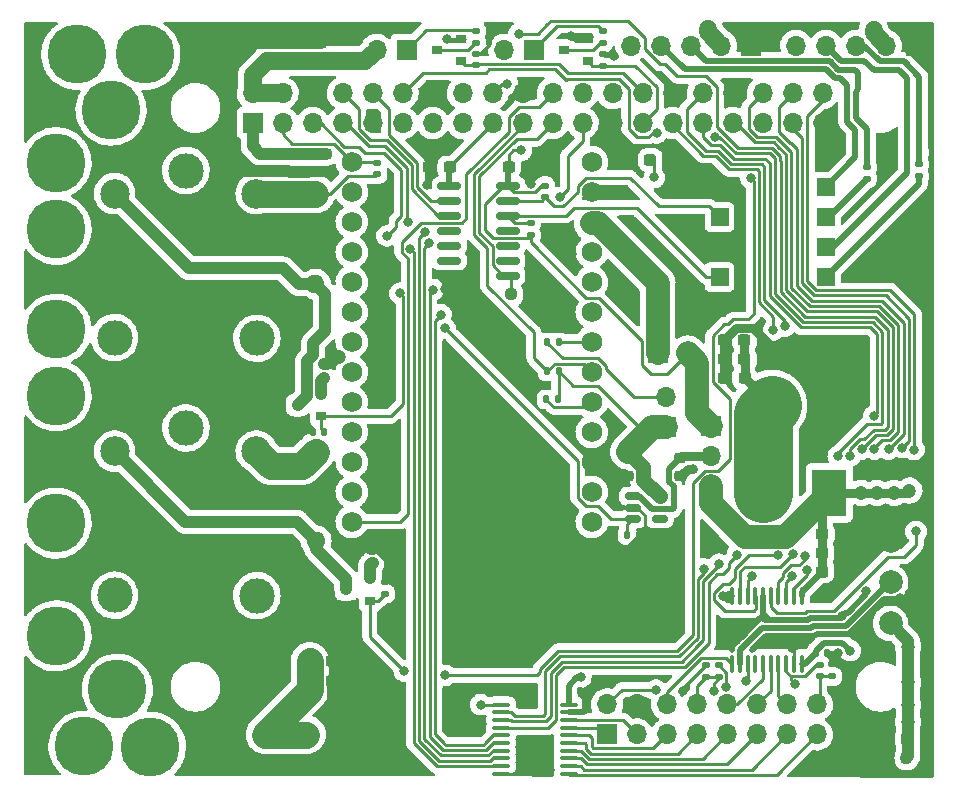
<source format=gtl>
%TF.GenerationSoftware,KiCad,Pcbnew,(6.0.10-0)*%
%TF.CreationDate,2023-04-17T23:12:55-05:00*%
%TF.ProjectId,mn_wild_siren,6d6e5f77-696c-4645-9f73-6972656e2e6b,rev?*%
%TF.SameCoordinates,Original*%
%TF.FileFunction,Copper,L1,Top*%
%TF.FilePolarity,Positive*%
%FSLAX46Y46*%
G04 Gerber Fmt 4.6, Leading zero omitted, Abs format (unit mm)*
G04 Created by KiCad (PCBNEW (6.0.10-0)) date 2023-04-17 23:12:55*
%MOMM*%
%LPD*%
G01*
G04 APERTURE LIST*
G04 Aperture macros list*
%AMRoundRect*
0 Rectangle with rounded corners*
0 $1 Rounding radius*
0 $2 $3 $4 $5 $6 $7 $8 $9 X,Y pos of 4 corners*
0 Add a 4 corners polygon primitive as box body*
4,1,4,$2,$3,$4,$5,$6,$7,$8,$9,$2,$3,0*
0 Add four circle primitives for the rounded corners*
1,1,$1+$1,$2,$3*
1,1,$1+$1,$4,$5*
1,1,$1+$1,$6,$7*
1,1,$1+$1,$8,$9*
0 Add four rect primitives between the rounded corners*
20,1,$1+$1,$2,$3,$4,$5,0*
20,1,$1+$1,$4,$5,$6,$7,0*
20,1,$1+$1,$6,$7,$8,$9,0*
20,1,$1+$1,$8,$9,$2,$3,0*%
G04 Aperture macros list end*
%TA.AperFunction,SMDPad,CuDef*%
%ADD10RoundRect,0.150000X-0.512500X-0.150000X0.512500X-0.150000X0.512500X0.150000X-0.512500X0.150000X0*%
%TD*%
%TA.AperFunction,SMDPad,CuDef*%
%ADD11RoundRect,0.147500X0.172500X-0.147500X0.172500X0.147500X-0.172500X0.147500X-0.172500X-0.147500X0*%
%TD*%
%TA.AperFunction,ComponentPad*%
%ADD12R,1.700000X1.700000*%
%TD*%
%TA.AperFunction,ComponentPad*%
%ADD13O,1.700000X1.700000*%
%TD*%
%TA.AperFunction,SMDPad,CuDef*%
%ADD14RoundRect,0.225000X-0.225000X-0.250000X0.225000X-0.250000X0.225000X0.250000X-0.225000X0.250000X0*%
%TD*%
%TA.AperFunction,SMDPad,CuDef*%
%ADD15RoundRect,0.225000X0.250000X-0.225000X0.250000X0.225000X-0.250000X0.225000X-0.250000X-0.225000X0*%
%TD*%
%TA.AperFunction,SMDPad,CuDef*%
%ADD16RoundRect,0.225000X-0.250000X0.225000X-0.250000X-0.225000X0.250000X-0.225000X0.250000X0.225000X0*%
%TD*%
%TA.AperFunction,SMDPad,CuDef*%
%ADD17RoundRect,0.225000X0.225000X0.250000X-0.225000X0.250000X-0.225000X-0.250000X0.225000X-0.250000X0*%
%TD*%
%TA.AperFunction,SMDPad,CuDef*%
%ADD18RoundRect,0.237500X0.300000X0.237500X-0.300000X0.237500X-0.300000X-0.237500X0.300000X-0.237500X0*%
%TD*%
%TA.AperFunction,SMDPad,CuDef*%
%ADD19RoundRect,0.237500X-0.300000X-0.237500X0.300000X-0.237500X0.300000X0.237500X-0.300000X0.237500X0*%
%TD*%
%TA.AperFunction,ComponentPad*%
%ADD20R,1.800000X4.400000*%
%TD*%
%TA.AperFunction,ComponentPad*%
%ADD21O,1.800000X4.000000*%
%TD*%
%TA.AperFunction,ComponentPad*%
%ADD22O,4.000000X1.800000*%
%TD*%
%TA.AperFunction,ComponentPad*%
%ADD23C,2.000000*%
%TD*%
%TA.AperFunction,SMDPad,CuDef*%
%ADD24R,3.000000X4.000000*%
%TD*%
%TA.AperFunction,SMDPad,CuDef*%
%ADD25RoundRect,0.237500X0.287500X0.237500X-0.287500X0.237500X-0.287500X-0.237500X0.287500X-0.237500X0*%
%TD*%
%TA.AperFunction,SMDPad,CuDef*%
%ADD26RoundRect,0.147500X-0.147500X-0.172500X0.147500X-0.172500X0.147500X0.172500X-0.147500X0.172500X0*%
%TD*%
%TA.AperFunction,SMDPad,CuDef*%
%ADD27RoundRect,0.218750X-0.256250X0.218750X-0.256250X-0.218750X0.256250X-0.218750X0.256250X0.218750X0*%
%TD*%
%TA.AperFunction,ComponentPad*%
%ADD28C,5.000000*%
%TD*%
%TA.AperFunction,ComponentPad*%
%ADD29C,3.000000*%
%TD*%
%TA.AperFunction,ComponentPad*%
%ADD30C,2.500000*%
%TD*%
%TA.AperFunction,SMDPad,CuDef*%
%ADD31R,0.900000X0.800000*%
%TD*%
%TA.AperFunction,SMDPad,CuDef*%
%ADD32RoundRect,0.147500X-0.172500X0.147500X-0.172500X-0.147500X0.172500X-0.147500X0.172500X0.147500X0*%
%TD*%
%TA.AperFunction,SMDPad,CuDef*%
%ADD33RoundRect,0.147500X0.147500X0.172500X-0.147500X0.172500X-0.147500X-0.172500X0.147500X-0.172500X0*%
%TD*%
%TA.AperFunction,SMDPad,CuDef*%
%ADD34RoundRect,0.100000X-0.637500X-0.100000X0.637500X-0.100000X0.637500X0.100000X-0.637500X0.100000X0*%
%TD*%
%TA.AperFunction,SMDPad,CuDef*%
%ADD35R,1.500000X1.500000*%
%TD*%
%TA.AperFunction,ComponentPad*%
%ADD36C,1.750000*%
%TD*%
%TA.AperFunction,SMDPad,CuDef*%
%ADD37RoundRect,0.135000X-0.185000X0.135000X-0.185000X-0.135000X0.185000X-0.135000X0.185000X0.135000X0*%
%TD*%
%TA.AperFunction,SMDPad,CuDef*%
%ADD38RoundRect,0.150000X-0.825000X-0.150000X0.825000X-0.150000X0.825000X0.150000X-0.825000X0.150000X0*%
%TD*%
%TA.AperFunction,SMDPad,CuDef*%
%ADD39RoundRect,0.135000X0.185000X-0.135000X0.185000X0.135000X-0.185000X0.135000X-0.185000X-0.135000X0*%
%TD*%
%TA.AperFunction,ComponentPad*%
%ADD40R,1.600000X1.600000*%
%TD*%
%TA.AperFunction,ComponentPad*%
%ADD41O,1.600000X1.600000*%
%TD*%
%TA.AperFunction,SMDPad,CuDef*%
%ADD42RoundRect,0.140000X-0.140000X-0.170000X0.140000X-0.170000X0.140000X0.170000X-0.140000X0.170000X0*%
%TD*%
%TA.AperFunction,SMDPad,CuDef*%
%ADD43RoundRect,0.100000X-0.100000X0.637500X-0.100000X-0.637500X0.100000X-0.637500X0.100000X0.637500X0*%
%TD*%
%TA.AperFunction,SMDPad,CuDef*%
%ADD44RoundRect,0.135000X0.135000X0.185000X-0.135000X0.185000X-0.135000X-0.185000X0.135000X-0.185000X0*%
%TD*%
%TA.AperFunction,SMDPad,CuDef*%
%ADD45RoundRect,0.237500X-0.250000X-0.237500X0.250000X-0.237500X0.250000X0.237500X-0.250000X0.237500X0*%
%TD*%
%TA.AperFunction,ViaPad*%
%ADD46C,1.200000*%
%TD*%
%TA.AperFunction,ViaPad*%
%ADD47C,0.800000*%
%TD*%
%TA.AperFunction,Conductor*%
%ADD48C,1.250000*%
%TD*%
%TA.AperFunction,Conductor*%
%ADD49C,0.500000*%
%TD*%
%TA.AperFunction,Conductor*%
%ADD50C,0.250000*%
%TD*%
%TA.AperFunction,Conductor*%
%ADD51C,0.750000*%
%TD*%
%TA.AperFunction,Conductor*%
%ADD52C,2.000000*%
%TD*%
%TA.AperFunction,Conductor*%
%ADD53C,1.500000*%
%TD*%
%TA.AperFunction,Conductor*%
%ADD54C,1.000000*%
%TD*%
%TA.AperFunction,Conductor*%
%ADD55C,2.250000*%
%TD*%
%TA.AperFunction,Conductor*%
%ADD56C,5.000000*%
%TD*%
G04 APERTURE END LIST*
D10*
X218332500Y-110280000D03*
X218332500Y-111230000D03*
X218332500Y-112180000D03*
X220607500Y-112180000D03*
X220607500Y-110280000D03*
D11*
X215790000Y-73815000D03*
X215790000Y-72845000D03*
D12*
X224960000Y-104370000D03*
D13*
X224960000Y-106910000D03*
X224960000Y-109450000D03*
D12*
X242310000Y-72130000D03*
D13*
X239770000Y-72130000D03*
X237230000Y-72130000D03*
X234690000Y-72130000D03*
X232150000Y-72130000D03*
D12*
X228347501Y-72114999D03*
D13*
X225807501Y-72114999D03*
X223267501Y-72114999D03*
X220727501Y-72114999D03*
X218187501Y-72114999D03*
D14*
X191210000Y-124260000D03*
X192760000Y-124260000D03*
D15*
X188910000Y-73435000D03*
X188910000Y-71885000D03*
X187350000Y-73415000D03*
X187350000Y-71865000D03*
X190430000Y-73435000D03*
X190430000Y-71885000D03*
D16*
X189270000Y-81295000D03*
X189270000Y-82845000D03*
D15*
X191970000Y-73435000D03*
X191970000Y-71885000D03*
D16*
X192340000Y-81275000D03*
X192340000Y-82825000D03*
X190810000Y-81285000D03*
X190810000Y-82835000D03*
D14*
X191260000Y-125960000D03*
X192810000Y-125960000D03*
D17*
X241490000Y-132440000D03*
X239940000Y-132440000D03*
D16*
X217930000Y-107035000D03*
X217930000Y-108585000D03*
D17*
X241495000Y-130840000D03*
X239945000Y-130840000D03*
D18*
X227802500Y-100250000D03*
X226077500Y-100250000D03*
X227780000Y-97060000D03*
X226055000Y-97060000D03*
X227782500Y-98650000D03*
X226057500Y-98650000D03*
D19*
X234357500Y-116650000D03*
X236082500Y-116650000D03*
X234357500Y-115050000D03*
X236082500Y-115050000D03*
X234377500Y-113480000D03*
X236102500Y-113480000D03*
D20*
X230100000Y-102580000D03*
D21*
X235900000Y-102580000D03*
D22*
X233100000Y-97780000D03*
D23*
X240150000Y-121045000D03*
X240150000Y-117545000D03*
X240150000Y-114045000D03*
X197700000Y-130450000D03*
X194200000Y-130450000D03*
X190700000Y-130450000D03*
X187200000Y-130450000D03*
D24*
X229370000Y-109990000D03*
X234970000Y-109990000D03*
D25*
X219809999Y-81790000D03*
X218059999Y-81790000D03*
D26*
X212905000Y-126760000D03*
X213875000Y-126760000D03*
D27*
X222340000Y-107010000D03*
X222340000Y-108585000D03*
D28*
X169500000Y-87670000D03*
X169500000Y-82040000D03*
X169500000Y-112550000D03*
X169500000Y-101750000D03*
X169500000Y-96150000D03*
X169500000Y-122100000D03*
X171860000Y-131450000D03*
X177490000Y-131520000D03*
D12*
X186150000Y-78680000D03*
D13*
X186150000Y-76140000D03*
X188690000Y-78680000D03*
X188690000Y-76140000D03*
X191230000Y-78680000D03*
X191230000Y-76140000D03*
X193770000Y-78680000D03*
X193770000Y-76140000D03*
X196310000Y-78680000D03*
X196310000Y-76140000D03*
X198850000Y-78680000D03*
X198850000Y-76140000D03*
X201390000Y-78680000D03*
X201390000Y-76140000D03*
X203930000Y-78680000D03*
X203930000Y-76140000D03*
X206470000Y-78680000D03*
X206470000Y-76140000D03*
X209010000Y-78680000D03*
X209010000Y-76140000D03*
X211550000Y-78680000D03*
X211550000Y-76140000D03*
X214090000Y-78680000D03*
X214090000Y-76140000D03*
X216630000Y-78680000D03*
X216630000Y-76140000D03*
X219170000Y-78680000D03*
X219170000Y-76140000D03*
X221710000Y-78680000D03*
X221710000Y-76140000D03*
X224250000Y-78680000D03*
X224250000Y-76140000D03*
X226790000Y-78680000D03*
X226790000Y-76140000D03*
X229330000Y-78680000D03*
X229330000Y-76140000D03*
X231870000Y-78680000D03*
X231870000Y-76140000D03*
X234410000Y-78680000D03*
X234410000Y-76140000D03*
D12*
X209960000Y-72460000D03*
D13*
X207420000Y-72460000D03*
D12*
X220435000Y-98170000D03*
D13*
X222975000Y-98170000D03*
D12*
X221180000Y-104435000D03*
D13*
X221180000Y-101895000D03*
D29*
X180500000Y-82700000D03*
D30*
X174450000Y-84650000D03*
D29*
X174450000Y-96850000D03*
X186500000Y-96900000D03*
D30*
X186450000Y-84650000D03*
D29*
X180500000Y-104500000D03*
D30*
X174450000Y-106450000D03*
D29*
X174450000Y-118650000D03*
X186500000Y-118700000D03*
D30*
X186450000Y-106450000D03*
D31*
X191960000Y-103500000D03*
X191960000Y-101600000D03*
X189960000Y-102550000D03*
X196070000Y-119120000D03*
X196070000Y-117220000D03*
X194070000Y-118170000D03*
X214540000Y-73450000D03*
X214540000Y-71550000D03*
X212540000Y-72500000D03*
X203790000Y-73450000D03*
X203790000Y-71550000D03*
X201790000Y-72500000D03*
D26*
X191245000Y-104850000D03*
X192215000Y-104850000D03*
D32*
X197370000Y-117575000D03*
X197370000Y-118545000D03*
X192210000Y-99275000D03*
X192210000Y-100245000D03*
X238150000Y-82410000D03*
X238150000Y-83380000D03*
X196310000Y-114910000D03*
X196310000Y-115880000D03*
D11*
X196710000Y-82995000D03*
X196710000Y-82025000D03*
D32*
X210910000Y-84005000D03*
X210910000Y-84975000D03*
D26*
X211985000Y-102080000D03*
X211015000Y-102080000D03*
X212060000Y-99700000D03*
X211090000Y-99700000D03*
D33*
X238150000Y-81360000D03*
X237180000Y-81360000D03*
D11*
X234140000Y-125520000D03*
X234140000Y-124550000D03*
X205060000Y-73805000D03*
X205060000Y-72835000D03*
D34*
X207167500Y-127925000D03*
X207167500Y-128575000D03*
X207167500Y-129225000D03*
X207167500Y-129875000D03*
X207167500Y-130525000D03*
X207167500Y-131175000D03*
X207167500Y-131825000D03*
X207167500Y-132475000D03*
X207167500Y-133125000D03*
X207167500Y-133775000D03*
X212892500Y-133775000D03*
X212892500Y-133125000D03*
X212892500Y-132475000D03*
X212892500Y-131825000D03*
X212892500Y-131175000D03*
X212892500Y-130525000D03*
X212892500Y-129875000D03*
X212892500Y-129225000D03*
X212892500Y-128575000D03*
X212892500Y-127925000D03*
D35*
X234680000Y-91690000D03*
X234680000Y-89150000D03*
X234680000Y-86610000D03*
X234680000Y-84070000D03*
X225680000Y-84070000D03*
X225680000Y-86610000D03*
X225680000Y-89150000D03*
X225680000Y-91690000D03*
D36*
X194543700Y-81967100D03*
X194543700Y-84507100D03*
X194543700Y-87047100D03*
X194543700Y-89587100D03*
X194543700Y-92127100D03*
X194543700Y-94667100D03*
X194543700Y-97207100D03*
X194543700Y-99747100D03*
X194543700Y-102287100D03*
X194543700Y-104827100D03*
X194543700Y-107367100D03*
X194543700Y-109907100D03*
X194543700Y-112447100D03*
X194543700Y-114987100D03*
X214863700Y-114987100D03*
X214863700Y-112447100D03*
X214863700Y-109907100D03*
X214863700Y-107367100D03*
X214863700Y-104827100D03*
X214863700Y-102287100D03*
X214863700Y-99747100D03*
X214863700Y-97207100D03*
X214863700Y-94667100D03*
X214863700Y-92127100D03*
X214863700Y-89587100D03*
X214863700Y-87047100D03*
X214863700Y-84507100D03*
X214863700Y-81967100D03*
D26*
X212075000Y-97240000D03*
X211105000Y-97240000D03*
X217860000Y-113570000D03*
X218830000Y-113570000D03*
D28*
X171250000Y-72860000D03*
X174690000Y-126630000D03*
X177020000Y-72870000D03*
D37*
X242550000Y-82150000D03*
X242550000Y-83170000D03*
D38*
X207755000Y-83980000D03*
X207755000Y-85250000D03*
X207755000Y-86520000D03*
X207755000Y-87790000D03*
X207755000Y-89060000D03*
X207755000Y-90330000D03*
X207755000Y-91600000D03*
X202805000Y-91600000D03*
X202805000Y-90330000D03*
X202805000Y-89060000D03*
X202805000Y-87790000D03*
X202805000Y-86520000D03*
X202805000Y-85250000D03*
X202805000Y-83980000D03*
D39*
X224550000Y-125570000D03*
X224550000Y-124550000D03*
D40*
X191450000Y-84690000D03*
D41*
X191450000Y-92310000D03*
D19*
X207807500Y-82380000D03*
X209532500Y-82380000D03*
D39*
X209690000Y-88180000D03*
X209690000Y-87160000D03*
X225600000Y-125580000D03*
X225600000Y-124560000D03*
D37*
X215780000Y-70880000D03*
X215780000Y-71900000D03*
D42*
X233810000Y-123570000D03*
X234770000Y-123570000D03*
D13*
X233935000Y-127905000D03*
X233935000Y-130445000D03*
X231395000Y-127905000D03*
X231395000Y-130445000D03*
X228855000Y-127905000D03*
X228855000Y-130445000D03*
X226315000Y-127905000D03*
X226315000Y-130445000D03*
X223775000Y-127905000D03*
X223775000Y-130445000D03*
X221235000Y-127905000D03*
X221235000Y-130445000D03*
X218695000Y-127905000D03*
X218695000Y-130445000D03*
X216155000Y-127905000D03*
D12*
X216155000Y-130445000D03*
D43*
X232615000Y-124462500D03*
X231965000Y-124462500D03*
X231315000Y-124462500D03*
X230665000Y-124462500D03*
X230015000Y-124462500D03*
X229365000Y-124462500D03*
X228715000Y-124462500D03*
X228065000Y-124462500D03*
X227415000Y-124462500D03*
X226765000Y-124462500D03*
X226765000Y-118737500D03*
X227415000Y-118737500D03*
X228065000Y-118737500D03*
X228715000Y-118737500D03*
X229365000Y-118737500D03*
X230015000Y-118737500D03*
X230665000Y-118737500D03*
X231315000Y-118737500D03*
X231965000Y-118737500D03*
X232615000Y-118737500D03*
D12*
X199170000Y-72470000D03*
D13*
X196630000Y-72470000D03*
D18*
X202835000Y-82420000D03*
X201110000Y-82420000D03*
D39*
X235220000Y-125530000D03*
X235220000Y-124510000D03*
D37*
X205070000Y-70890000D03*
X205070000Y-71910000D03*
D44*
X242600000Y-81120000D03*
X241580000Y-81120000D03*
D41*
X191510000Y-114050000D03*
D40*
X191510000Y-106430000D03*
D28*
X174150000Y-77580000D03*
D45*
X208025000Y-93170000D03*
X209850000Y-93170000D03*
D46*
X217500000Y-92720000D03*
X203510000Y-128380000D03*
X225110000Y-113920000D03*
X240010000Y-81750000D03*
X213020000Y-89790000D03*
X196860000Y-86800000D03*
X196930000Y-94270000D03*
X197420000Y-102110000D03*
X197400000Y-110640000D03*
X224700000Y-70680000D03*
X238720000Y-70840000D03*
X241650001Y-129419999D03*
X241650001Y-127979999D03*
X241650001Y-126039999D03*
X241650001Y-123049999D03*
X188555000Y-129095000D03*
X189440000Y-128210000D03*
X190540000Y-127110000D03*
D47*
X205455000Y-127925000D03*
X197520000Y-88230000D03*
X202450000Y-96070000D03*
D46*
X219360000Y-105060000D03*
X218530000Y-105890000D03*
X237680000Y-109990000D03*
D47*
X220140000Y-83280000D03*
X208880000Y-81000000D03*
X202090000Y-94890000D03*
X198605500Y-93080000D03*
X212140000Y-84970000D03*
X199320000Y-87090000D03*
X201432544Y-92773939D03*
X199500000Y-89320000D03*
X200730000Y-87920000D03*
X201100000Y-88870000D03*
X198970000Y-125080000D03*
X202470000Y-125440000D03*
X228295500Y-83318218D03*
X223450000Y-107950000D03*
X225630000Y-116030000D03*
X230230000Y-96200000D03*
X238735500Y-103475500D03*
X224315486Y-116419915D03*
X227169503Y-115229503D03*
X231190000Y-95870000D03*
X225266851Y-79843150D03*
X220348098Y-79524478D03*
X207710000Y-75350000D03*
X208660000Y-71140000D03*
X235717190Y-106890500D03*
X236716332Y-106863668D03*
X230638677Y-115289500D03*
X231853616Y-115179226D03*
X228460000Y-117040000D03*
X242310000Y-113240000D03*
X240984302Y-118909679D03*
X232890000Y-115320000D03*
X231780000Y-117050000D03*
X233070000Y-116480000D03*
X237730000Y-106280000D03*
X238790000Y-106280000D03*
X239990000Y-106290000D03*
X241150000Y-106150000D03*
X242140000Y-106320000D03*
X227360000Y-84690000D03*
X227470000Y-88980000D03*
D46*
X186085000Y-71865000D03*
D47*
X209750000Y-91580000D03*
X202430000Y-92710000D03*
X200885000Y-83885000D03*
X209730000Y-83810000D03*
X211280000Y-133450000D03*
D46*
X238595000Y-130375000D03*
X237390000Y-114120000D03*
X184980000Y-82410000D03*
X193438043Y-98489530D03*
D47*
X190090000Y-105190000D03*
X206210000Y-71300000D03*
X202560000Y-71550000D03*
X213070000Y-71330000D03*
X216770000Y-72960000D03*
D46*
X241750000Y-109790000D03*
X240450000Y-109990000D03*
X238980000Y-109990000D03*
D47*
X225930000Y-118760000D03*
X213930000Y-125590000D03*
X215340000Y-126200000D03*
X220280000Y-126670000D03*
X227900000Y-125930000D03*
X227230000Y-122270000D03*
X229540000Y-120580000D03*
X236036812Y-120396812D03*
X238060000Y-118300000D03*
X236730000Y-123350000D03*
X235730000Y-123510000D03*
X231785000Y-123155000D03*
X226206975Y-126459529D03*
X232030000Y-126140000D03*
X225200000Y-126790000D03*
X222580000Y-126800000D03*
D48*
X220607500Y-110280000D02*
X219230000Y-108902500D01*
X219230000Y-107790000D02*
X217930000Y-106490000D01*
X219230000Y-108902500D02*
X219230000Y-107790000D01*
D49*
X218893528Y-110280000D02*
X219973528Y-111360000D01*
X218332500Y-110280000D02*
X218893528Y-110280000D01*
X221660000Y-111360000D02*
X221780000Y-111240000D01*
X219973528Y-111360000D02*
X221660000Y-111360000D01*
X221415000Y-109080755D02*
X221415000Y-107935000D01*
X221780000Y-111240000D02*
X221780000Y-109445755D01*
X221780000Y-109445755D02*
X221415000Y-109080755D01*
X221415000Y-107935000D02*
X222340000Y-107010000D01*
X217930000Y-108585000D02*
X216081600Y-108585000D01*
X216081600Y-108585000D02*
X214863700Y-107367100D01*
D50*
X218830000Y-113570000D02*
X218830000Y-113588216D01*
X217431116Y-114987100D02*
X214863700Y-114987100D01*
X218830000Y-113588216D02*
X217431116Y-114987100D01*
X202450000Y-96070000D02*
X213663700Y-107283700D01*
X213663700Y-107283700D02*
X213663700Y-110404157D01*
X213663700Y-110404157D02*
X214366643Y-111107100D01*
X214366643Y-111107100D02*
X215397100Y-111107100D01*
X215397100Y-111107100D02*
X216470000Y-112180000D01*
X216470000Y-112180000D02*
X218332500Y-112180000D01*
D51*
X223450000Y-107950000D02*
X222975000Y-107950000D01*
X222975000Y-107950000D02*
X222340000Y-108585000D01*
D52*
X218530000Y-105890000D02*
X217930000Y-106490000D01*
D49*
X217930000Y-106490000D02*
X217930000Y-107035000D01*
D50*
X218830000Y-113570000D02*
X219320000Y-113080000D01*
X219320000Y-113080000D02*
X219320000Y-111833249D01*
X219320000Y-111833249D02*
X218716751Y-111230000D01*
X218716751Y-111230000D02*
X218332500Y-111230000D01*
X217860000Y-113570000D02*
X217860000Y-112652500D01*
X217860000Y-112652500D02*
X218332500Y-112180000D01*
X226815050Y-95310000D02*
X226404999Y-95720051D01*
X228318218Y-83318218D02*
X228570000Y-83570000D01*
X228570000Y-83570000D02*
X228570000Y-94820000D01*
X228295500Y-83318218D02*
X228318218Y-83318218D01*
X228080000Y-95310000D02*
X226815050Y-95310000D01*
X225100000Y-96682005D02*
X225100000Y-100605495D01*
X226061954Y-95720051D02*
X225100000Y-96682005D01*
X228570000Y-94820000D02*
X228080000Y-95310000D01*
X226404999Y-95720051D02*
X226061954Y-95720051D01*
X225100000Y-100605495D02*
X226545000Y-102050495D01*
X226545000Y-102050495D02*
X226545000Y-107088833D01*
X226545000Y-107088833D02*
X225508833Y-108125000D01*
X225508833Y-108125000D02*
X224411167Y-108125000D01*
X224411167Y-108125000D02*
X223400000Y-109136167D01*
X223400000Y-109136167D02*
X223400000Y-122057208D01*
X223400000Y-122057208D02*
X222087208Y-123370000D01*
X222087208Y-123370000D02*
X211980812Y-123370000D01*
X211980812Y-123370000D02*
X210470000Y-124880812D01*
X210470000Y-124880812D02*
X210470000Y-125160000D01*
X210470000Y-125160000D02*
X210190000Y-125440000D01*
X210190000Y-125440000D02*
X202470000Y-125440000D01*
X211105000Y-97240000D02*
X211105000Y-97258216D01*
X218435000Y-101895000D02*
X221180000Y-101895000D01*
X215360757Y-98547100D02*
X216063700Y-99250043D01*
X216063700Y-99250043D02*
X216063700Y-99523700D01*
X211105000Y-97258216D02*
X212393884Y-98547100D01*
X212393884Y-98547100D02*
X215360757Y-98547100D01*
X216063700Y-99523700D02*
X218435000Y-101895000D01*
D53*
X224700000Y-71007498D02*
X224700000Y-70680000D01*
X225807501Y-72114999D02*
X224700000Y-71007498D01*
X238720000Y-71080000D02*
X238720000Y-70840000D01*
X239770000Y-72130000D02*
X238720000Y-71080000D01*
D54*
X241650001Y-129419999D02*
X241650001Y-132279999D01*
X241650001Y-127979999D02*
X241650001Y-129419999D01*
X241650001Y-126039999D02*
X241650001Y-127979999D01*
X241650001Y-123049999D02*
X241650001Y-126039999D01*
D55*
X188555000Y-129095000D02*
X189440000Y-128210000D01*
X189440000Y-128210000D02*
X190540000Y-127110000D01*
X190540000Y-127110000D02*
X190985000Y-126665000D01*
D50*
X205455000Y-127925000D02*
X205350000Y-128030000D01*
X207167500Y-127925000D02*
X205455000Y-127925000D01*
D55*
X190700000Y-130450000D02*
X187200000Y-130450000D01*
X187200000Y-130450000D02*
X188555000Y-129095000D01*
X190985000Y-126665000D02*
X190985000Y-124260000D01*
D50*
X209010000Y-78680000D02*
X209010000Y-78896396D01*
X206005000Y-92432995D02*
X209960000Y-96387995D01*
X209960000Y-96387995D02*
X209960000Y-98570000D01*
X204880000Y-83026396D02*
X204880000Y-88122792D01*
X209010000Y-78896396D02*
X204880000Y-83026396D01*
X204880000Y-88122792D02*
X206005000Y-89247792D01*
X209960000Y-98570000D02*
X211090000Y-99700000D01*
X206005000Y-89247792D02*
X206005000Y-92432995D01*
X211550000Y-78680000D02*
X210190000Y-80040000D01*
X205340000Y-83202792D02*
X205340000Y-87946396D01*
X210190000Y-80040000D02*
X208502792Y-80040000D01*
X208502792Y-80040000D02*
X205340000Y-83202792D01*
X205340000Y-87946396D02*
X206455000Y-89061396D01*
X206455000Y-89061396D02*
X206455000Y-90676751D01*
X206455000Y-90676751D02*
X207378249Y-91600000D01*
X207378249Y-91600000D02*
X207755000Y-91600000D01*
X198605500Y-93080000D02*
X198880000Y-93354500D01*
X198880000Y-93354500D02*
X198880000Y-102460000D01*
X198880000Y-102460000D02*
X197840000Y-103500000D01*
X197840000Y-103500000D02*
X191960000Y-103500000D01*
X194543700Y-112447100D02*
X198652900Y-112447100D01*
X198775000Y-88735000D02*
X200365000Y-87145000D01*
X198775000Y-89620305D02*
X198775000Y-88735000D01*
X198652900Y-112447100D02*
X199330000Y-111770000D01*
X204240000Y-86731751D02*
X204240000Y-83030000D01*
X210370000Y-77320000D02*
X211550000Y-76140000D01*
X199330000Y-111770000D02*
X199330000Y-90175305D01*
X199330000Y-90175305D02*
X198775000Y-89620305D01*
X204240000Y-83030000D02*
X207835000Y-79435000D01*
X200365000Y-87145000D02*
X203826751Y-87145000D01*
X207835000Y-79435000D02*
X207835000Y-78193299D01*
X203826751Y-87145000D02*
X204240000Y-86731751D01*
X207835000Y-78193299D02*
X208708299Y-77320000D01*
X208708299Y-77320000D02*
X210370000Y-77320000D01*
X198290000Y-86940000D02*
X198290000Y-87460000D01*
X198290000Y-87460000D02*
X197520000Y-88230000D01*
X193881498Y-80668502D02*
X195138502Y-80668502D01*
X191892996Y-78680000D02*
X193881498Y-80668502D01*
X198721802Y-86508198D02*
X198290000Y-86940000D01*
X195660000Y-81190000D02*
X197280812Y-81190000D01*
X191230000Y-78680000D02*
X191892996Y-78680000D01*
X195138502Y-80668502D02*
X195660000Y-81190000D01*
X197280812Y-81190000D02*
X198721802Y-82630990D01*
X198721802Y-82630990D02*
X198721802Y-86508198D01*
X207755000Y-83980000D02*
X207378249Y-83980000D01*
X207378249Y-83980000D02*
X205790000Y-85568249D01*
X205790000Y-85568249D02*
X205790000Y-87760000D01*
X205790000Y-87760000D02*
X206465000Y-88435000D01*
X206465000Y-88435000D02*
X209435000Y-88435000D01*
X209435000Y-88435000D02*
X209690000Y-88180000D01*
X215427100Y-93467100D02*
X219110000Y-97150000D01*
X209690000Y-88790457D02*
X214366643Y-93467100D01*
X219861396Y-99940000D02*
X221205000Y-99940000D01*
X214366643Y-93467100D02*
X215427100Y-93467100D01*
X219110000Y-97150000D02*
X219110000Y-99188604D01*
X209690000Y-88180000D02*
X209690000Y-88790457D01*
X219110000Y-99188604D02*
X219861396Y-99940000D01*
X221205000Y-99940000D02*
X222975000Y-98170000D01*
D52*
X219360000Y-105060000D02*
X218555000Y-105865000D01*
D54*
X192415000Y-99070000D02*
X192210000Y-99070000D01*
X193438043Y-98489530D02*
X192995470Y-98489530D01*
X192995470Y-98489530D02*
X192415000Y-99070000D01*
X174450000Y-106450000D02*
X180440000Y-112440000D01*
X180440000Y-112440000D02*
X189900000Y-112440000D01*
X189900000Y-112440000D02*
X191510000Y-114050000D01*
D55*
X186450000Y-106450000D02*
X187699999Y-107699999D01*
X187699999Y-107699999D02*
X190305001Y-107699999D01*
X190305001Y-107699999D02*
X191510000Y-106495000D01*
D50*
X196710000Y-82995000D02*
X196537900Y-83167100D01*
X192663743Y-84690000D02*
X191450000Y-84690000D01*
X196537900Y-83167100D02*
X194186643Y-83167100D01*
X194186643Y-83167100D02*
X192663743Y-84690000D01*
D53*
X191970000Y-73435000D02*
X195665000Y-73435000D01*
X195665000Y-73435000D02*
X196630000Y-72470000D01*
D55*
X191450000Y-84690000D02*
X186490000Y-84690000D01*
X186490000Y-84690000D02*
X186450000Y-84650000D01*
D54*
X240150000Y-121045000D02*
X241650001Y-122545001D01*
X241650001Y-122545001D02*
X241650001Y-123049999D01*
X241650001Y-132279999D02*
X241490000Y-132440000D01*
D49*
X240835931Y-118909679D02*
X240750610Y-118995000D01*
X233710000Y-122130000D02*
X229569950Y-122130000D01*
X240750610Y-118995000D02*
X239629950Y-118995000D01*
X239629950Y-118995000D02*
X236674950Y-121950000D01*
X240984302Y-118909679D02*
X240835931Y-118909679D01*
X233890000Y-121950000D02*
X233710000Y-122130000D01*
X236674950Y-121950000D02*
X233890000Y-121950000D01*
X229569950Y-122130000D02*
X228389975Y-123309975D01*
D51*
X240450000Y-109990000D02*
X241550000Y-109990000D01*
X241550000Y-109990000D02*
X241750000Y-109790000D01*
X238980000Y-109990000D02*
X240450000Y-109990000D01*
X237680000Y-109990000D02*
X238980000Y-109990000D01*
X234970000Y-109990000D02*
X237680000Y-109990000D01*
D50*
X213307100Y-100947100D02*
X215360757Y-100947100D01*
X215360757Y-100947100D02*
X218848657Y-104435000D01*
X212060000Y-99700000D02*
X213307100Y-100947100D01*
X218848657Y-104435000D02*
X221180000Y-104435000D01*
X211015000Y-102080000D02*
X211015000Y-102098216D01*
X211015000Y-102098216D02*
X211641784Y-102725000D01*
X211641784Y-102725000D02*
X214425800Y-102725000D01*
X214425800Y-102725000D02*
X214863700Y-102287100D01*
X211090000Y-99700000D02*
X211090000Y-99681784D01*
X214166600Y-99050000D02*
X214863700Y-99747100D01*
X211090000Y-99681784D02*
X211721784Y-99050000D01*
X211721784Y-99050000D02*
X214166600Y-99050000D01*
X212060000Y-99700000D02*
X212060000Y-102005000D01*
X212060000Y-102005000D02*
X211985000Y-102080000D01*
X212075000Y-97240000D02*
X212107900Y-97207100D01*
X212107900Y-97207100D02*
X214863700Y-97207100D01*
X220140000Y-83280000D02*
X220140000Y-83360000D01*
X220140000Y-82120001D02*
X220140000Y-83280000D01*
X219809999Y-81790000D02*
X220140000Y-82120001D01*
D49*
X216630000Y-78680000D02*
X216630000Y-80360001D01*
X216630000Y-80360001D02*
X218059999Y-81790000D01*
D50*
X208880000Y-81000000D02*
X208179188Y-81000000D01*
X208179188Y-81000000D02*
X207807500Y-81371688D01*
X207807500Y-81371688D02*
X207807500Y-82380000D01*
D54*
X174450000Y-84650000D02*
X180780000Y-90980000D01*
X180780000Y-90980000D02*
X188720000Y-90980000D01*
X188720000Y-90980000D02*
X190050000Y-92310000D01*
X190050000Y-92310000D02*
X191450000Y-92310000D01*
X191450000Y-92310000D02*
X192260000Y-93120000D01*
X192260000Y-93120000D02*
X192260000Y-96281522D01*
X192260000Y-96281522D02*
X191260000Y-97281522D01*
X191260000Y-98322944D02*
X190760000Y-98822944D01*
X191260000Y-97281522D02*
X191260000Y-98322944D01*
X190760000Y-98822944D02*
X190760000Y-101750000D01*
X190760000Y-101750000D02*
X189960000Y-102550000D01*
D52*
X220435000Y-98170000D02*
X220435000Y-92223906D01*
X215383194Y-87172100D02*
X214863700Y-87172100D01*
X220435000Y-92223906D02*
X215383194Y-87172100D01*
X221180000Y-104435000D02*
X219985000Y-104435000D01*
X219985000Y-104435000D02*
X219360000Y-105060000D01*
X224960000Y-104370000D02*
X223775000Y-103185000D01*
X223775000Y-103185000D02*
X223775000Y-98970000D01*
X223775000Y-98970000D02*
X222975000Y-98170000D01*
D50*
X207755000Y-86520000D02*
X212639543Y-86520000D01*
X218677100Y-85847100D02*
X224520000Y-91690000D01*
X212639543Y-86520000D02*
X213312443Y-85847100D01*
X213312443Y-85847100D02*
X218677100Y-85847100D01*
X224520000Y-91690000D02*
X225680000Y-91690000D01*
X210910000Y-84975000D02*
X211630000Y-85695000D01*
X212440305Y-85695000D02*
X213660000Y-84475305D01*
X213660000Y-84475305D02*
X213660000Y-84013743D01*
X214366643Y-83307100D02*
X218127100Y-83307100D01*
X211630000Y-85695000D02*
X212440305Y-85695000D01*
X220527100Y-85707100D02*
X224777100Y-85707100D01*
X213660000Y-84013743D02*
X214366643Y-83307100D01*
X218127100Y-83307100D02*
X220527100Y-85707100D01*
D52*
X218555000Y-105865000D02*
X218530000Y-105890000D01*
D54*
X189125000Y-82700000D02*
X185980000Y-82700000D01*
X185980000Y-82700000D02*
X185270000Y-82700000D01*
X189270000Y-82845000D02*
X189125000Y-82700000D01*
X185270000Y-82700000D02*
X184980000Y-82410000D01*
D49*
X217930000Y-106050000D02*
X217930000Y-107035000D01*
X218280000Y-105700000D02*
X217930000Y-106050000D01*
D50*
X201579594Y-95400406D02*
X202090000Y-94890000D01*
X201579594Y-124700000D02*
X201579594Y-95400406D01*
X212830000Y-84280000D02*
X212140000Y-84970000D01*
X212830000Y-82350000D02*
X212830000Y-84280000D01*
X193770000Y-78680000D02*
X194011903Y-78680000D01*
X199171802Y-82444594D02*
X199171802Y-86941802D01*
X195978299Y-80646396D02*
X197373604Y-80646396D01*
X197373604Y-80646396D02*
X199171802Y-82444594D01*
X194011903Y-78680000D02*
X195978299Y-80646396D01*
X199171802Y-86941802D02*
X199320000Y-87090000D01*
X201129594Y-130630406D02*
X202274188Y-131775000D01*
X201432544Y-92773939D02*
X201129594Y-93076889D01*
X201129594Y-93076889D02*
X201129594Y-130630406D01*
X202274188Y-131775000D02*
X205892563Y-131775000D01*
X205892563Y-131775000D02*
X205953781Y-131713782D01*
X205953781Y-131713782D02*
X205953781Y-131700178D01*
X205953781Y-131700178D02*
X206478959Y-131175000D01*
X206478959Y-131175000D02*
X207167500Y-131175000D01*
X207167500Y-133125000D02*
X201715000Y-133125000D01*
X201715000Y-133125000D02*
X199780000Y-131190000D01*
X199780000Y-131190000D02*
X199780000Y-89600000D01*
X199780000Y-89600000D02*
X199500000Y-89320000D01*
X207167500Y-132475000D02*
X206478959Y-132475000D01*
X200230000Y-131003604D02*
X200230000Y-88420000D01*
X206478959Y-132475000D02*
X206278959Y-132675000D01*
X206278959Y-132675000D02*
X201901396Y-132675000D01*
X200230000Y-88420000D02*
X200730000Y-87920000D01*
X201901396Y-132675000D02*
X200230000Y-131003604D01*
X207167500Y-131825000D02*
X206478959Y-131825000D01*
X202087792Y-132225000D02*
X200680000Y-130817208D01*
X200680000Y-130817208D02*
X200680000Y-89290000D01*
X206078959Y-132225000D02*
X202087792Y-132225000D01*
X206478959Y-131825000D02*
X206078959Y-132225000D01*
X200680000Y-89290000D02*
X201100000Y-88870000D01*
X206470000Y-78680000D02*
X202835000Y-82315000D01*
X202835000Y-82315000D02*
X202835000Y-82420000D01*
X210910000Y-84005000D02*
X210560305Y-84005000D01*
X210560305Y-84005000D02*
X210030305Y-84535000D01*
X210030305Y-84535000D02*
X208310000Y-84535000D01*
X208310000Y-84535000D02*
X207755000Y-83980000D01*
X213341802Y-80931802D02*
X212830000Y-81443604D01*
X214090000Y-78680000D02*
X214090000Y-80183604D01*
X212830000Y-81443604D02*
X212830000Y-82350000D01*
X214090000Y-80183604D02*
X213341802Y-80931802D01*
X207755000Y-85250000D02*
X210635000Y-85250000D01*
X210635000Y-85250000D02*
X210910000Y-84975000D01*
X209690000Y-87160000D02*
X208395000Y-87160000D01*
X208395000Y-87160000D02*
X207755000Y-86520000D01*
X196070000Y-122180000D02*
X198970000Y-125080000D01*
X196070000Y-119120000D02*
X196070000Y-122180000D01*
D49*
X227360000Y-84690000D02*
X226740000Y-84070000D01*
X226740000Y-84070000D02*
X225680000Y-84070000D01*
D50*
X229020000Y-93866396D02*
X229020000Y-82730000D01*
X229020000Y-82730000D02*
X228879594Y-82589594D01*
X230230000Y-95076396D02*
X229020000Y-93866396D01*
X226492309Y-82589594D02*
X225370865Y-81468150D01*
X230230000Y-96200000D02*
X230230000Y-95076396D01*
X221710000Y-78876396D02*
X221710000Y-78680000D01*
X228879594Y-82589594D02*
X226492309Y-82589594D01*
X224301754Y-81468150D02*
X221710000Y-78876396D01*
X225370865Y-81468150D02*
X224301754Y-81468150D01*
X224960000Y-116800000D02*
X225630000Y-116130000D01*
X225630000Y-116130000D02*
X225630000Y-116030000D01*
X224300000Y-117740000D02*
X224300000Y-117460000D01*
X214030000Y-124270000D02*
X222460000Y-124270000D01*
X224300000Y-117460000D02*
X224960000Y-116800000D01*
X222460000Y-124270000D02*
X223760000Y-122970000D01*
X224300000Y-122430000D02*
X224300000Y-117740000D01*
X223760000Y-122970000D02*
X224300000Y-122430000D01*
X211380000Y-128910000D02*
X211380000Y-125636396D01*
X211380000Y-125636396D02*
X211370000Y-125626396D01*
X208025000Y-129225000D02*
X208140000Y-129340000D01*
X210950000Y-129340000D02*
X211380000Y-128910000D01*
X212353604Y-124270000D02*
X214030000Y-124270000D01*
X211370000Y-125253604D02*
X212353604Y-124270000D01*
X208140000Y-129340000D02*
X210950000Y-129340000D01*
X211370000Y-125626396D02*
X211370000Y-125253604D01*
X207167500Y-129225000D02*
X208025000Y-129225000D01*
X238148299Y-104200000D02*
X239360000Y-104200000D01*
X239460000Y-96352792D02*
X238638604Y-95531396D01*
X232743020Y-95531396D02*
X230400000Y-93188376D01*
X238638604Y-95531396D02*
X232743020Y-95531396D01*
X230400000Y-93188376D02*
X230400000Y-92960000D01*
X239360000Y-104200000D02*
X239460000Y-104100000D01*
X230400000Y-92960000D02*
X230370000Y-92930000D01*
X239460000Y-104100000D02*
X239460000Y-96352792D01*
X235717190Y-106631109D02*
X238148299Y-104200000D01*
X230370000Y-92930000D02*
X230370000Y-81669188D01*
X235717190Y-106890500D02*
X235717190Y-106631109D01*
X230370000Y-81669188D02*
X229940406Y-81239594D01*
X229940406Y-81239594D02*
X227051497Y-81239594D01*
X227051497Y-81239594D02*
X225655053Y-79843150D01*
X225655053Y-79843150D02*
X225266851Y-79843150D01*
X232556624Y-95981396D02*
X229920000Y-93344772D01*
X238452208Y-95981396D02*
X232556624Y-95981396D01*
X238735500Y-103475500D02*
X239010000Y-103201000D01*
X239010000Y-96539188D02*
X238452208Y-95981396D01*
X239010000Y-103201000D02*
X239010000Y-96539188D01*
X229920000Y-93344772D02*
X229920000Y-82079594D01*
X226865101Y-81689594D02*
X225743657Y-80568150D01*
X225743657Y-80568150D02*
X225681851Y-80568150D01*
X229920000Y-82079594D02*
X229530000Y-81689594D01*
X229530000Y-81689594D02*
X226865101Y-81689594D01*
X223850000Y-117273604D02*
X223850000Y-122243604D01*
X210920000Y-125067208D02*
X210920000Y-128690000D01*
X222273604Y-123820000D02*
X212167208Y-123820000D01*
X212167208Y-123820000D02*
X210920000Y-125067208D01*
X224315486Y-116808118D02*
X223850000Y-117273604D01*
X223850000Y-122243604D02*
X222273604Y-123820000D01*
X224315486Y-116419915D02*
X224315486Y-116808118D01*
X210920000Y-128690000D02*
X210720000Y-128890000D01*
X208326396Y-128890000D02*
X208011396Y-128575000D01*
X210720000Y-128890000D02*
X208326396Y-128890000D01*
X208011396Y-128575000D02*
X207167500Y-128575000D01*
X211830000Y-125450000D02*
X211830000Y-129200000D01*
X212520000Y-124740000D02*
X211820000Y-125440000D01*
X225970000Y-116900000D02*
X225500000Y-116900000D01*
X227169503Y-115229503D02*
X226480000Y-115919006D01*
X225500000Y-116900000D02*
X224750000Y-117650000D01*
X226480000Y-116390000D02*
X225970000Y-116900000D01*
X224750000Y-117650000D02*
X224750000Y-122710000D01*
X224750000Y-122710000D02*
X222720000Y-124740000D01*
X222720000Y-124740000D02*
X212520000Y-124740000D01*
X226480000Y-115919006D02*
X226480000Y-116390000D01*
X211820000Y-125440000D02*
X211830000Y-125450000D01*
X211830000Y-129200000D02*
X211155000Y-129875000D01*
X211155000Y-129875000D02*
X207167500Y-129875000D01*
X231190000Y-95400000D02*
X231190000Y-95870000D01*
X225557261Y-81018150D02*
X226414556Y-81875445D01*
X225122465Y-81018150D02*
X225557261Y-81018150D01*
X229040000Y-82139594D02*
X229229594Y-82139594D01*
X222885000Y-79415000D02*
X224488150Y-81018150D01*
X229470000Y-82380000D02*
X229470000Y-82490000D01*
X222885000Y-77505000D02*
X222885000Y-79415000D01*
X230910000Y-95120000D02*
X231190000Y-95400000D01*
X229229594Y-82139594D02*
X229470000Y-82380000D01*
X224488150Y-81018150D02*
X225122465Y-81018150D01*
X226678705Y-82139594D02*
X229040000Y-82139594D01*
X226414556Y-81875445D02*
X226678705Y-82139594D01*
X229470000Y-82490000D02*
X229470000Y-93680000D01*
X229470000Y-93680000D02*
X230910000Y-95120000D01*
X225681851Y-80568150D02*
X225712754Y-80537247D01*
X224936069Y-80568150D02*
X225681851Y-80568150D01*
X224250000Y-79882081D02*
X224936069Y-80568150D01*
X224250000Y-78680000D02*
X224250000Y-79882081D01*
X212680000Y-75030000D02*
X211770000Y-74120000D01*
X220348098Y-79524478D02*
X220167660Y-79344040D01*
X212745000Y-74965000D02*
X212680000Y-75030000D01*
X220167660Y-79344040D02*
X219656701Y-79855000D01*
X218683299Y-79855000D02*
X217980000Y-79151701D01*
X206190000Y-74120000D02*
X205885000Y-74425000D01*
X217980000Y-79151701D02*
X217980000Y-75810000D01*
X219656701Y-79855000D02*
X218683299Y-79855000D01*
X217980000Y-75810000D02*
X217135000Y-74965000D01*
X217135000Y-74965000D02*
X212745000Y-74965000D01*
X211770000Y-74120000D02*
X206190000Y-74120000D01*
X205885000Y-74425000D02*
X200565000Y-74425000D01*
X200565000Y-74425000D02*
X198850000Y-76140000D01*
X207260000Y-75350000D02*
X206470000Y-76140000D01*
X207710000Y-75350000D02*
X207260000Y-75350000D01*
X224250000Y-76140000D02*
X222885000Y-77505000D01*
X194543700Y-81967100D02*
X196652100Y-81967100D01*
X196652100Y-81967100D02*
X196710000Y-82025000D01*
X210270000Y-71140000D02*
X208660000Y-71140000D01*
X219380000Y-72429199D02*
X219380000Y-71460000D01*
X220590801Y-73640000D02*
X219380000Y-72429199D01*
X219380000Y-71460000D02*
X217930000Y-70010000D01*
X217930000Y-70010000D02*
X211400000Y-70010000D01*
X221020000Y-73640000D02*
X220590801Y-73640000D01*
X211080000Y-70330000D02*
X210270000Y-71140000D01*
X211400000Y-70010000D02*
X211080000Y-70330000D01*
X221020000Y-73640000D02*
X220620000Y-73640000D01*
X228580000Y-80770000D02*
X227218299Y-80770000D01*
X230820000Y-81880000D02*
X230820000Y-81482792D01*
X222085000Y-74705000D02*
X221020000Y-73640000D01*
X225425000Y-75640000D02*
X224490000Y-74705000D01*
X225425000Y-78976701D02*
X225425000Y-75640000D01*
X224490000Y-74705000D02*
X222910000Y-74705000D01*
X230820000Y-81482792D02*
X230363604Y-81026396D01*
X222910000Y-74705000D02*
X222085000Y-74705000D01*
X227218299Y-80770000D02*
X225425000Y-78976701D01*
X230363604Y-81026396D02*
X230107208Y-80770000D01*
X230107208Y-80770000D02*
X228580000Y-80770000D01*
X230850000Y-81910000D02*
X230820000Y-81880000D01*
X230850000Y-93001980D02*
X230850000Y-81910000D01*
X232921218Y-95073198D02*
X230850000Y-93001980D01*
X238816802Y-95073198D02*
X232921218Y-95073198D01*
X239910000Y-102260000D02*
X239910000Y-96166396D01*
X239910000Y-96166396D02*
X238816802Y-95073198D01*
X236716332Y-106863668D02*
X236716332Y-106268363D01*
X239640000Y-104650000D02*
X239910000Y-104380000D01*
X237933604Y-105440000D02*
X238723604Y-104650000D01*
X239910000Y-104380000D02*
X239910000Y-102260000D01*
X238723604Y-104650000D02*
X239640000Y-104650000D01*
X236716332Y-106268363D02*
X237544695Y-105440000D01*
X237544695Y-105440000D02*
X237933604Y-105440000D01*
X228134104Y-115289500D02*
X226965000Y-116458604D01*
X226965000Y-116458604D02*
X226965000Y-117225000D01*
X226965000Y-117225000D02*
X226515000Y-117675000D01*
X230638677Y-115289500D02*
X228134104Y-115289500D01*
X226515000Y-117675000D02*
X225989695Y-117675000D01*
X225989695Y-117675000D02*
X225205000Y-118459695D01*
X225205000Y-118459695D02*
X225205000Y-119060305D01*
X225205000Y-119060305D02*
X226104695Y-119960000D01*
X226104695Y-119960000D02*
X228550000Y-119960000D01*
X228550000Y-119960000D02*
X228740000Y-119770000D01*
X228740000Y-119770000D02*
X228740000Y-118762500D01*
X228740000Y-118762500D02*
X228715000Y-118737500D01*
X231853616Y-115179226D02*
X230762842Y-116270000D01*
X230762842Y-116270000D02*
X227790000Y-116270000D01*
X227790000Y-116270000D02*
X227415000Y-116645000D01*
X227415000Y-116645000D02*
X227415000Y-118737500D01*
X228065000Y-117435000D02*
X228460000Y-117040000D01*
X228065000Y-118737500D02*
X228065000Y-117435000D01*
D49*
X225952500Y-118737500D02*
X226765000Y-118737500D01*
X225930000Y-118760000D02*
X225952500Y-118737500D01*
D50*
X230015000Y-118737500D02*
X230015000Y-119645000D01*
X230015000Y-119645000D02*
X230525000Y-120155000D01*
X239934695Y-115400000D02*
X241320000Y-115400000D01*
X230525000Y-120155000D02*
X232891929Y-120155000D01*
X241320000Y-115400000D02*
X242310000Y-114410000D01*
X232891929Y-120155000D02*
X233071929Y-119975000D01*
X233071929Y-119975000D02*
X235359695Y-119975000D01*
X235359695Y-119975000D02*
X239934695Y-115400000D01*
X242310000Y-114410000D02*
X242310000Y-113240000D01*
D49*
X236036812Y-120396812D02*
X235883624Y-120550000D01*
X235883624Y-120550000D02*
X233310102Y-120550000D01*
X233310102Y-120550000D02*
X233130102Y-120730000D01*
X236515050Y-120130000D02*
X238060000Y-118585050D01*
X233130102Y-120730000D02*
X229690000Y-120730000D01*
X229690000Y-120730000D02*
X229540000Y-120580000D01*
X236036812Y-120396812D02*
X236303624Y-120130000D01*
X236303624Y-120130000D02*
X236515050Y-120130000D01*
X238060000Y-118585050D02*
X238060000Y-118300000D01*
X227415000Y-124462500D02*
X227415000Y-123295000D01*
X227415000Y-123295000D02*
X229280001Y-121430000D01*
X229280001Y-121430000D02*
X233420050Y-121430000D01*
X233600051Y-121250000D02*
X236385000Y-121250000D01*
X233420050Y-121430000D02*
X233600051Y-121250000D01*
X236385000Y-121250000D02*
X240080000Y-117555000D01*
X236082082Y-122660000D02*
X234535614Y-122660000D01*
X236730000Y-123350000D02*
X236730000Y-123307918D01*
X236730000Y-123307918D02*
X236082082Y-122660000D01*
X234535614Y-122660000D02*
X233810000Y-123385614D01*
X233810000Y-123385614D02*
X233810000Y-123570000D01*
D50*
X230665000Y-118737500D02*
X230665000Y-117528604D01*
X230665000Y-117528604D02*
X231055000Y-117138604D01*
X231055000Y-117138604D02*
X231055000Y-116749695D01*
X231055000Y-116749695D02*
X231694695Y-116110000D01*
X231694695Y-116110000D02*
X232414695Y-116110000D01*
X232414695Y-116110000D02*
X232890000Y-115634695D01*
X232890000Y-115634695D02*
X232890000Y-115320000D01*
X231315000Y-118737500D02*
X231315000Y-117515000D01*
X231315000Y-117515000D02*
X231780000Y-117050000D01*
X233070000Y-116910000D02*
X233070000Y-116480000D01*
X232970000Y-117010000D02*
X233070000Y-116910000D01*
X231965000Y-118737500D02*
X231965000Y-118015000D01*
X231965000Y-118015000D02*
X232970000Y-117010000D01*
X238910000Y-105100000D02*
X237730000Y-106280000D01*
X239530000Y-105100000D02*
X238910000Y-105100000D01*
X239000000Y-94620000D02*
X240360000Y-95980000D01*
X233104416Y-94620000D02*
X234490000Y-94620000D01*
X238980000Y-94620000D02*
X239000000Y-94620000D01*
X240360000Y-95980000D02*
X240360000Y-104580000D01*
X231300000Y-92815584D02*
X233104416Y-94620000D01*
X234490000Y-94620000D02*
X238980000Y-94620000D01*
X239840000Y-105100000D02*
X239530000Y-105100000D01*
X231300000Y-81900000D02*
X231300000Y-92815584D01*
X240360000Y-104580000D02*
X239840000Y-105100000D01*
X234410000Y-76140000D02*
X234410000Y-76730000D01*
X233100000Y-78040000D02*
X233100000Y-92070000D01*
X233100000Y-92070000D02*
X233850000Y-92820000D01*
X233850000Y-92820000D02*
X240140000Y-92820000D01*
X234410000Y-76730000D02*
X233100000Y-78040000D01*
X240140000Y-92820000D02*
X242160000Y-94840000D01*
X242160000Y-94840000D02*
X242160000Y-106300000D01*
X242160000Y-106300000D02*
X242140000Y-106320000D01*
X229330000Y-76140000D02*
X228155000Y-77315000D01*
X240810000Y-104828299D02*
X240088299Y-105550000D01*
X228155000Y-77315000D02*
X228155000Y-79166701D01*
X228155000Y-79166701D02*
X228858299Y-79870000D01*
X228858299Y-79870000D02*
X230480000Y-79870000D01*
X231750000Y-92629188D02*
X233290812Y-94170000D01*
X240088299Y-105550000D02*
X239400000Y-105550000D01*
X239400000Y-105550000D02*
X238790000Y-106160000D01*
X230480000Y-79870000D02*
X231750000Y-81140000D01*
X231750000Y-81140000D02*
X231750000Y-92629188D01*
X239203604Y-94170000D02*
X240810000Y-95776396D01*
X233290812Y-94170000D02*
X239203604Y-94170000D01*
X240810000Y-95776396D02*
X240810000Y-104828299D01*
X238790000Y-106160000D02*
X238790000Y-106280000D01*
X239390000Y-93720000D02*
X241260000Y-95590000D01*
X241260000Y-95590000D02*
X241260000Y-105014695D01*
X231870000Y-76140000D02*
X230695000Y-77315000D01*
X230695000Y-77315000D02*
X230695000Y-79435000D01*
X230695000Y-79435000D02*
X231650000Y-80390000D01*
X231650000Y-80390000D02*
X231710000Y-80390000D01*
X231710000Y-80390000D02*
X232200000Y-80880000D01*
X232200000Y-80880000D02*
X232200000Y-92442792D01*
X232200000Y-92442792D02*
X233477208Y-93720000D01*
X233477208Y-93720000D02*
X239390000Y-93720000D01*
X241260000Y-105014695D02*
X239990000Y-106284695D01*
X239990000Y-106284695D02*
X239990000Y-106290000D01*
X231870000Y-78680000D02*
X231870000Y-79180000D01*
X231870000Y-79180000D02*
X232650000Y-79960000D01*
X232650000Y-79960000D02*
X232650000Y-92256396D01*
X233663604Y-93270000D02*
X239740000Y-93270000D01*
X232650000Y-92256396D02*
X233663604Y-93270000D01*
X239740000Y-93270000D02*
X241710000Y-95240000D01*
X241710000Y-95240000D02*
X241710000Y-105590000D01*
X241710000Y-105590000D02*
X241150000Y-106150000D01*
X230656802Y-80683198D02*
X231300000Y-81326396D01*
X228671903Y-80320000D02*
X229044695Y-80320000D01*
X227031903Y-78680000D02*
X228671903Y-80320000D01*
X226790000Y-78680000D02*
X227031903Y-78680000D01*
X231300000Y-81326396D02*
X231300000Y-81900000D01*
X229044695Y-80320000D02*
X230293604Y-80320000D01*
X230293604Y-80320000D02*
X230656802Y-80683198D01*
X225680000Y-86610000D02*
X224777100Y-85707100D01*
D49*
X232615000Y-118737500D02*
X232615000Y-118392500D01*
X232615000Y-118392500D02*
X234357500Y-116650000D01*
D50*
X202445584Y-131310000D02*
X202327792Y-131192208D01*
X205090000Y-131310000D02*
X202445584Y-131310000D01*
X201579594Y-130350000D02*
X201579594Y-124700000D01*
X206478959Y-130525000D02*
X205848781Y-131155178D01*
X205707563Y-131310000D02*
X205090000Y-131310000D01*
X207167500Y-130525000D02*
X206478959Y-130525000D01*
X205848781Y-131155178D02*
X205848781Y-131168782D01*
X205848781Y-131168782D02*
X205707563Y-131310000D01*
X202327792Y-131192208D02*
X201579594Y-130444010D01*
X201579594Y-130444010D02*
X201579594Y-130350000D01*
D49*
X227300000Y-89150000D02*
X227470000Y-88980000D01*
X225680000Y-89150000D02*
X227300000Y-89150000D01*
D50*
X216770000Y-72960000D02*
X215920538Y-72960000D01*
X215805538Y-72845000D02*
X215790000Y-72845000D01*
X215920538Y-72960000D02*
X215805538Y-72845000D01*
D54*
X187350000Y-71865000D02*
X186085000Y-71865000D01*
X188910000Y-71885000D02*
X187370000Y-71885000D01*
X187370000Y-71885000D02*
X187350000Y-71865000D01*
X188910000Y-71885000D02*
X190430000Y-71885000D01*
X191970000Y-71885000D02*
X190430000Y-71885000D01*
D53*
X190430000Y-73435000D02*
X191970000Y-73435000D01*
X188910000Y-73435000D02*
X190430000Y-73435000D01*
X187350000Y-73415000D02*
X188890000Y-73415000D01*
X188890000Y-73415000D02*
X188910000Y-73435000D01*
X186150000Y-76140000D02*
X186150000Y-74615000D01*
X186150000Y-74615000D02*
X187350000Y-73415000D01*
X186150000Y-76140000D02*
X188690000Y-76140000D01*
D50*
X194543700Y-81967100D02*
X192996600Y-80420000D01*
X192996600Y-80420000D02*
X189490000Y-80420000D01*
X189490000Y-80420000D02*
X188690000Y-79620000D01*
X188690000Y-79620000D02*
X188690000Y-78680000D01*
X209750000Y-91580000D02*
X209680000Y-91510000D01*
X209850000Y-91680000D02*
X209750000Y-91580000D01*
X209850000Y-93170000D02*
X209850000Y-91680000D01*
X208025000Y-93170000D02*
X208025000Y-91870000D01*
X208025000Y-91870000D02*
X207755000Y-91600000D01*
X202430000Y-92710000D02*
X202420000Y-92720000D01*
X202805000Y-92335000D02*
X202430000Y-92710000D01*
X202805000Y-91600000D02*
X202805000Y-92335000D01*
X197496802Y-80133198D02*
X199621802Y-82258198D01*
X193770000Y-76140000D02*
X195135000Y-77505000D01*
X199621802Y-84283503D02*
X201858299Y-86520000D01*
X195135000Y-79166701D02*
X196101497Y-80133198D01*
X199621802Y-82258198D02*
X199621802Y-84283503D01*
X196101497Y-80133198D02*
X197496802Y-80133198D01*
X201858299Y-86520000D02*
X202805000Y-86520000D01*
X195135000Y-77505000D02*
X195135000Y-79166701D01*
X200080000Y-84105305D02*
X200080000Y-82080000D01*
X201224695Y-85250000D02*
X200080000Y-84105305D01*
X202805000Y-85250000D02*
X201224695Y-85250000D01*
X200080000Y-82080000D02*
X197675000Y-79675000D01*
X197675000Y-79675000D02*
X197675000Y-77505000D01*
X197675000Y-77505000D02*
X196310000Y-76140000D01*
D49*
X200885000Y-83885000D02*
X200830000Y-83940000D01*
X201110000Y-83660000D02*
X200885000Y-83885000D01*
X201110000Y-82420000D02*
X201110000Y-83660000D01*
X202805000Y-83980000D02*
X202805000Y-82450000D01*
X202805000Y-82450000D02*
X202835000Y-82420000D01*
X209730000Y-83810000D02*
X209770000Y-83850000D01*
X209532500Y-83612500D02*
X209730000Y-83810000D01*
X209532500Y-82380000D02*
X209532500Y-83612500D01*
X207755000Y-83980000D02*
X207755000Y-82432500D01*
X207755000Y-82432500D02*
X207807500Y-82380000D01*
D50*
X210955000Y-133775000D02*
X211280000Y-133450000D01*
X207167500Y-133775000D02*
X210955000Y-133775000D01*
D51*
X192340000Y-82825000D02*
X190820000Y-82825000D01*
X190820000Y-82825000D02*
X190810000Y-82835000D01*
D54*
X190810000Y-81285000D02*
X192330000Y-81285000D01*
X192330000Y-81285000D02*
X192340000Y-81275000D01*
D51*
X192760000Y-124260000D02*
X193940000Y-124260000D01*
X197700000Y-128020000D02*
X197700000Y-130450000D01*
X193940000Y-124260000D02*
X197700000Y-128020000D01*
X192810000Y-125960000D02*
X192810000Y-129060000D01*
X192810000Y-129060000D02*
X194200000Y-130450000D01*
X239060000Y-130840000D02*
X238595000Y-130375000D01*
X239945000Y-130840000D02*
X239060000Y-130840000D01*
X239940000Y-132440000D02*
X239940000Y-130845000D01*
X239940000Y-130845000D02*
X239945000Y-130840000D01*
X241490000Y-132440000D02*
X241490000Y-130845000D01*
X241490000Y-130845000D02*
X241495000Y-130840000D01*
X236750000Y-113480000D02*
X237390000Y-114120000D01*
X236102500Y-113480000D02*
X236750000Y-113480000D01*
X236082500Y-116650000D02*
X236082500Y-115050000D01*
X236102500Y-113480000D02*
X236102500Y-115030000D01*
X236102500Y-115030000D02*
X236082500Y-115050000D01*
X234377500Y-113480000D02*
X234377500Y-110582500D01*
X234377500Y-110582500D02*
X234970000Y-109990000D01*
X234377500Y-113480000D02*
X234377500Y-115030000D01*
X234377500Y-115030000D02*
X234357500Y-115050000D01*
X234357500Y-116650000D02*
X234357500Y-115050000D01*
X226055000Y-97060000D02*
X227105000Y-96010000D01*
X227105000Y-96010000D02*
X228490000Y-96010000D01*
X228490000Y-96010000D02*
X230260000Y-97780000D01*
X230260000Y-97780000D02*
X233100000Y-97780000D01*
X226055000Y-97060000D02*
X226055000Y-98647500D01*
X226055000Y-98647500D02*
X226057500Y-98650000D01*
X226077500Y-100250000D02*
X226077500Y-98670000D01*
X226077500Y-98670000D02*
X226057500Y-98650000D01*
X227802500Y-100250000D02*
X227802500Y-100282500D01*
X227802500Y-100282500D02*
X230100000Y-102580000D01*
X227780000Y-97060000D02*
X227780000Y-98647500D01*
X227780000Y-98647500D02*
X227782500Y-98650000D01*
X227802500Y-100250000D02*
X227802500Y-98670000D01*
X227802500Y-98670000D02*
X227782500Y-98650000D01*
D49*
X234680000Y-89150000D02*
X235320000Y-89150000D01*
X235320000Y-89150000D02*
X241580000Y-82890000D01*
X241580000Y-82890000D02*
X241580000Y-81120000D01*
X242550000Y-83170000D02*
X242550000Y-83820000D01*
X242550000Y-83820000D02*
X234680000Y-91690000D01*
X242550000Y-82150000D02*
X242550000Y-81170000D01*
X242550000Y-81170000D02*
X242600000Y-81120000D01*
X238150000Y-81360000D02*
X238150000Y-82410000D01*
X234680000Y-86610000D02*
X234920000Y-86610000D01*
X234920000Y-86610000D02*
X238150000Y-83380000D01*
X237180000Y-81360000D02*
X237180000Y-81570000D01*
X237180000Y-81570000D02*
X234680000Y-84070000D01*
X237180000Y-81360000D02*
X237180000Y-79239800D01*
X237180000Y-79239800D02*
X236490000Y-78549800D01*
X236490000Y-78549800D02*
X236490000Y-75480000D01*
X236490000Y-75480000D02*
X235880000Y-74870000D01*
X235880000Y-74870000D02*
X235450101Y-74870000D01*
X235450101Y-74870000D02*
X234710101Y-74130000D01*
X234710101Y-74130000D02*
X222742502Y-74130000D01*
X222742502Y-74130000D02*
X220727501Y-72114999D01*
X223267501Y-72114999D02*
X224567501Y-73414999D01*
X235740050Y-74170000D02*
X237110000Y-74170000D01*
X238150000Y-79219850D02*
X238150000Y-81360000D01*
X224567501Y-73414999D02*
X227570000Y-73414999D01*
X227570000Y-73414999D02*
X227585001Y-73430000D01*
X227585001Y-73430000D02*
X235000050Y-73430000D01*
X235000050Y-73430000D02*
X235740050Y-74170000D01*
X237110000Y-74170000D02*
X237420000Y-74480000D01*
X237420000Y-74480000D02*
X237420000Y-75830000D01*
X237199999Y-76050001D02*
X237199999Y-78269849D01*
X237420000Y-75830000D02*
X237199999Y-76050001D01*
X237199999Y-78269849D02*
X238150000Y-79219850D01*
X234690000Y-72130000D02*
X235990000Y-73430000D01*
X235990000Y-73430000D02*
X237940000Y-73430000D01*
X238710000Y-74200000D02*
X240900000Y-74200000D01*
X240900000Y-74200000D02*
X241580000Y-74880000D01*
X237940000Y-73430000D02*
X238710000Y-74200000D01*
X241580000Y-74880000D02*
X241580000Y-81120000D01*
X237230000Y-72130000D02*
X237931522Y-72130000D01*
X237931522Y-72130000D02*
X239261522Y-73460000D01*
X239261522Y-73460000D02*
X241260000Y-73460000D01*
X241260000Y-73460000D02*
X242600000Y-74800000D01*
X242600000Y-74800000D02*
X242600000Y-81120000D01*
X216880000Y-78930000D02*
X216630000Y-78680000D01*
D54*
X190810000Y-82835000D02*
X189280000Y-82835000D01*
X189280000Y-82835000D02*
X189270000Y-82845000D01*
D50*
X190430000Y-104850000D02*
X190090000Y-105190000D01*
X191245000Y-104850000D02*
X190430000Y-104850000D01*
X191960000Y-103500000D02*
X191960000Y-104595000D01*
X191960000Y-104595000D02*
X192215000Y-104850000D01*
D54*
X191960000Y-101600000D02*
X191960000Y-100495000D01*
X191960000Y-100495000D02*
X192185000Y-100270000D01*
X192185000Y-100270000D02*
X192210000Y-100270000D01*
X194070000Y-118170000D02*
X194070000Y-117300000D01*
X191510000Y-114740000D02*
X191510000Y-114050000D01*
X194070000Y-117300000D02*
X191510000Y-114740000D01*
X194543700Y-114987100D02*
X194543700Y-114926300D01*
X194543700Y-114926300D02*
X195180000Y-114290000D01*
X195180000Y-114290000D02*
X195730000Y-114290000D01*
X195730000Y-114290000D02*
X196145000Y-114705000D01*
X196145000Y-114705000D02*
X196310000Y-114705000D01*
D50*
X197370000Y-117575000D02*
X197370000Y-115680000D01*
X197370000Y-115680000D02*
X196600000Y-114910000D01*
X196600000Y-114910000D02*
X196310000Y-114910000D01*
X196070000Y-119120000D02*
X196795000Y-119120000D01*
X196795000Y-119120000D02*
X197370000Y-118545000D01*
D54*
X196070000Y-117220000D02*
X196070000Y-116120000D01*
X196070000Y-116120000D02*
X196285000Y-115905000D01*
X196285000Y-115905000D02*
X196310000Y-115905000D01*
D51*
X224960000Y-106910000D02*
X222440000Y-106910000D01*
X222440000Y-106910000D02*
X222340000Y-107010000D01*
D52*
X224960000Y-109450000D02*
X224960000Y-110812590D01*
X227837410Y-113690000D02*
X231270000Y-113690000D01*
X224960000Y-110812590D02*
X227837410Y-113690000D01*
X231270000Y-113690000D02*
X234970000Y-109990000D01*
D50*
X206210000Y-72000000D02*
X206210000Y-71300000D01*
X205980000Y-72230000D02*
X206210000Y-72000000D01*
X205060000Y-72835000D02*
X205375000Y-72835000D01*
X205375000Y-72835000D02*
X205980000Y-72230000D01*
X202560000Y-71550000D02*
X202530000Y-71520000D01*
X203790000Y-71550000D02*
X202560000Y-71550000D01*
X205070000Y-70890000D02*
X205005000Y-70825000D01*
X205005000Y-70825000D02*
X200815000Y-70825000D01*
X200815000Y-70825000D02*
X199170000Y-72470000D01*
X205070000Y-71910000D02*
X204930000Y-71910000D01*
X204930000Y-71910000D02*
X204340000Y-72500000D01*
X204340000Y-72500000D02*
X201790000Y-72500000D01*
X205060000Y-73805000D02*
X204145000Y-73805000D01*
X204145000Y-73805000D02*
X203790000Y-73450000D01*
X219170000Y-76140000D02*
X217465000Y-74435000D01*
X217465000Y-74435000D02*
X212855000Y-74435000D01*
X212855000Y-74435000D02*
X212080000Y-73660000D01*
X212080000Y-73660000D02*
X205205000Y-73660000D01*
X205205000Y-73660000D02*
X205060000Y-73805000D01*
X213290000Y-71550000D02*
X213070000Y-71330000D01*
X214540000Y-71550000D02*
X213290000Y-71550000D01*
X215780000Y-70880000D02*
X215360000Y-70460000D01*
X209960000Y-72420000D02*
X209960000Y-72460000D01*
X215360000Y-70460000D02*
X211920000Y-70460000D01*
X211920000Y-70460000D02*
X209960000Y-72420000D01*
X215780000Y-71900000D02*
X215560000Y-71900000D01*
X215560000Y-71900000D02*
X214960000Y-72500000D01*
X214960000Y-72500000D02*
X212540000Y-72500000D01*
X215790000Y-73815000D02*
X214905000Y-73815000D01*
X214905000Y-73815000D02*
X214540000Y-73450000D01*
X219170000Y-78680000D02*
X220345000Y-77505000D01*
X220345000Y-77505000D02*
X220345000Y-75653299D01*
X220345000Y-75653299D02*
X218506701Y-73815000D01*
X218506701Y-73815000D02*
X215790000Y-73815000D01*
D56*
X229370000Y-109990000D02*
X229370000Y-103310000D01*
X229370000Y-103310000D02*
X230100000Y-102580000D01*
D54*
X189270000Y-81295000D02*
X186785000Y-81295000D01*
X186785000Y-81295000D02*
X186150000Y-80660000D01*
X186150000Y-80660000D02*
X186150000Y-78680000D01*
X190810000Y-81285000D02*
X189280000Y-81285000D01*
X189280000Y-81285000D02*
X189270000Y-81295000D01*
D49*
X229365000Y-118737500D02*
X229365000Y-120405000D01*
X229365000Y-120405000D02*
X229540000Y-120580000D01*
X213650000Y-125590000D02*
X213930000Y-125590000D01*
X213550000Y-125690000D02*
X213650000Y-125590000D01*
X212905000Y-126760000D02*
X212905000Y-126335000D01*
X212905000Y-126335000D02*
X213550000Y-125690000D01*
X213875000Y-126760000D02*
X214780000Y-126760000D01*
X214780000Y-126760000D02*
X215340000Y-126200000D01*
X212892500Y-126772500D02*
X212892500Y-127875000D01*
X214125000Y-128575000D02*
X214270000Y-128430000D01*
X212892500Y-128575000D02*
X214125000Y-128575000D01*
X214270000Y-128430000D02*
X214270000Y-127155000D01*
X214270000Y-127155000D02*
X213875000Y-126760000D01*
X212892500Y-126772500D02*
X212905000Y-126760000D01*
D50*
X216155000Y-127905000D02*
X217390000Y-126670000D01*
X217390000Y-126670000D02*
X220280000Y-126670000D01*
X226206975Y-126459529D02*
X226250000Y-126416504D01*
X226250000Y-126416504D02*
X226250000Y-125210000D01*
X226250000Y-125210000D02*
X225600000Y-124560000D01*
X228065000Y-125765000D02*
X227900000Y-125930000D01*
X228065000Y-124462500D02*
X228065000Y-125765000D01*
D49*
X226715000Y-123005050D02*
X226715000Y-123270000D01*
X227230000Y-122270000D02*
X227230000Y-122490050D01*
X226935025Y-122785025D02*
X226715000Y-123005050D01*
X227230000Y-122490050D02*
X226935025Y-122785025D01*
X229540000Y-120580000D02*
X229140050Y-120580000D01*
X227450050Y-122270000D02*
X227230000Y-122270000D01*
X229140050Y-120580000D02*
X227450050Y-122270000D01*
X235220000Y-124020000D02*
X235730000Y-123510000D01*
X234770000Y-123570000D02*
X235220000Y-124020000D01*
X235220000Y-124020000D02*
X235220000Y-124510000D01*
X232615000Y-124462500D02*
X232917500Y-124462500D01*
X232917500Y-124462500D02*
X233810000Y-123570000D01*
D50*
X231785000Y-123155000D02*
X231965000Y-123335000D01*
X231965000Y-123335000D02*
X231965000Y-124462500D01*
X231785000Y-123155000D02*
X231620000Y-122990000D01*
X225200000Y-126110000D02*
X225600000Y-125710000D01*
X225200000Y-126790000D02*
X225200000Y-126110000D01*
X225600000Y-125710000D02*
X225600000Y-125580000D01*
X232030000Y-126140000D02*
X231688959Y-125798959D01*
X231688959Y-125798959D02*
X231688959Y-125525000D01*
X229365000Y-124462500D02*
X229365000Y-125733299D01*
X229365000Y-125733299D02*
X227193299Y-127905000D01*
X227193299Y-127905000D02*
X226315000Y-127905000D01*
X222580000Y-126520000D02*
X222580000Y-126800000D01*
X224550000Y-124550000D02*
X222580000Y-126520000D01*
X226765000Y-124462500D02*
X226257500Y-123955000D01*
X226257500Y-123955000D02*
X224145000Y-123955000D01*
X224145000Y-123955000D02*
X221235000Y-126865000D01*
X221235000Y-126865000D02*
X221235000Y-127905000D01*
X225600000Y-125580000D02*
X224560000Y-125580000D01*
X224560000Y-125580000D02*
X224550000Y-125570000D01*
X223775000Y-127905000D02*
X223775000Y-126345000D01*
X223775000Y-126345000D02*
X224550000Y-125570000D01*
X212892500Y-133775000D02*
X212987500Y-133870000D01*
X212987500Y-133870000D02*
X230510000Y-133870000D01*
X230510000Y-133870000D02*
X233935000Y-130445000D01*
X212892500Y-133125000D02*
X213939416Y-133125000D01*
X213939416Y-133125000D02*
X214234416Y-133420000D01*
X228420000Y-133420000D02*
X231395000Y-130445000D01*
X214234416Y-133420000D02*
X228420000Y-133420000D01*
X212892500Y-132475000D02*
X213925812Y-132475000D01*
X226330000Y-132970000D02*
X228855000Y-130445000D01*
X213925812Y-132475000D02*
X214420812Y-132970000D01*
X214420812Y-132970000D02*
X226330000Y-132970000D01*
X212892500Y-131825000D02*
X213912208Y-131825000D01*
X213912208Y-131825000D02*
X214607208Y-132520000D01*
X214607208Y-132520000D02*
X224240000Y-132520000D01*
X224240000Y-132520000D02*
X226315000Y-130445000D01*
X212892500Y-131175000D02*
X214295000Y-131175000D01*
X214400000Y-131280000D02*
X214400000Y-131676396D01*
X214295000Y-131175000D02*
X214400000Y-131280000D01*
X214400000Y-131676396D02*
X214793604Y-132070000D01*
X222150000Y-132070000D02*
X223775000Y-130445000D01*
X214793604Y-132070000D02*
X222150000Y-132070000D01*
X212892500Y-130525000D02*
X214595000Y-130525000D01*
X214595000Y-130525000D02*
X214850000Y-130780000D01*
X214850000Y-131490000D02*
X214980000Y-131620000D01*
X214850000Y-130780000D02*
X214850000Y-131490000D01*
X214980000Y-131620000D02*
X220060000Y-131620000D01*
X220060000Y-131620000D02*
X221235000Y-130445000D01*
X212892500Y-129225000D02*
X217475000Y-129225000D01*
X217475000Y-129225000D02*
X218695000Y-130445000D01*
X216155000Y-130445000D02*
X215640000Y-129930000D01*
X215640000Y-129930000D02*
X212947500Y-129930000D01*
X212947500Y-129930000D02*
X212892500Y-129875000D01*
X230015000Y-124462500D02*
X230015000Y-126745000D01*
X230015000Y-126745000D02*
X228855000Y-127905000D01*
X230665000Y-124462500D02*
X230665000Y-127175000D01*
X230665000Y-127175000D02*
X231395000Y-127905000D01*
X234140000Y-124550000D02*
X233866041Y-124550000D01*
X232891041Y-125525000D02*
X231688959Y-125525000D01*
X233866041Y-124550000D02*
X232891041Y-125525000D01*
X231688959Y-125525000D02*
X231315000Y-125151041D01*
X231315000Y-125151041D02*
X231315000Y-124462500D01*
X234140000Y-125520000D02*
X234140000Y-127700000D01*
X234140000Y-127700000D02*
X233935000Y-127905000D01*
X235220000Y-125530000D02*
X234150000Y-125530000D01*
X234150000Y-125530000D02*
X234140000Y-125520000D01*
%TA.AperFunction,Conductor*%
G36*
X243733621Y-70128502D02*
G01*
X243780114Y-70182158D01*
X243791500Y-70234500D01*
X243791500Y-133963870D01*
X243771498Y-134031991D01*
X243717842Y-134078484D01*
X243665177Y-134089870D01*
X231521040Y-134058731D01*
X231452971Y-134038554D01*
X231406616Y-133984779D01*
X231396692Y-133914480D01*
X231426350Y-133849975D01*
X231432268Y-133843636D01*
X233479549Y-131796355D01*
X233541861Y-131762329D01*
X233593762Y-131761979D01*
X233773597Y-131798567D01*
X233778772Y-131798757D01*
X233778774Y-131798757D01*
X233991673Y-131806564D01*
X233991677Y-131806564D01*
X233996837Y-131806753D01*
X234001957Y-131806097D01*
X234001959Y-131806097D01*
X234213288Y-131779025D01*
X234213289Y-131779025D01*
X234218416Y-131778368D01*
X234227589Y-131775616D01*
X234427429Y-131715661D01*
X234427434Y-131715659D01*
X234432384Y-131714174D01*
X234632994Y-131615896D01*
X234814860Y-131486173D01*
X234849374Y-131451780D01*
X234969435Y-131332137D01*
X234973096Y-131328489D01*
X234980015Y-131318861D01*
X235100435Y-131151277D01*
X235103453Y-131147077D01*
X235107578Y-131138732D01*
X235200136Y-130951453D01*
X235200137Y-130951451D01*
X235202430Y-130946811D01*
X235267370Y-130733069D01*
X235296529Y-130511590D01*
X235296640Y-130507062D01*
X235298074Y-130448365D01*
X235298074Y-130448361D01*
X235298156Y-130445000D01*
X235279852Y-130222361D01*
X235225431Y-130005702D01*
X235136354Y-129800840D01*
X235037235Y-129647625D01*
X235017822Y-129617617D01*
X235017820Y-129617614D01*
X235015014Y-129613277D01*
X234864670Y-129448051D01*
X234860619Y-129444852D01*
X234860615Y-129444848D01*
X234693414Y-129312800D01*
X234693410Y-129312798D01*
X234689359Y-129309598D01*
X234648053Y-129286796D01*
X234598084Y-129236364D01*
X234583312Y-129166921D01*
X234608428Y-129100516D01*
X234635780Y-129073909D01*
X234702098Y-129026605D01*
X234814860Y-128946173D01*
X234831897Y-128929196D01*
X234950411Y-128811095D01*
X234973096Y-128788489D01*
X234988581Y-128766940D01*
X235100435Y-128611277D01*
X235103453Y-128607077D01*
X235111977Y-128589831D01*
X235200136Y-128411453D01*
X235200137Y-128411451D01*
X235202430Y-128406811D01*
X235251114Y-128246575D01*
X235265865Y-128198023D01*
X235265865Y-128198021D01*
X235267370Y-128193069D01*
X235296529Y-127971590D01*
X235297507Y-127931565D01*
X235298074Y-127908365D01*
X235298074Y-127908361D01*
X235298156Y-127905000D01*
X235279852Y-127682361D01*
X235225431Y-127465702D01*
X235136354Y-127260840D01*
X235052484Y-127131197D01*
X235017822Y-127077617D01*
X235017820Y-127077614D01*
X235015014Y-127073277D01*
X234864670Y-126908051D01*
X234821407Y-126873884D01*
X234780345Y-126815968D01*
X234773500Y-126775003D01*
X234773500Y-126532703D01*
X237190743Y-126532703D01*
X237191302Y-126536947D01*
X237191302Y-126536951D01*
X237200153Y-126604182D01*
X237228268Y-126817734D01*
X237304129Y-127095036D01*
X237305813Y-127098984D01*
X237408549Y-127339843D01*
X237416923Y-127359476D01*
X237475432Y-127457237D01*
X237549145Y-127580402D01*
X237564561Y-127606161D01*
X237744313Y-127830528D01*
X237952851Y-128028423D01*
X238053598Y-128100817D01*
X238179767Y-128191479D01*
X238186317Y-128196186D01*
X238190112Y-128198195D01*
X238190113Y-128198196D01*
X238211869Y-128209715D01*
X238440392Y-128330712D01*
X238464699Y-128339607D01*
X238674155Y-128416257D01*
X238710373Y-128429511D01*
X238991264Y-128490755D01*
X239019841Y-128493004D01*
X239214282Y-128508307D01*
X239214291Y-128508307D01*
X239216739Y-128508500D01*
X239372271Y-128508500D01*
X239374407Y-128508354D01*
X239374418Y-128508354D01*
X239582548Y-128494165D01*
X239582554Y-128494164D01*
X239586825Y-128493873D01*
X239591020Y-128493004D01*
X239591022Y-128493004D01*
X239755284Y-128458987D01*
X239868342Y-128435574D01*
X240139343Y-128339607D01*
X240394812Y-128207750D01*
X240396447Y-128206601D01*
X240464541Y-128188562D01*
X240532105Y-128210370D01*
X240577153Y-128265245D01*
X240583309Y-128283502D01*
X240600606Y-128351609D01*
X240628693Y-128412534D01*
X240629927Y-128415211D01*
X240641501Y-128467962D01*
X240641501Y-128924826D01*
X240627010Y-128983492D01*
X240621493Y-128993977D01*
X240561079Y-129188542D01*
X240537133Y-129390858D01*
X240550458Y-129594150D01*
X240600606Y-129791609D01*
X240629927Y-129855211D01*
X240641501Y-129907962D01*
X240641501Y-130175990D01*
X240622761Y-130242106D01*
X240600698Y-130277899D01*
X240546851Y-130440243D01*
X240536500Y-130541268D01*
X240536500Y-131138732D01*
X240536837Y-131141978D01*
X240536837Y-131141982D01*
X240539750Y-131170057D01*
X240547113Y-131241019D01*
X240563418Y-131289889D01*
X240600023Y-131399608D01*
X240606500Y-131439485D01*
X240606500Y-131828807D01*
X240595622Y-131877874D01*
X240595698Y-131877899D01*
X240541851Y-132040243D01*
X240541150Y-132047080D01*
X240541150Y-132047082D01*
X240535169Y-132105455D01*
X240530319Y-132129450D01*
X240503812Y-132216150D01*
X240496613Y-132239698D01*
X240495990Y-132245833D01*
X240480895Y-132394437D01*
X240476626Y-132436462D01*
X240495239Y-132633362D01*
X240496997Y-132639258D01*
X240496998Y-132639265D01*
X240530726Y-132752403D01*
X240535304Y-132775395D01*
X240542113Y-132841019D01*
X240553229Y-132874337D01*
X240593536Y-132995150D01*
X240596244Y-133003268D01*
X240600096Y-133009492D01*
X240600096Y-133009493D01*
X240608803Y-133023563D01*
X240686248Y-133148713D01*
X240807298Y-133269552D01*
X240813528Y-133273392D01*
X240813529Y-133273393D01*
X240888426Y-133319560D01*
X240952899Y-133359302D01*
X241115243Y-133413149D01*
X241122080Y-133413849D01*
X241122082Y-133413850D01*
X241163401Y-133418083D01*
X241216268Y-133423500D01*
X241236476Y-133423500D01*
X241274152Y-133429265D01*
X241282768Y-133431965D01*
X241288891Y-133432630D01*
X241288895Y-133432631D01*
X241473263Y-133452659D01*
X241473267Y-133452659D01*
X241479388Y-133453324D01*
X241676413Y-133436087D01*
X241682330Y-133434368D01*
X241682335Y-133434367D01*
X241698212Y-133429754D01*
X241702518Y-133428503D01*
X241737670Y-133423500D01*
X241763732Y-133423500D01*
X241766978Y-133423163D01*
X241766982Y-133423163D01*
X241801083Y-133419625D01*
X241866019Y-133412887D01*
X241953053Y-133383850D01*
X242021324Y-133361073D01*
X242021326Y-133361072D01*
X242028268Y-133358756D01*
X242173713Y-133268752D01*
X242294552Y-133147702D01*
X242384302Y-133002101D01*
X242388569Y-132989239D01*
X242392022Y-132978827D01*
X242414249Y-132938520D01*
X242425566Y-132924742D01*
X242426411Y-132923724D01*
X242482194Y-132857246D01*
X242482196Y-132857243D01*
X242486155Y-132852525D01*
X242488724Y-132847852D01*
X242492104Y-132843737D01*
X242511387Y-132807776D01*
X242536029Y-132761819D01*
X242536658Y-132760661D01*
X242578466Y-132684611D01*
X242578466Y-132684610D01*
X242581434Y-132679212D01*
X242583045Y-132674134D01*
X242585564Y-132669436D01*
X242612754Y-132580501D01*
X242613137Y-132579271D01*
X242639372Y-132496569D01*
X242641236Y-132490693D01*
X242641829Y-132485402D01*
X242643389Y-132480301D01*
X242652796Y-132387688D01*
X242652916Y-132386568D01*
X242658501Y-132336772D01*
X242658501Y-132333243D01*
X242658556Y-132332260D01*
X242659005Y-132326555D01*
X242662753Y-132289663D01*
X242662753Y-132289660D01*
X242663375Y-132283536D01*
X242659060Y-132237887D01*
X242658501Y-132226030D01*
X242658501Y-129917380D01*
X242667912Y-129873106D01*
X242667005Y-129872798D01*
X242730635Y-129685351D01*
X242730636Y-129685346D01*
X242732491Y-129679882D01*
X242761724Y-129478262D01*
X242763250Y-129419999D01*
X242744609Y-129217125D01*
X242736548Y-129188542D01*
X242690876Y-129026605D01*
X242690875Y-129026603D01*
X242689308Y-129021046D01*
X242686755Y-129015870D01*
X242686752Y-129015861D01*
X242671495Y-128984923D01*
X242658501Y-128929196D01*
X242658501Y-128477380D01*
X242667912Y-128433106D01*
X242667005Y-128432798D01*
X242730635Y-128245351D01*
X242730636Y-128245346D01*
X242732491Y-128239882D01*
X242761724Y-128038262D01*
X242763250Y-127979999D01*
X242749209Y-127827186D01*
X242745138Y-127782879D01*
X242745137Y-127782876D01*
X242744609Y-127777125D01*
X242703645Y-127631881D01*
X242690876Y-127586605D01*
X242690875Y-127586603D01*
X242689308Y-127581046D01*
X242686755Y-127575870D01*
X242686752Y-127575861D01*
X242671495Y-127544923D01*
X242658501Y-127489196D01*
X242658501Y-126537380D01*
X242667912Y-126493106D01*
X242667005Y-126492798D01*
X242730635Y-126305351D01*
X242730636Y-126305346D01*
X242732491Y-126299882D01*
X242761724Y-126098262D01*
X242763250Y-126039999D01*
X242750761Y-125904079D01*
X242745138Y-125842879D01*
X242745137Y-125842876D01*
X242744609Y-125837125D01*
X242730248Y-125786206D01*
X242690876Y-125646605D01*
X242690875Y-125646603D01*
X242689308Y-125641046D01*
X242686755Y-125635870D01*
X242686752Y-125635861D01*
X242671495Y-125604923D01*
X242658501Y-125549196D01*
X242658501Y-123547380D01*
X242667912Y-123503106D01*
X242667005Y-123502798D01*
X242730635Y-123315351D01*
X242730636Y-123315346D01*
X242732491Y-123309882D01*
X242761724Y-123108262D01*
X242763250Y-123049999D01*
X242750086Y-122906734D01*
X242745138Y-122852879D01*
X242745137Y-122852876D01*
X242744609Y-122847125D01*
X242736613Y-122818774D01*
X242690876Y-122656605D01*
X242690875Y-122656603D01*
X242689308Y-122651046D01*
X242675599Y-122623246D01*
X242662613Y-122566199D01*
X242662660Y-122561738D01*
X242663325Y-122555613D01*
X242658951Y-122505613D01*
X242658622Y-122500787D01*
X242658501Y-122498315D01*
X242658501Y-122495232D01*
X242656764Y-122477517D01*
X242654311Y-122452495D01*
X242654189Y-122451182D01*
X242649285Y-122395135D01*
X242646088Y-122358588D01*
X242644601Y-122353469D01*
X242644081Y-122348168D01*
X242617210Y-122259167D01*
X242616875Y-122258034D01*
X242592631Y-122174587D01*
X242592629Y-122174583D01*
X242590910Y-122168665D01*
X242588457Y-122163933D01*
X242586917Y-122158832D01*
X242560984Y-122110058D01*
X242543270Y-122076741D01*
X242542658Y-122075575D01*
X242502730Y-121998548D01*
X242499893Y-121993075D01*
X242496570Y-121988912D01*
X242494067Y-121984205D01*
X242435262Y-121912103D01*
X242434434Y-121911076D01*
X242405470Y-121874793D01*
X242405465Y-121874788D01*
X242403263Y-121872029D01*
X242400762Y-121869528D01*
X242400120Y-121868810D01*
X242396407Y-121864462D01*
X242383697Y-121848878D01*
X242369066Y-121830939D01*
X242364324Y-121827016D01*
X242364322Y-121827014D01*
X242333728Y-121801704D01*
X242324948Y-121793714D01*
X241697897Y-121166663D01*
X241663871Y-121104351D01*
X241661380Y-121067682D01*
X241662777Y-121049931D01*
X241662777Y-121049930D01*
X241663165Y-121045000D01*
X241644535Y-120808289D01*
X241640033Y-120789533D01*
X241602004Y-120631135D01*
X241589105Y-120577406D01*
X241582392Y-120561199D01*
X241500135Y-120362611D01*
X241500133Y-120362607D01*
X241498240Y-120358037D01*
X241481666Y-120330991D01*
X241376759Y-120159798D01*
X241376755Y-120159792D01*
X241374176Y-120155584D01*
X241219969Y-119975031D01*
X241039416Y-119820824D01*
X241035208Y-119818245D01*
X241035202Y-119818241D01*
X240841183Y-119699346D01*
X240836963Y-119696760D01*
X240832393Y-119694867D01*
X240832389Y-119694865D01*
X240622167Y-119607789D01*
X240622165Y-119607788D01*
X240617594Y-119605895D01*
X240532526Y-119585472D01*
X240391524Y-119551620D01*
X240391518Y-119551619D01*
X240386711Y-119550465D01*
X240150000Y-119531835D01*
X239913289Y-119550465D01*
X239908482Y-119551619D01*
X239908476Y-119551620D01*
X239767474Y-119585472D01*
X239682406Y-119605895D01*
X239677835Y-119607788D01*
X239677833Y-119607789D01*
X239467611Y-119694865D01*
X239467607Y-119694867D01*
X239463037Y-119696760D01*
X239458817Y-119699346D01*
X239264798Y-119818241D01*
X239264792Y-119818245D01*
X239260584Y-119820824D01*
X239169528Y-119898593D01*
X239137947Y-119925566D01*
X239073157Y-119954597D01*
X239058212Y-119952339D01*
X239045343Y-120011501D01*
X239030566Y-120032947D01*
X238925824Y-120155584D01*
X238923245Y-120159792D01*
X238923241Y-120159798D01*
X238818334Y-120330991D01*
X238801760Y-120358037D01*
X238799867Y-120362607D01*
X238799865Y-120362611D01*
X238717608Y-120561199D01*
X238710895Y-120577406D01*
X238697996Y-120631135D01*
X238659968Y-120789533D01*
X238655465Y-120808289D01*
X238636835Y-121045000D01*
X238655465Y-121281711D01*
X238710895Y-121512594D01*
X238801760Y-121731963D01*
X238804346Y-121736183D01*
X238923241Y-121930202D01*
X238923245Y-121930208D01*
X238925824Y-121934416D01*
X239080031Y-122114969D01*
X239260584Y-122269176D01*
X239264792Y-122271755D01*
X239264798Y-122271759D01*
X239441288Y-122379912D01*
X239463037Y-122393240D01*
X239467607Y-122395133D01*
X239467611Y-122395135D01*
X239673089Y-122480246D01*
X239682406Y-122484105D01*
X239750584Y-122500473D01*
X239908476Y-122538380D01*
X239908482Y-122538381D01*
X239913289Y-122539535D01*
X240150000Y-122558165D01*
X240154930Y-122557777D01*
X240154931Y-122557777D01*
X240172682Y-122556380D01*
X240242162Y-122570976D01*
X240271663Y-122592897D01*
X240511115Y-122832349D01*
X240545141Y-122894661D01*
X240547147Y-122936252D01*
X240537133Y-123020858D01*
X240550458Y-123224150D01*
X240600606Y-123421609D01*
X240603025Y-123426856D01*
X240629927Y-123485211D01*
X240641501Y-123537962D01*
X240641501Y-124521822D01*
X240621499Y-124589943D01*
X240567843Y-124636436D01*
X240497569Y-124646540D01*
X240441977Y-124624145D01*
X240413683Y-124603814D01*
X240391843Y-124592250D01*
X240336682Y-124563044D01*
X240159608Y-124469288D01*
X239968286Y-124399274D01*
X239893658Y-124371964D01*
X239893656Y-124371963D01*
X239889627Y-124370489D01*
X239608736Y-124309245D01*
X239577685Y-124306801D01*
X239385718Y-124291693D01*
X239385709Y-124291693D01*
X239383261Y-124291500D01*
X239227729Y-124291500D01*
X239225593Y-124291646D01*
X239225582Y-124291646D01*
X239017452Y-124305835D01*
X239017446Y-124305836D01*
X239013175Y-124306127D01*
X239008980Y-124306996D01*
X239008978Y-124306996D01*
X238879585Y-124333792D01*
X238731658Y-124364426D01*
X238460657Y-124460393D01*
X238456848Y-124462359D01*
X238212454Y-124588500D01*
X238205188Y-124592250D01*
X238201687Y-124594711D01*
X238201683Y-124594713D01*
X238127941Y-124646540D01*
X237969977Y-124757559D01*
X237918746Y-124805166D01*
X237767221Y-124945972D01*
X237759378Y-124953260D01*
X237577287Y-125175732D01*
X237427073Y-125420858D01*
X237425347Y-125424791D01*
X237425346Y-125424792D01*
X237381772Y-125524056D01*
X237311517Y-125684102D01*
X237232756Y-125960594D01*
X237202683Y-126171900D01*
X237195533Y-126222144D01*
X237192249Y-126245216D01*
X237192227Y-126249505D01*
X237192226Y-126249512D01*
X237190765Y-126528417D01*
X237190743Y-126532703D01*
X234773500Y-126532703D01*
X234773500Y-126426830D01*
X234793502Y-126358709D01*
X234847158Y-126312216D01*
X234922142Y-126302881D01*
X234927350Y-126303832D01*
X234933534Y-126305629D01*
X234939948Y-126306134D01*
X234939949Y-126306134D01*
X234967556Y-126308307D01*
X234967562Y-126308307D01*
X234970011Y-126308500D01*
X235219848Y-126308500D01*
X235469988Y-126308499D01*
X235506466Y-126305629D01*
X235603270Y-126277505D01*
X235654983Y-126262481D01*
X235654985Y-126262480D01*
X235662596Y-126260269D01*
X235746520Y-126210637D01*
X235795720Y-126181540D01*
X235802541Y-126177506D01*
X235917506Y-126062541D01*
X235924020Y-126051526D01*
X235996234Y-125929419D01*
X235996234Y-125929418D01*
X236000269Y-125922596D01*
X236020444Y-125853155D01*
X236043834Y-125772644D01*
X236045629Y-125766466D01*
X236046228Y-125758866D01*
X236048307Y-125732444D01*
X236048307Y-125732438D01*
X236048500Y-125729989D01*
X236048499Y-125330012D01*
X236045629Y-125293534D01*
X236000269Y-125137404D01*
X235976428Y-125097090D01*
X235921540Y-125004280D01*
X235917506Y-124997459D01*
X235802541Y-124882494D01*
X235685371Y-124813200D01*
X235669419Y-124803766D01*
X235669418Y-124803766D01*
X235662596Y-124799731D01*
X235654985Y-124797520D01*
X235654983Y-124797519D01*
X235517439Y-124757559D01*
X235506466Y-124754371D01*
X235500059Y-124753867D01*
X235500055Y-124753866D01*
X235472444Y-124751693D01*
X235472438Y-124751693D01*
X235469989Y-124751500D01*
X235460266Y-124751500D01*
X235094499Y-124751501D01*
X235026380Y-124731499D01*
X234979887Y-124677844D01*
X234968500Y-124625501D01*
X234968499Y-124338726D01*
X234968499Y-124336254D01*
X234965573Y-124299063D01*
X234934864Y-124193363D01*
X234921544Y-124147513D01*
X234921543Y-124147511D01*
X234919332Y-124139900D01*
X234903791Y-124113621D01*
X234838996Y-124004058D01*
X234838996Y-124004057D01*
X234834962Y-123997237D01*
X234717763Y-123880038D01*
X234710359Y-123875659D01*
X234692446Y-123865066D01*
X234660361Y-123846091D01*
X234611909Y-123794200D01*
X234598500Y-123737638D01*
X234598500Y-123721985D01*
X234618502Y-123653864D01*
X234635405Y-123632890D01*
X234812890Y-123455405D01*
X234875202Y-123421379D01*
X234901985Y-123418500D01*
X235710244Y-123418500D01*
X235778365Y-123438502D01*
X235824858Y-123492158D01*
X235834347Y-123526910D01*
X235834394Y-123526900D01*
X235834568Y-123527719D01*
X235835553Y-123531326D01*
X235835766Y-123533356D01*
X235835768Y-123533365D01*
X235836458Y-123539928D01*
X235895473Y-123721556D01*
X235898776Y-123727278D01*
X235898777Y-123727279D01*
X235927282Y-123776650D01*
X235990960Y-123886944D01*
X236118747Y-124028866D01*
X236131440Y-124038088D01*
X236262181Y-124133077D01*
X236273248Y-124141118D01*
X236279276Y-124143802D01*
X236279278Y-124143803D01*
X236441681Y-124216109D01*
X236447712Y-124218794D01*
X236541113Y-124238647D01*
X236628056Y-124257128D01*
X236628061Y-124257128D01*
X236634513Y-124258500D01*
X236825487Y-124258500D01*
X236831939Y-124257128D01*
X236831944Y-124257128D01*
X236918887Y-124238647D01*
X237012288Y-124218794D01*
X237018319Y-124216109D01*
X237180722Y-124143803D01*
X237180724Y-124143802D01*
X237186752Y-124141118D01*
X237197820Y-124133077D01*
X237328560Y-124038088D01*
X237341253Y-124028866D01*
X237469040Y-123886944D01*
X237532718Y-123776650D01*
X237561223Y-123727279D01*
X237561224Y-123727278D01*
X237564527Y-123721556D01*
X237623542Y-123539928D01*
X237625849Y-123517983D01*
X237642814Y-123356565D01*
X237643504Y-123350000D01*
X237640091Y-123317526D01*
X237624232Y-123166635D01*
X237624232Y-123166633D01*
X237623542Y-123160072D01*
X237564527Y-122978444D01*
X237546595Y-122947384D01*
X237511612Y-122886793D01*
X237469040Y-122813056D01*
X237457321Y-122800040D01*
X237345675Y-122676045D01*
X237345674Y-122676044D01*
X237341253Y-122671134D01*
X237186752Y-122558882D01*
X237180724Y-122556198D01*
X237180722Y-122556197D01*
X237018321Y-122483892D01*
X237012288Y-122481206D01*
X237002672Y-122479162D01*
X237001048Y-122478280D01*
X236999552Y-122477794D01*
X236999642Y-122477517D01*
X236939774Y-122445011D01*
X236665852Y-122171089D01*
X236653466Y-122156677D01*
X236640591Y-122139182D01*
X236643208Y-122137256D01*
X236617831Y-122086804D01*
X236625284Y-122016200D01*
X236669726Y-121960833D01*
X236689331Y-121949631D01*
X236695936Y-121946607D01*
X236702899Y-121944351D01*
X236709160Y-121940552D01*
X236714639Y-121938043D01*
X236720055Y-121935331D01*
X236726937Y-121932833D01*
X236750179Y-121917595D01*
X236787976Y-121892814D01*
X236791680Y-121890477D01*
X236854107Y-121852595D01*
X236862484Y-121845197D01*
X236862508Y-121845224D01*
X236865500Y-121842571D01*
X236868733Y-121839868D01*
X236874852Y-121835856D01*
X236928128Y-121779617D01*
X236930506Y-121777175D01*
X238845660Y-119862021D01*
X238907972Y-119827995D01*
X238930330Y-119829594D01*
X238930119Y-119828855D01*
X238950607Y-119760879D01*
X238967021Y-119740660D01*
X239665709Y-119041972D01*
X239728021Y-119007946D01*
X239784218Y-119008548D01*
X239908476Y-119038380D01*
X239908482Y-119038381D01*
X239913289Y-119039535D01*
X240150000Y-119058165D01*
X240386711Y-119039535D01*
X240391518Y-119038381D01*
X240391524Y-119038380D01*
X240584396Y-118992075D01*
X240617594Y-118984105D01*
X240626930Y-118980238D01*
X240832389Y-118895135D01*
X240832393Y-118895133D01*
X240836963Y-118893240D01*
X240852306Y-118883838D01*
X241035202Y-118771759D01*
X241035208Y-118771755D01*
X241039416Y-118769176D01*
X241219969Y-118614969D01*
X241374176Y-118434416D01*
X241376755Y-118430208D01*
X241376759Y-118430202D01*
X241495654Y-118236183D01*
X241498240Y-118231963D01*
X241502023Y-118222832D01*
X241587211Y-118017167D01*
X241587212Y-118017165D01*
X241589105Y-118012594D01*
X241616939Y-117896656D01*
X241643380Y-117786524D01*
X241643381Y-117786518D01*
X241644535Y-117781711D01*
X241663165Y-117545000D01*
X241644535Y-117308289D01*
X241640996Y-117293544D01*
X241590260Y-117082218D01*
X241589105Y-117077406D01*
X241581477Y-117058990D01*
X241500135Y-116862611D01*
X241500133Y-116862607D01*
X241498240Y-116858037D01*
X241495654Y-116853817D01*
X241376759Y-116659798D01*
X241376755Y-116659792D01*
X241374176Y-116655584D01*
X241219969Y-116475031D01*
X241209693Y-116466254D01*
X241084908Y-116359678D01*
X241039416Y-116320824D01*
X240951474Y-116266933D01*
X240903843Y-116214285D01*
X240892236Y-116144244D01*
X240920339Y-116079046D01*
X240979230Y-116039392D01*
X241017309Y-116033500D01*
X241241233Y-116033500D01*
X241252416Y-116034027D01*
X241259909Y-116035702D01*
X241267835Y-116035453D01*
X241267836Y-116035453D01*
X241327986Y-116033562D01*
X241331945Y-116033500D01*
X241359856Y-116033500D01*
X241363791Y-116033003D01*
X241363856Y-116032995D01*
X241375693Y-116032062D01*
X241407951Y-116031048D01*
X241411970Y-116030922D01*
X241419889Y-116030673D01*
X241439343Y-116025021D01*
X241458700Y-116021013D01*
X241470930Y-116019468D01*
X241470931Y-116019468D01*
X241478797Y-116018474D01*
X241486168Y-116015555D01*
X241486170Y-116015555D01*
X241519912Y-116002196D01*
X241531142Y-115998351D01*
X241565983Y-115988229D01*
X241565984Y-115988229D01*
X241573593Y-115986018D01*
X241580412Y-115981985D01*
X241580417Y-115981983D01*
X241591028Y-115975707D01*
X241608776Y-115967012D01*
X241627617Y-115959552D01*
X241663387Y-115933564D01*
X241673307Y-115927048D01*
X241704535Y-115908580D01*
X241704538Y-115908578D01*
X241711362Y-115904542D01*
X241725683Y-115890221D01*
X241740717Y-115877380D01*
X241750694Y-115870131D01*
X241757107Y-115865472D01*
X241785298Y-115831395D01*
X241793288Y-115822616D01*
X242702247Y-114913657D01*
X242710537Y-114906113D01*
X242717018Y-114902000D01*
X242763659Y-114852332D01*
X242766413Y-114849491D01*
X242786134Y-114829770D01*
X242788612Y-114826575D01*
X242796318Y-114817553D01*
X242812811Y-114799990D01*
X242826586Y-114785321D01*
X242835516Y-114769078D01*
X242836346Y-114767568D01*
X242847199Y-114751045D01*
X242854753Y-114741306D01*
X242859613Y-114735041D01*
X242877176Y-114694457D01*
X242882383Y-114683827D01*
X242903695Y-114645060D01*
X242905666Y-114637383D01*
X242905668Y-114637378D01*
X242908732Y-114625442D01*
X242915138Y-114606730D01*
X242920034Y-114595417D01*
X242923181Y-114588145D01*
X242930097Y-114544481D01*
X242932504Y-114532860D01*
X242941528Y-114497711D01*
X242941528Y-114497710D01*
X242943500Y-114490030D01*
X242943500Y-114469769D01*
X242945051Y-114450058D01*
X242945087Y-114449834D01*
X242948219Y-114430057D01*
X242944059Y-114386046D01*
X242943500Y-114374189D01*
X242943500Y-113942524D01*
X242963502Y-113874403D01*
X242975858Y-113858221D01*
X243049040Y-113776944D01*
X243144527Y-113611556D01*
X243203542Y-113429928D01*
X243209269Y-113375444D01*
X243222814Y-113246565D01*
X243223504Y-113240000D01*
X243217682Y-113184608D01*
X243204232Y-113056635D01*
X243204232Y-113056633D01*
X243203542Y-113050072D01*
X243144527Y-112868444D01*
X243119799Y-112825613D01*
X243103370Y-112797158D01*
X243049040Y-112703056D01*
X243035929Y-112688494D01*
X242925675Y-112566045D01*
X242925674Y-112566044D01*
X242921253Y-112561134D01*
X242766752Y-112448882D01*
X242760724Y-112446198D01*
X242760722Y-112446197D01*
X242598319Y-112373891D01*
X242598318Y-112373891D01*
X242592288Y-112371206D01*
X242474085Y-112346081D01*
X242411944Y-112332872D01*
X242411939Y-112332872D01*
X242405487Y-112331500D01*
X242214513Y-112331500D01*
X242208061Y-112332872D01*
X242208056Y-112332872D01*
X242145915Y-112346081D01*
X242027712Y-112371206D01*
X242021682Y-112373891D01*
X242021681Y-112373891D01*
X241859278Y-112446197D01*
X241859276Y-112446198D01*
X241853248Y-112448882D01*
X241698747Y-112561134D01*
X241694326Y-112566044D01*
X241694325Y-112566045D01*
X241584072Y-112688494D01*
X241570960Y-112703056D01*
X241516630Y-112797158D01*
X241500202Y-112825613D01*
X241475473Y-112868444D01*
X241416458Y-113050072D01*
X241415768Y-113056633D01*
X241415768Y-113056635D01*
X241402318Y-113184608D01*
X241396496Y-113240000D01*
X241397186Y-113246565D01*
X241410732Y-113375444D01*
X241416458Y-113429928D01*
X241475473Y-113611556D01*
X241570960Y-113776944D01*
X241644137Y-113858215D01*
X241674853Y-113922221D01*
X241676500Y-113942524D01*
X241676500Y-114095405D01*
X241656498Y-114163526D01*
X241639595Y-114184500D01*
X241094500Y-114729595D01*
X241032188Y-114763621D01*
X241005405Y-114766500D01*
X240013462Y-114766500D01*
X240002279Y-114765973D01*
X239994786Y-114764298D01*
X239986860Y-114764547D01*
X239986859Y-114764547D01*
X239926709Y-114766438D01*
X239922750Y-114766500D01*
X239894839Y-114766500D01*
X239890905Y-114766997D01*
X239890904Y-114766997D01*
X239890839Y-114767005D01*
X239879002Y-114767938D01*
X239846744Y-114768952D01*
X239842725Y-114769078D01*
X239834806Y-114769327D01*
X239815352Y-114774979D01*
X239795995Y-114778987D01*
X239783765Y-114780532D01*
X239783764Y-114780532D01*
X239775898Y-114781526D01*
X239768527Y-114784445D01*
X239768525Y-114784445D01*
X239734783Y-114797804D01*
X239723553Y-114801649D01*
X239688712Y-114811771D01*
X239688711Y-114811771D01*
X239681102Y-114813982D01*
X239674283Y-114818015D01*
X239674278Y-114818017D01*
X239663667Y-114824293D01*
X239645919Y-114832988D01*
X239627078Y-114840448D01*
X239620662Y-114845110D01*
X239620661Y-114845110D01*
X239591308Y-114866436D01*
X239581388Y-114872952D01*
X239550160Y-114891420D01*
X239550157Y-114891422D01*
X239543333Y-114895458D01*
X239529012Y-114909779D01*
X239513979Y-114922619D01*
X239497588Y-114934528D01*
X239474555Y-114962370D01*
X239469397Y-114968605D01*
X239461407Y-114977384D01*
X235134195Y-119304595D01*
X235071883Y-119338621D01*
X235045100Y-119341500D01*
X233449500Y-119341500D01*
X233381379Y-119321498D01*
X233334886Y-119267842D01*
X233323500Y-119215500D01*
X233323500Y-119043477D01*
X233330597Y-119004028D01*
X233330769Y-119003692D01*
X233341300Y-118960657D01*
X233358868Y-118888857D01*
X233372808Y-118831890D01*
X233373156Y-118826285D01*
X233373380Y-118822675D01*
X233373380Y-118822665D01*
X233373500Y-118820736D01*
X233373500Y-118758871D01*
X233393502Y-118690750D01*
X233410405Y-118669776D01*
X234409776Y-117670405D01*
X234472088Y-117636379D01*
X234498871Y-117633500D01*
X234707072Y-117633500D01*
X234710318Y-117633163D01*
X234710322Y-117633163D01*
X234804235Y-117623419D01*
X234804239Y-117623418D01*
X234811093Y-117622707D01*
X234817629Y-117620526D01*
X234817631Y-117620526D01*
X234969159Y-117569972D01*
X234976107Y-117567654D01*
X235124031Y-117476116D01*
X235129204Y-117470934D01*
X235241758Y-117358184D01*
X235241762Y-117358179D01*
X235246929Y-117353003D01*
X235319305Y-117235588D01*
X235334369Y-117211150D01*
X235334370Y-117211148D01*
X235338209Y-117204920D01*
X235392974Y-117039809D01*
X235393857Y-117031197D01*
X235399393Y-116977158D01*
X235403500Y-116937072D01*
X235403500Y-116362928D01*
X235399465Y-116324035D01*
X235393419Y-116265765D01*
X235393418Y-116265761D01*
X235392707Y-116258907D01*
X235337654Y-116093893D01*
X235259856Y-115968172D01*
X235241000Y-115901870D01*
X235241000Y-115798336D01*
X235259740Y-115732220D01*
X235334369Y-115611150D01*
X235334370Y-115611148D01*
X235338209Y-115604920D01*
X235392974Y-115439809D01*
X235395394Y-115416195D01*
X235403172Y-115340271D01*
X235403500Y-115337072D01*
X235403500Y-114762928D01*
X235400607Y-114735041D01*
X235393419Y-114665765D01*
X235393418Y-114665761D01*
X235392707Y-114658907D01*
X235390405Y-114652005D01*
X235339969Y-114500833D01*
X235337654Y-114493893D01*
X235305489Y-114441914D01*
X235279855Y-114400490D01*
X235261000Y-114334187D01*
X235261000Y-114228336D01*
X235279740Y-114162220D01*
X235354369Y-114041150D01*
X235354370Y-114041148D01*
X235358209Y-114034920D01*
X235412974Y-113869809D01*
X235416078Y-113839518D01*
X235419483Y-113806278D01*
X235423500Y-113767072D01*
X235423500Y-113192928D01*
X235422623Y-113184478D01*
X235413419Y-113095765D01*
X235413418Y-113095761D01*
X235412707Y-113088907D01*
X235409288Y-113078657D01*
X235359972Y-112930841D01*
X235357654Y-112923893D01*
X235279856Y-112798172D01*
X235261000Y-112731870D01*
X235261000Y-112624500D01*
X235281002Y-112556379D01*
X235334658Y-112509886D01*
X235387000Y-112498500D01*
X236518134Y-112498500D01*
X236580316Y-112491745D01*
X236716705Y-112440615D01*
X236833261Y-112353261D01*
X236920615Y-112236705D01*
X236971745Y-112100316D01*
X236978500Y-112038134D01*
X236978500Y-111086445D01*
X236998502Y-111018324D01*
X237052158Y-110971831D01*
X237122432Y-110961727D01*
X237154238Y-110970677D01*
X237313601Y-111039145D01*
X237335987Y-111048763D01*
X237408817Y-111065243D01*
X237529055Y-111092450D01*
X237529060Y-111092451D01*
X237534692Y-111093725D01*
X237540463Y-111093952D01*
X237540465Y-111093952D01*
X237603470Y-111096427D01*
X237738263Y-111101723D01*
X237939883Y-111072490D01*
X237945347Y-111070635D01*
X237945352Y-111070634D01*
X238127327Y-111008862D01*
X238127332Y-111008860D01*
X238132799Y-111007004D01*
X238268825Y-110930826D01*
X238338032Y-110914992D01*
X238400392Y-110935995D01*
X238448803Y-110968342D01*
X238454106Y-110970620D01*
X238454109Y-110970622D01*
X238617874Y-111040981D01*
X238635987Y-111048763D01*
X238708817Y-111065243D01*
X238829055Y-111092450D01*
X238829060Y-111092451D01*
X238834692Y-111093725D01*
X238840463Y-111093952D01*
X238840465Y-111093952D01*
X238903470Y-111096427D01*
X239038263Y-111101723D01*
X239239883Y-111072490D01*
X239245347Y-111070635D01*
X239245352Y-111070634D01*
X239427327Y-111008862D01*
X239427332Y-111008860D01*
X239432799Y-111007004D01*
X239610551Y-110907458D01*
X239614992Y-110903764D01*
X239614997Y-110903761D01*
X239616362Y-110902625D01*
X239617136Y-110902290D01*
X239619754Y-110900491D01*
X239620107Y-110901005D01*
X239681526Y-110874445D01*
X239696930Y-110873500D01*
X239738640Y-110873500D01*
X239808642Y-110894735D01*
X239831913Y-110910284D01*
X239918803Y-110968342D01*
X239924106Y-110970620D01*
X239924109Y-110970622D01*
X240087874Y-111040981D01*
X240105987Y-111048763D01*
X240178817Y-111065243D01*
X240299055Y-111092450D01*
X240299060Y-111092451D01*
X240304692Y-111093725D01*
X240310463Y-111093952D01*
X240310465Y-111093952D01*
X240373470Y-111096427D01*
X240508263Y-111101723D01*
X240709883Y-111072490D01*
X240715347Y-111070635D01*
X240715352Y-111070634D01*
X240897327Y-111008862D01*
X240897332Y-111008860D01*
X240902799Y-111007004D01*
X241080551Y-110907458D01*
X241084992Y-110903764D01*
X241084997Y-110903761D01*
X241086362Y-110902625D01*
X241087136Y-110902290D01*
X241089754Y-110900491D01*
X241090107Y-110901005D01*
X241151526Y-110874445D01*
X241166930Y-110873500D01*
X241470543Y-110873500D01*
X241490255Y-110875051D01*
X241503507Y-110877150D01*
X241510109Y-110876804D01*
X241516694Y-110877149D01*
X241516673Y-110877547D01*
X241543182Y-110879807D01*
X241604692Y-110893725D01*
X241610463Y-110893952D01*
X241610465Y-110893952D01*
X241673470Y-110896427D01*
X241808263Y-110901723D01*
X242009883Y-110872490D01*
X242015347Y-110870635D01*
X242015352Y-110870634D01*
X242197327Y-110808862D01*
X242197332Y-110808860D01*
X242202799Y-110807004D01*
X242235498Y-110788692D01*
X242308972Y-110747544D01*
X242380551Y-110707458D01*
X242537186Y-110577186D01*
X242667458Y-110420551D01*
X242767004Y-110242799D01*
X242768860Y-110237332D01*
X242768862Y-110237327D01*
X242830634Y-110055352D01*
X242830635Y-110055347D01*
X242832490Y-110049883D01*
X242861723Y-109848263D01*
X242863249Y-109790000D01*
X242844608Y-109587126D01*
X242825917Y-109520855D01*
X242790875Y-109396606D01*
X242790874Y-109396604D01*
X242789307Y-109391047D01*
X242784366Y-109381026D01*
X242701756Y-109213510D01*
X242699201Y-109208329D01*
X242694070Y-109201457D01*
X242580758Y-109049715D01*
X242580758Y-109049714D01*
X242577305Y-109045091D01*
X242478265Y-108953539D01*
X242431943Y-108910719D01*
X242431940Y-108910717D01*
X242427703Y-108906800D01*
X242362833Y-108865870D01*
X242260288Y-108801169D01*
X242260283Y-108801167D01*
X242255404Y-108798088D01*
X242066180Y-108722595D01*
X241866366Y-108682849D01*
X241860592Y-108682773D01*
X241860588Y-108682773D01*
X241757452Y-108681424D01*
X241662655Y-108680183D01*
X241656958Y-108681162D01*
X241656957Y-108681162D01*
X241566764Y-108696660D01*
X241461870Y-108714684D01*
X241270734Y-108785198D01*
X241265773Y-108788150D01*
X241265772Y-108788150D01*
X241104704Y-108883976D01*
X241095649Y-108889363D01*
X241079280Y-108903718D01*
X241024636Y-108951639D01*
X240960232Y-108981516D01*
X240894869Y-108973937D01*
X240893538Y-108973406D01*
X240766180Y-108922595D01*
X240566366Y-108882849D01*
X240560592Y-108882773D01*
X240560588Y-108882773D01*
X240457452Y-108881424D01*
X240362655Y-108880183D01*
X240356958Y-108881162D01*
X240356957Y-108881162D01*
X240184945Y-108910719D01*
X240161870Y-108914684D01*
X239970734Y-108985198D01*
X239797924Y-109088010D01*
X239796621Y-109088785D01*
X239732198Y-109106500D01*
X239693655Y-109106500D01*
X239626420Y-109087062D01*
X239620845Y-109083544D01*
X239577407Y-109056137D01*
X239490288Y-109001169D01*
X239490283Y-109001167D01*
X239485404Y-108998088D01*
X239296180Y-108922595D01*
X239096366Y-108882849D01*
X239090592Y-108882773D01*
X239090588Y-108882773D01*
X238987452Y-108881424D01*
X238892655Y-108880183D01*
X238886958Y-108881162D01*
X238886957Y-108881162D01*
X238714945Y-108910719D01*
X238691870Y-108914684D01*
X238500734Y-108985198D01*
X238394279Y-109048532D01*
X238325510Y-109066172D01*
X238262624Y-109046809D01*
X238185404Y-108998088D01*
X237996180Y-108922595D01*
X237796366Y-108882849D01*
X237790592Y-108882773D01*
X237790588Y-108882773D01*
X237687452Y-108881424D01*
X237592655Y-108880183D01*
X237586958Y-108881162D01*
X237586957Y-108881162D01*
X237414945Y-108910719D01*
X237391870Y-108914684D01*
X237200734Y-108985198D01*
X237168921Y-109004125D01*
X237100154Y-109021764D01*
X237032764Y-108999424D01*
X236988149Y-108944197D01*
X236978500Y-108895839D01*
X236978500Y-107941866D01*
X236976718Y-107925462D01*
X236972598Y-107887534D01*
X236972598Y-107887532D01*
X236971745Y-107879684D01*
X236968973Y-107872290D01*
X236967145Y-107864602D01*
X236969149Y-107864125D01*
X236964754Y-107804047D01*
X236998677Y-107741679D01*
X237036669Y-107715522D01*
X237167054Y-107657471D01*
X237167056Y-107657470D01*
X237173084Y-107654786D01*
X237216150Y-107623497D01*
X237236177Y-107608946D01*
X237327585Y-107542534D01*
X237332007Y-107537623D01*
X237450953Y-107405520D01*
X237450954Y-107405519D01*
X237455372Y-107400612D01*
X237541462Y-107251500D01*
X237592845Y-107202507D01*
X237650581Y-107188500D01*
X237825487Y-107188500D01*
X237831939Y-107187128D01*
X237831944Y-107187128D01*
X237925450Y-107167252D01*
X238012288Y-107148794D01*
X238018319Y-107146109D01*
X238180724Y-107073802D01*
X238180725Y-107073801D01*
X238186752Y-107071118D01*
X238192094Y-107067237D01*
X238196997Y-107064406D01*
X238265992Y-107047666D01*
X238323003Y-107064406D01*
X238327906Y-107067237D01*
X238333248Y-107071118D01*
X238339275Y-107073801D01*
X238339276Y-107073802D01*
X238501681Y-107146109D01*
X238507712Y-107148794D01*
X238594550Y-107167252D01*
X238688056Y-107187128D01*
X238688061Y-107187128D01*
X238694513Y-107188500D01*
X238885487Y-107188500D01*
X238891939Y-107187128D01*
X238891944Y-107187128D01*
X238985450Y-107167252D01*
X239072288Y-107148794D01*
X239078319Y-107146109D01*
X239240722Y-107073803D01*
X239240724Y-107073802D01*
X239246752Y-107071118D01*
X239252094Y-107067237D01*
X239309057Y-107025851D01*
X239375925Y-107001992D01*
X239445077Y-107018073D01*
X239457179Y-107025851D01*
X239523265Y-107073865D01*
X239533248Y-107081118D01*
X239539276Y-107083802D01*
X239539278Y-107083803D01*
X239688333Y-107150166D01*
X239707712Y-107158794D01*
X239801113Y-107178647D01*
X239888056Y-107197128D01*
X239888061Y-107197128D01*
X239894513Y-107198500D01*
X240085487Y-107198500D01*
X240091939Y-107197128D01*
X240091944Y-107197128D01*
X240178888Y-107178647D01*
X240272288Y-107158794D01*
X240291667Y-107150166D01*
X240440722Y-107083803D01*
X240440724Y-107083802D01*
X240446752Y-107081118D01*
X240465826Y-107067260D01*
X240601035Y-106969025D01*
X240667903Y-106945166D01*
X240726344Y-106955854D01*
X240861677Y-107016108D01*
X240861685Y-107016111D01*
X240867712Y-107018794D01*
X240956737Y-107037717D01*
X241048056Y-107057128D01*
X241048061Y-107057128D01*
X241054513Y-107058500D01*
X241245487Y-107058500D01*
X241251939Y-107057128D01*
X241251944Y-107057128D01*
X241343263Y-107037717D01*
X241432288Y-107018794D01*
X241438315Y-107016111D01*
X241438323Y-107016108D01*
X241442643Y-107014184D01*
X241513010Y-107004747D01*
X241567956Y-107027353D01*
X241572410Y-107030589D01*
X241631889Y-107073803D01*
X241683248Y-107111118D01*
X241689276Y-107113802D01*
X241689278Y-107113803D01*
X241838378Y-107180186D01*
X241857712Y-107188794D01*
X241936072Y-107205450D01*
X242038056Y-107227128D01*
X242038061Y-107227128D01*
X242044513Y-107228500D01*
X242235487Y-107228500D01*
X242241939Y-107227128D01*
X242241944Y-107227128D01*
X242343928Y-107205450D01*
X242422288Y-107188794D01*
X242441622Y-107180186D01*
X242590722Y-107113803D01*
X242590724Y-107113802D01*
X242596752Y-107111118D01*
X242648112Y-107073803D01*
X242669174Y-107058500D01*
X242751253Y-106998866D01*
X242755675Y-106993955D01*
X242874621Y-106861852D01*
X242874622Y-106861851D01*
X242879040Y-106856944D01*
X242963252Y-106711085D01*
X242971223Y-106697279D01*
X242971224Y-106697278D01*
X242974527Y-106691556D01*
X243033542Y-106509928D01*
X243036498Y-106481808D01*
X243052814Y-106326565D01*
X243053504Y-106320000D01*
X243049215Y-106279194D01*
X243034232Y-106136635D01*
X243034232Y-106136633D01*
X243033542Y-106130072D01*
X242974527Y-105948444D01*
X242957856Y-105919568D01*
X242897511Y-105815049D01*
X242879040Y-105783056D01*
X242871425Y-105774598D01*
X242825864Y-105723998D01*
X242795146Y-105659991D01*
X242793500Y-105639688D01*
X242793500Y-94918763D01*
X242794027Y-94907579D01*
X242795701Y-94900091D01*
X242793562Y-94832032D01*
X242793500Y-94828075D01*
X242793500Y-94800144D01*
X242792994Y-94796138D01*
X242792061Y-94784292D01*
X242790922Y-94748037D01*
X242790673Y-94740110D01*
X242785022Y-94720658D01*
X242781014Y-94701306D01*
X242779468Y-94689068D01*
X242779467Y-94689066D01*
X242778474Y-94681203D01*
X242762194Y-94640086D01*
X242758359Y-94628885D01*
X242746018Y-94586406D01*
X242741985Y-94579587D01*
X242741983Y-94579582D01*
X242735707Y-94568971D01*
X242727010Y-94551221D01*
X242719552Y-94532383D01*
X242693571Y-94496623D01*
X242687053Y-94486701D01*
X242668578Y-94455460D01*
X242668574Y-94455455D01*
X242664542Y-94448637D01*
X242650218Y-94434313D01*
X242637376Y-94419278D01*
X242625472Y-94402893D01*
X242591406Y-94374711D01*
X242582627Y-94366722D01*
X240643652Y-92427747D01*
X240636112Y-92419461D01*
X240632000Y-92412982D01*
X240582348Y-92366356D01*
X240579507Y-92363602D01*
X240559770Y-92343865D01*
X240556573Y-92341385D01*
X240547551Y-92333680D01*
X240521100Y-92308841D01*
X240515321Y-92303414D01*
X240508375Y-92299595D01*
X240508372Y-92299593D01*
X240497566Y-92293652D01*
X240481047Y-92282801D01*
X240475486Y-92278488D01*
X240465041Y-92270386D01*
X240457772Y-92267241D01*
X240457768Y-92267238D01*
X240424463Y-92252826D01*
X240413813Y-92247609D01*
X240375060Y-92226305D01*
X240355437Y-92221267D01*
X240336734Y-92214863D01*
X240325420Y-92209967D01*
X240325419Y-92209967D01*
X240318145Y-92206819D01*
X240310322Y-92205580D01*
X240310312Y-92205577D01*
X240274476Y-92199901D01*
X240262856Y-92197495D01*
X240227711Y-92188472D01*
X240227710Y-92188472D01*
X240220030Y-92186500D01*
X240199776Y-92186500D01*
X240180065Y-92184949D01*
X240167886Y-92183020D01*
X240160057Y-92181780D01*
X240152165Y-92182526D01*
X240116039Y-92185941D01*
X240104181Y-92186500D01*
X236064500Y-92186500D01*
X235996379Y-92166498D01*
X235949886Y-92112842D01*
X235938500Y-92060500D01*
X235938500Y-91556371D01*
X235958502Y-91488250D01*
X235975405Y-91467276D01*
X243038911Y-84403770D01*
X243053323Y-84391384D01*
X243064918Y-84382851D01*
X243064923Y-84382846D01*
X243070818Y-84378508D01*
X243075557Y-84372930D01*
X243075560Y-84372927D01*
X243105035Y-84338232D01*
X243111965Y-84330716D01*
X243117661Y-84325020D01*
X243119924Y-84322159D01*
X243119929Y-84322154D01*
X243135293Y-84302734D01*
X243138082Y-84299333D01*
X243161789Y-84271428D01*
X243185333Y-84243715D01*
X243188659Y-84237202D01*
X243192020Y-84232163D01*
X243195196Y-84227021D01*
X243199734Y-84221284D01*
X243230655Y-84155125D01*
X243232561Y-84151225D01*
X243265769Y-84086192D01*
X243267508Y-84079083D01*
X243269604Y-84073449D01*
X243271523Y-84067679D01*
X243274622Y-84061050D01*
X243276929Y-84049962D01*
X243289490Y-83989571D01*
X243290461Y-83985282D01*
X243307808Y-83914390D01*
X243308500Y-83903236D01*
X243308535Y-83903238D01*
X243308775Y-83899266D01*
X243309152Y-83895045D01*
X243310641Y-83887885D01*
X243308546Y-83810458D01*
X243308500Y-83807050D01*
X243308500Y-83633875D01*
X243324031Y-83577104D01*
X243323085Y-83576695D01*
X243325962Y-83570047D01*
X243326047Y-83569736D01*
X243326231Y-83569424D01*
X243326231Y-83569423D01*
X243330269Y-83562596D01*
X243333980Y-83549825D01*
X243373834Y-83412644D01*
X243375629Y-83406466D01*
X243378500Y-83369989D01*
X243378499Y-82970012D01*
X243375629Y-82933534D01*
X243340057Y-82811093D01*
X243332481Y-82785017D01*
X243332480Y-82785015D01*
X243330269Y-82777404D01*
X243326233Y-82770579D01*
X243326231Y-82770575D01*
X243298769Y-82724139D01*
X243281309Y-82655323D01*
X243298769Y-82595861D01*
X243326231Y-82549425D01*
X243326233Y-82549421D01*
X243330269Y-82542596D01*
X243335780Y-82523629D01*
X243358841Y-82444250D01*
X243375629Y-82386466D01*
X243378500Y-82349989D01*
X243378499Y-81950012D01*
X243375629Y-81913534D01*
X243340844Y-81793803D01*
X243332481Y-81765017D01*
X243332480Y-81765015D01*
X243330269Y-81757404D01*
X243326231Y-81750576D01*
X243326047Y-81750264D01*
X243325962Y-81749953D01*
X243323085Y-81743305D01*
X243324031Y-81742896D01*
X243308500Y-81686125D01*
X243308500Y-81633875D01*
X243324031Y-81577104D01*
X243323085Y-81576695D01*
X243325962Y-81570047D01*
X243326047Y-81569736D01*
X243326231Y-81569424D01*
X243326231Y-81569423D01*
X243330269Y-81562596D01*
X243341271Y-81524729D01*
X243363768Y-81447293D01*
X243375629Y-81406466D01*
X243376135Y-81400047D01*
X243378307Y-81372444D01*
X243378307Y-81372438D01*
X243378500Y-81369989D01*
X243378499Y-80870012D01*
X243375629Y-80833534D01*
X243363503Y-80791796D01*
X243358500Y-80756643D01*
X243358500Y-74867069D01*
X243359933Y-74848118D01*
X243362099Y-74833883D01*
X243362099Y-74833881D01*
X243363199Y-74826651D01*
X243362167Y-74813955D01*
X243358915Y-74773982D01*
X243358500Y-74763767D01*
X243358500Y-74755707D01*
X243355211Y-74727493D01*
X243354778Y-74723118D01*
X243349454Y-74657661D01*
X243349453Y-74657658D01*
X243348860Y-74650363D01*
X243346604Y-74643399D01*
X243345413Y-74637440D01*
X243344029Y-74631585D01*
X243343182Y-74624319D01*
X243318265Y-74555673D01*
X243316848Y-74551545D01*
X243296607Y-74489064D01*
X243296606Y-74489062D01*
X243294351Y-74482101D01*
X243290555Y-74475846D01*
X243288049Y-74470372D01*
X243285330Y-74464942D01*
X243282833Y-74458063D01*
X243278820Y-74451942D01*
X243242814Y-74397024D01*
X243240467Y-74393305D01*
X243202595Y-74330893D01*
X243195197Y-74322516D01*
X243195224Y-74322492D01*
X243192571Y-74319500D01*
X243189868Y-74316267D01*
X243185856Y-74310148D01*
X243129617Y-74256872D01*
X243127175Y-74254494D01*
X241843770Y-72971089D01*
X241831384Y-72956677D01*
X241822851Y-72945082D01*
X241822846Y-72945077D01*
X241818508Y-72939182D01*
X241812930Y-72934443D01*
X241812927Y-72934440D01*
X241778232Y-72904965D01*
X241770716Y-72898035D01*
X241765021Y-72892340D01*
X241755430Y-72884752D01*
X241742749Y-72874719D01*
X241739345Y-72871928D01*
X241689297Y-72829409D01*
X241689295Y-72829408D01*
X241683715Y-72824667D01*
X241677199Y-72821339D01*
X241672150Y-72817972D01*
X241667021Y-72814805D01*
X241661284Y-72810266D01*
X241595125Y-72779345D01*
X241591225Y-72777439D01*
X241526192Y-72744231D01*
X241519084Y-72742492D01*
X241513441Y-72740393D01*
X241507678Y-72738476D01*
X241501050Y-72735378D01*
X241429583Y-72720513D01*
X241425299Y-72719543D01*
X241408388Y-72715405D01*
X241354390Y-72702192D01*
X241348788Y-72701844D01*
X241348785Y-72701844D01*
X241343236Y-72701500D01*
X241343238Y-72701464D01*
X241339245Y-72701225D01*
X241335053Y-72700851D01*
X241327885Y-72699360D01*
X241261675Y-72701151D01*
X241250479Y-72701454D01*
X241247072Y-72701500D01*
X241186225Y-72701500D01*
X241118104Y-72681498D01*
X241071611Y-72627842D01*
X241061507Y-72557568D01*
X241065667Y-72538871D01*
X241066042Y-72537639D01*
X241102370Y-72418069D01*
X241131529Y-72196590D01*
X241131802Y-72185415D01*
X241133074Y-72133365D01*
X241133074Y-72133361D01*
X241133156Y-72130000D01*
X241114852Y-71907361D01*
X241060431Y-71690702D01*
X240971354Y-71485840D01*
X240867859Y-71325861D01*
X240852822Y-71302617D01*
X240852820Y-71302614D01*
X240850014Y-71298277D01*
X240699670Y-71133051D01*
X240695619Y-71129852D01*
X240695615Y-71129848D01*
X240528414Y-70997800D01*
X240528410Y-70997798D01*
X240524359Y-70994598D01*
X240498138Y-70980123D01*
X240432327Y-70943794D01*
X240328789Y-70886638D01*
X240321036Y-70883892D01*
X240319524Y-70882938D01*
X240319198Y-70882792D01*
X240319219Y-70882746D01*
X240274003Y-70854215D01*
X239959972Y-70540184D01*
X239927533Y-70484338D01*
X239920124Y-70457255D01*
X239904337Y-70399549D01*
X239901497Y-70393593D01*
X239851486Y-70288744D01*
X239840213Y-70218648D01*
X239868626Y-70153585D01*
X239927705Y-70114212D01*
X239965212Y-70108500D01*
X243665500Y-70108500D01*
X243733621Y-70128502D01*
G37*
%TD.AperFunction*%
%TA.AperFunction,Conductor*%
G36*
X211595723Y-130444299D02*
G01*
X211638431Y-130501014D01*
X211646501Y-130545379D01*
X211646501Y-130664884D01*
X211647039Y-130668969D01*
X211647039Y-130668973D01*
X211655477Y-130733069D01*
X211662162Y-130783850D01*
X211669589Y-130801780D01*
X211677179Y-130872370D01*
X211669589Y-130898220D01*
X211665322Y-130908520D01*
X211665321Y-130908523D01*
X211662162Y-130916150D01*
X211661084Y-130924337D01*
X211661084Y-130924338D01*
X211649838Y-131009764D01*
X211646500Y-131035115D01*
X211646501Y-131314884D01*
X211647039Y-131318969D01*
X211647039Y-131318973D01*
X211659928Y-131416881D01*
X211662162Y-131433850D01*
X211666198Y-131443593D01*
X211669589Y-131451780D01*
X211677179Y-131522370D01*
X211669589Y-131548220D01*
X211665322Y-131558520D01*
X211665321Y-131558523D01*
X211662162Y-131566150D01*
X211661084Y-131574337D01*
X211661084Y-131574338D01*
X211657351Y-131602697D01*
X211646500Y-131685115D01*
X211646501Y-131964884D01*
X211647039Y-131968969D01*
X211647039Y-131968973D01*
X211659973Y-132067223D01*
X211662162Y-132083850D01*
X211669589Y-132101780D01*
X211677179Y-132172370D01*
X211669589Y-132198220D01*
X211665322Y-132208520D01*
X211665321Y-132208523D01*
X211662162Y-132216150D01*
X211646500Y-132335115D01*
X211646501Y-132614884D01*
X211647039Y-132618969D01*
X211647039Y-132618973D01*
X211659396Y-132712842D01*
X211662162Y-132733850D01*
X211668684Y-132749595D01*
X211669589Y-132751780D01*
X211677179Y-132822370D01*
X211669590Y-132848218D01*
X211668163Y-132851661D01*
X211665322Y-132858520D01*
X211665321Y-132858523D01*
X211662162Y-132866150D01*
X211661084Y-132874337D01*
X211661084Y-132874338D01*
X211654511Y-132924269D01*
X211646500Y-132985115D01*
X211646501Y-133264884D01*
X211647039Y-133268969D01*
X211647039Y-133268973D01*
X211659557Y-133364064D01*
X211662162Y-133383850D01*
X211665322Y-133391478D01*
X211669589Y-133401780D01*
X211677179Y-133472370D01*
X211669590Y-133498218D01*
X211662162Y-133516150D01*
X211646500Y-133635115D01*
X211646501Y-133772954D01*
X211646501Y-133881447D01*
X211626499Y-133949568D01*
X211572844Y-133996061D01*
X211520179Y-134007448D01*
X208159945Y-133998832D01*
X208091877Y-133978655D01*
X208045522Y-133924880D01*
X208035598Y-133854581D01*
X208065256Y-133790076D01*
X208097269Y-133763713D01*
X208104248Y-133759683D01*
X208111876Y-133756524D01*
X208133891Y-133739631D01*
X208232436Y-133664014D01*
X208232437Y-133664013D01*
X208238987Y-133658987D01*
X208244013Y-133652437D01*
X208244016Y-133652434D01*
X208295411Y-133585454D01*
X208336524Y-133531875D01*
X208397838Y-133383850D01*
X208400443Y-133364064D01*
X208412962Y-133268972D01*
X208412962Y-133268971D01*
X208413500Y-133264885D01*
X208413499Y-132985116D01*
X208409772Y-132956799D01*
X208398916Y-132874337D01*
X208398916Y-132874335D01*
X208397838Y-132866150D01*
X208390411Y-132848219D01*
X208382821Y-132777630D01*
X208390411Y-132751780D01*
X208394678Y-132741480D01*
X208394679Y-132741477D01*
X208397838Y-132733850D01*
X208409293Y-132646844D01*
X208412962Y-132618972D01*
X208412962Y-132618971D01*
X208413500Y-132614885D01*
X208413499Y-132335116D01*
X208407516Y-132289663D01*
X208398916Y-132224337D01*
X208398916Y-132224335D01*
X208397838Y-132216150D01*
X208390411Y-132198219D01*
X208382821Y-132127630D01*
X208390411Y-132101780D01*
X208394678Y-132091480D01*
X208394679Y-132091477D01*
X208397838Y-132083850D01*
X208413500Y-131964885D01*
X208413499Y-131685116D01*
X208406528Y-131632158D01*
X208398916Y-131574337D01*
X208398916Y-131574335D01*
X208397838Y-131566150D01*
X208390411Y-131548219D01*
X208382821Y-131477630D01*
X208390411Y-131451780D01*
X208394678Y-131441480D01*
X208394679Y-131441477D01*
X208397838Y-131433850D01*
X208413500Y-131314885D01*
X208413499Y-131035116D01*
X208409695Y-131006214D01*
X208398916Y-130924337D01*
X208398916Y-130924335D01*
X208397838Y-130916150D01*
X208390411Y-130898219D01*
X208382821Y-130827630D01*
X208390411Y-130801780D01*
X208394678Y-130791480D01*
X208394679Y-130791477D01*
X208397838Y-130783850D01*
X208413500Y-130664885D01*
X208413500Y-130634500D01*
X208433502Y-130566379D01*
X208487158Y-130519886D01*
X208539500Y-130508500D01*
X211076233Y-130508500D01*
X211087416Y-130509027D01*
X211094909Y-130510702D01*
X211102835Y-130510453D01*
X211102836Y-130510453D01*
X211162986Y-130508562D01*
X211166945Y-130508500D01*
X211194856Y-130508500D01*
X211198791Y-130508003D01*
X211198856Y-130507995D01*
X211210693Y-130507062D01*
X211242951Y-130506048D01*
X211246970Y-130505922D01*
X211254889Y-130505673D01*
X211274343Y-130500021D01*
X211293700Y-130496013D01*
X211305930Y-130494468D01*
X211305931Y-130494468D01*
X211313797Y-130493474D01*
X211321168Y-130490555D01*
X211321170Y-130490555D01*
X211354912Y-130477196D01*
X211366142Y-130473351D01*
X211400983Y-130463229D01*
X211400984Y-130463229D01*
X211408593Y-130461018D01*
X211415412Y-130456985D01*
X211415417Y-130456983D01*
X211426028Y-130450707D01*
X211443776Y-130442012D01*
X211462617Y-130434552D01*
X211463028Y-130434254D01*
X211529133Y-130419677D01*
X211595723Y-130444299D01*
G37*
%TD.AperFunction*%
%TA.AperFunction,Conductor*%
G36*
X169604751Y-70128502D02*
G01*
X169651244Y-70182158D01*
X169661348Y-70252432D01*
X169631854Y-70317012D01*
X169603587Y-70341236D01*
X169504279Y-70403532D01*
X169501443Y-70405804D01*
X169501436Y-70405809D01*
X169333709Y-70540184D01*
X169233509Y-70620459D01*
X169190914Y-70663502D01*
X169044794Y-70811161D01*
X168989466Y-70867071D01*
X168987225Y-70869929D01*
X168780912Y-71133051D01*
X168775386Y-71140098D01*
X168773493Y-71143187D01*
X168773491Y-71143190D01*
X168722354Y-71226638D01*
X168594105Y-71435921D01*
X168592580Y-71439206D01*
X168592578Y-71439210D01*
X168504728Y-71628467D01*
X168448027Y-71750620D01*
X168402811Y-71887341D01*
X168343375Y-72067058D01*
X168339087Y-72080023D01*
X168338351Y-72083578D01*
X168338350Y-72083581D01*
X168271162Y-72408021D01*
X168268730Y-72419764D01*
X168259122Y-72527424D01*
X168240115Y-72740393D01*
X168237888Y-72765341D01*
X168237983Y-72768971D01*
X168237983Y-72768972D01*
X168245621Y-73060668D01*
X168246970Y-73112171D01*
X168295856Y-73455660D01*
X168383897Y-73791253D01*
X168509927Y-74114503D01*
X168511624Y-74117708D01*
X168659514Y-74397024D01*
X168672275Y-74421126D01*
X168674325Y-74424109D01*
X168674327Y-74424112D01*
X168866733Y-74704064D01*
X168866739Y-74704071D01*
X168868790Y-74707056D01*
X168979428Y-74833883D01*
X169088170Y-74958536D01*
X169096866Y-74968505D01*
X169217751Y-75078502D01*
X169338101Y-75188011D01*
X169353481Y-75202006D01*
X169635233Y-75404466D01*
X169938388Y-75573200D01*
X170258928Y-75705972D01*
X170262422Y-75706967D01*
X170262424Y-75706968D01*
X170589103Y-75800025D01*
X170589108Y-75800026D01*
X170592604Y-75801022D01*
X170789304Y-75833233D01*
X170931412Y-75856504D01*
X170931419Y-75856505D01*
X170934993Y-75857090D01*
X171108276Y-75865262D01*
X171277931Y-75873263D01*
X171277932Y-75873263D01*
X171281558Y-75873434D01*
X171440473Y-75862600D01*
X171509795Y-75877922D01*
X171559830Y-75928291D01*
X171574690Y-75997715D01*
X171556474Y-76054143D01*
X171496006Y-76152818D01*
X171496002Y-76152825D01*
X171494105Y-76155921D01*
X171492580Y-76159206D01*
X171492578Y-76159210D01*
X171453505Y-76243386D01*
X171348027Y-76470620D01*
X171317586Y-76562666D01*
X171242427Y-76789925D01*
X171239087Y-76800023D01*
X171238351Y-76803578D01*
X171238350Y-76803581D01*
X171169465Y-77136214D01*
X171168730Y-77139764D01*
X171156666Y-77274935D01*
X171138957Y-77473368D01*
X171137888Y-77485341D01*
X171137983Y-77488971D01*
X171137983Y-77488972D01*
X171146592Y-77817734D01*
X171146970Y-77832171D01*
X171195856Y-78175660D01*
X171283897Y-78511253D01*
X171409927Y-78834503D01*
X171411624Y-78837708D01*
X171570310Y-79137414D01*
X171572275Y-79141126D01*
X171574325Y-79144109D01*
X171574327Y-79144112D01*
X171766733Y-79424064D01*
X171766739Y-79424071D01*
X171768790Y-79427056D01*
X171996866Y-79688505D01*
X171999551Y-79690948D01*
X172221891Y-79893261D01*
X172253481Y-79922006D01*
X172535233Y-80124466D01*
X172838388Y-80293200D01*
X173158928Y-80425972D01*
X173162422Y-80426967D01*
X173162424Y-80426968D01*
X173489103Y-80520025D01*
X173489108Y-80520026D01*
X173492604Y-80521022D01*
X173660892Y-80548580D01*
X173831412Y-80576504D01*
X173831419Y-80576505D01*
X173834993Y-80577090D01*
X174001787Y-80584956D01*
X174177931Y-80593263D01*
X174177932Y-80593263D01*
X174181558Y-80593434D01*
X174190415Y-80592830D01*
X174524073Y-80570084D01*
X174524081Y-80570083D01*
X174527704Y-80569836D01*
X174531279Y-80569173D01*
X174531282Y-80569173D01*
X174865279Y-80507270D01*
X174865283Y-80507269D01*
X174868844Y-80506609D01*
X175108186Y-80432978D01*
X175196978Y-80405662D01*
X175200456Y-80404592D01*
X175518145Y-80265136D01*
X175534285Y-80255705D01*
X175814560Y-80091926D01*
X175814562Y-80091925D01*
X175817700Y-80090091D01*
X175829635Y-80081130D01*
X176092244Y-79883958D01*
X176092248Y-79883955D01*
X176095151Y-79881775D01*
X176346819Y-79642950D01*
X176569370Y-79376783D01*
X176571397Y-79373698D01*
X176686679Y-79198196D01*
X176759853Y-79086799D01*
X176864150Y-78879428D01*
X176914117Y-78780080D01*
X176914120Y-78780072D01*
X176915744Y-78776844D01*
X176928041Y-78743240D01*
X177033729Y-78454437D01*
X177033730Y-78454433D01*
X177034977Y-78451026D01*
X177035822Y-78447504D01*
X177035825Y-78447496D01*
X177115124Y-78117191D01*
X177115125Y-78117187D01*
X177115971Y-78113662D01*
X177124814Y-78040590D01*
X177157316Y-77772004D01*
X177157316Y-77771997D01*
X177157652Y-77769225D01*
X177158412Y-77745064D01*
X177163442Y-77585008D01*
X177163599Y-77580000D01*
X177163438Y-77577204D01*
X177160872Y-77532703D01*
X179190743Y-77532703D01*
X179191302Y-77536947D01*
X179191302Y-77536951D01*
X179197466Y-77583768D01*
X179228268Y-77817734D01*
X179229401Y-77821874D01*
X179229401Y-77821876D01*
X179236624Y-77848277D01*
X179304129Y-78095036D01*
X179305813Y-78098984D01*
X179414841Y-78354594D01*
X179416923Y-78359476D01*
X179428693Y-78379142D01*
X179552515Y-78586033D01*
X179564561Y-78606161D01*
X179744313Y-78830528D01*
X179860938Y-78941201D01*
X179947259Y-79023116D01*
X179952851Y-79028423D01*
X180186317Y-79196186D01*
X180190112Y-79198195D01*
X180190113Y-79198196D01*
X180211869Y-79209715D01*
X180440392Y-79330712D01*
X180464699Y-79339607D01*
X180632723Y-79401095D01*
X180710373Y-79429511D01*
X180991264Y-79490755D01*
X181019841Y-79493004D01*
X181214282Y-79508307D01*
X181214291Y-79508307D01*
X181216739Y-79508500D01*
X181372271Y-79508500D01*
X181374407Y-79508354D01*
X181374418Y-79508354D01*
X181582548Y-79494165D01*
X181582554Y-79494164D01*
X181586825Y-79493873D01*
X181591020Y-79493004D01*
X181591022Y-79493004D01*
X181789279Y-79451947D01*
X181868342Y-79435574D01*
X182139343Y-79339607D01*
X182394812Y-79207750D01*
X182398313Y-79205289D01*
X182398317Y-79205287D01*
X182512418Y-79125095D01*
X182630023Y-79042441D01*
X182738970Y-78941201D01*
X182837479Y-78849661D01*
X182837481Y-78849658D01*
X182840622Y-78846740D01*
X183022713Y-78624268D01*
X183172927Y-78379142D01*
X183263824Y-78172074D01*
X183286757Y-78119830D01*
X183288483Y-78115898D01*
X183367244Y-77839406D01*
X183407751Y-77554784D01*
X183407805Y-77544598D01*
X183409235Y-77271583D01*
X183409235Y-77271576D01*
X183409257Y-77267297D01*
X183404505Y-77231198D01*
X183385699Y-77088356D01*
X183371732Y-76982266D01*
X183295871Y-76704964D01*
X183262906Y-76627680D01*
X183184763Y-76444476D01*
X183184761Y-76444472D01*
X183183077Y-76440524D01*
X183071624Y-76254300D01*
X183037643Y-76197521D01*
X183037640Y-76197517D01*
X183035439Y-76193839D01*
X182855687Y-75969472D01*
X182716882Y-75837751D01*
X182650258Y-75774527D01*
X182650255Y-75774525D01*
X182647149Y-75771577D01*
X182450165Y-75630029D01*
X182417172Y-75606321D01*
X182417171Y-75606320D01*
X182413683Y-75603814D01*
X182400155Y-75596651D01*
X182321746Y-75555136D01*
X182159608Y-75469288D01*
X181976667Y-75402341D01*
X181893658Y-75371964D01*
X181893656Y-75371963D01*
X181889627Y-75370489D01*
X181608736Y-75309245D01*
X181577685Y-75306801D01*
X181385718Y-75291693D01*
X181385709Y-75291693D01*
X181383261Y-75291500D01*
X181227729Y-75291500D01*
X181225593Y-75291646D01*
X181225582Y-75291646D01*
X181017452Y-75305835D01*
X181017446Y-75305836D01*
X181013175Y-75306127D01*
X181008980Y-75306996D01*
X181008978Y-75306996D01*
X180917366Y-75325968D01*
X180731658Y-75364426D01*
X180460657Y-75460393D01*
X180387256Y-75498278D01*
X180220570Y-75584311D01*
X180205188Y-75592250D01*
X180201687Y-75594711D01*
X180201683Y-75594713D01*
X180132467Y-75643359D01*
X179969977Y-75757559D01*
X179927954Y-75796609D01*
X179776844Y-75937030D01*
X179759378Y-75953260D01*
X179577287Y-76175732D01*
X179427073Y-76420858D01*
X179425347Y-76424791D01*
X179425346Y-76424792D01*
X179313243Y-76680170D01*
X179311517Y-76684102D01*
X179310342Y-76688229D01*
X179310341Y-76688230D01*
X179290601Y-76757528D01*
X179232756Y-76960594D01*
X179211488Y-77110031D01*
X179201364Y-77181173D01*
X179192249Y-77245216D01*
X179192227Y-77249505D01*
X179192226Y-77249512D01*
X179190765Y-77528417D01*
X179190743Y-77532703D01*
X177160872Y-77532703D01*
X177143836Y-77237246D01*
X177143835Y-77237241D01*
X177143627Y-77233626D01*
X177117238Y-77082426D01*
X177084600Y-76895415D01*
X177084598Y-76895408D01*
X177083976Y-76891842D01*
X177079134Y-76875493D01*
X177040270Y-76744294D01*
X176985437Y-76559180D01*
X176984013Y-76555841D01*
X176850740Y-76243386D01*
X176850738Y-76243383D01*
X176849316Y-76240048D01*
X176847521Y-76236901D01*
X176847515Y-76236889D01*
X176748250Y-76062858D01*
X176731874Y-75993776D01*
X176755446Y-75926807D01*
X176811482Y-75883213D01*
X176863632Y-75874571D01*
X177051558Y-75883434D01*
X177083946Y-75881226D01*
X177394073Y-75860084D01*
X177394081Y-75860083D01*
X177397704Y-75859836D01*
X177401279Y-75859173D01*
X177401282Y-75859173D01*
X177735279Y-75797270D01*
X177735283Y-75797269D01*
X177738844Y-75796609D01*
X178070456Y-75694592D01*
X178388145Y-75555136D01*
X178400296Y-75548036D01*
X178684560Y-75381926D01*
X178684562Y-75381925D01*
X178687700Y-75380091D01*
X178709721Y-75363557D01*
X178962244Y-75173958D01*
X178962248Y-75173955D01*
X178965151Y-75171775D01*
X179216819Y-74932950D01*
X179222537Y-74926112D01*
X179418121Y-74692196D01*
X179439370Y-74666783D01*
X179446499Y-74655931D01*
X179537818Y-74516910D01*
X179629853Y-74376799D01*
X179712542Y-74212390D01*
X179784117Y-74070080D01*
X179784120Y-74070072D01*
X179785744Y-74066844D01*
X179788988Y-74057979D01*
X179903729Y-73744437D01*
X179903730Y-73744433D01*
X179904977Y-73741026D01*
X179905822Y-73737504D01*
X179905825Y-73737496D01*
X179985124Y-73407191D01*
X179985125Y-73407187D01*
X179985971Y-73403662D01*
X179986539Y-73398971D01*
X180027316Y-73062004D01*
X180027316Y-73061997D01*
X180027652Y-73059225D01*
X180028681Y-73026500D01*
X180032897Y-72892340D01*
X180033599Y-72870000D01*
X180033172Y-72862588D01*
X180013836Y-72527246D01*
X180013835Y-72527241D01*
X180013627Y-72523626D01*
X179999475Y-72442541D01*
X179954600Y-72185415D01*
X179954598Y-72185408D01*
X179953976Y-72181842D01*
X179951619Y-72173882D01*
X179895643Y-71984914D01*
X179855437Y-71849180D01*
X179841312Y-71816065D01*
X179720740Y-71533386D01*
X179720738Y-71533383D01*
X179719316Y-71530048D01*
X179716447Y-71525017D01*
X179549208Y-71231816D01*
X179547417Y-71228676D01*
X179540072Y-71218676D01*
X179443727Y-71087520D01*
X179342018Y-70949060D01*
X179332726Y-70939060D01*
X179202382Y-70798794D01*
X179105842Y-70694904D01*
X178842019Y-70469578D01*
X178823675Y-70457251D01*
X178742007Y-70402373D01*
X178647820Y-70339082D01*
X178602435Y-70284486D01*
X178593772Y-70214020D01*
X178624580Y-70150056D01*
X178685079Y-70112903D01*
X178718096Y-70108500D01*
X200331405Y-70108500D01*
X200399526Y-70128502D01*
X200446019Y-70182158D01*
X200456123Y-70252432D01*
X200426629Y-70317012D01*
X200420500Y-70323595D01*
X200409313Y-70334782D01*
X200394281Y-70347621D01*
X200377893Y-70359528D01*
X200349712Y-70393593D01*
X200341722Y-70402373D01*
X199669500Y-71074595D01*
X199607188Y-71108621D01*
X199580405Y-71111500D01*
X198271866Y-71111500D01*
X198209684Y-71118255D01*
X198073295Y-71169385D01*
X197956739Y-71256739D01*
X197869385Y-71373295D01*
X197866233Y-71381703D01*
X197824919Y-71491907D01*
X197782277Y-71548671D01*
X197715716Y-71573371D01*
X197646367Y-71558163D01*
X197613743Y-71532476D01*
X197563151Y-71476875D01*
X197563142Y-71476866D01*
X197559670Y-71473051D01*
X197555619Y-71469852D01*
X197555615Y-71469848D01*
X197388414Y-71337800D01*
X197388410Y-71337798D01*
X197384359Y-71334598D01*
X197188789Y-71226638D01*
X197183920Y-71224914D01*
X197183916Y-71224912D01*
X196983087Y-71153795D01*
X196983083Y-71153794D01*
X196978212Y-71152069D01*
X196973119Y-71151162D01*
X196973116Y-71151161D01*
X196763373Y-71113800D01*
X196763367Y-71113799D01*
X196758284Y-71112894D01*
X196684452Y-71111992D01*
X196540081Y-71110228D01*
X196540079Y-71110228D01*
X196534911Y-71110165D01*
X196314091Y-71143955D01*
X196101756Y-71213357D01*
X196072329Y-71228676D01*
X195945965Y-71294457D01*
X195903607Y-71316507D01*
X195899474Y-71319610D01*
X195899471Y-71319612D01*
X195733305Y-71444373D01*
X195724965Y-71450635D01*
X195698335Y-71478502D01*
X195589999Y-71591869D01*
X195570629Y-71612138D01*
X195567715Y-71616410D01*
X195567714Y-71616411D01*
X195520275Y-71685954D01*
X195444743Y-71796680D01*
X195395697Y-71902342D01*
X195385889Y-71923471D01*
X195360696Y-71959517D01*
X195180616Y-72139596D01*
X195118304Y-72173621D01*
X195091521Y-72176500D01*
X189128846Y-72176500D01*
X189103294Y-72173882D01*
X189039754Y-72160723D01*
X189039750Y-72160723D01*
X189035233Y-72159787D01*
X189030624Y-72159521D01*
X189030622Y-72159521D01*
X189007452Y-72158185D01*
X188994347Y-72156738D01*
X188988090Y-72155714D01*
X188988086Y-72155714D01*
X188982543Y-72154806D01*
X188976930Y-72154894D01*
X188976928Y-72154894D01*
X188875736Y-72156484D01*
X188873757Y-72156500D01*
X187441395Y-72156500D01*
X187424948Y-72155422D01*
X187408483Y-72153254D01*
X187408479Y-72153254D01*
X187402913Y-72152521D01*
X187321512Y-72156360D01*
X187315576Y-72156500D01*
X187293001Y-72156500D01*
X187274118Y-72158185D01*
X187267011Y-72158819D01*
X187261749Y-72159178D01*
X187248838Y-72159787D01*
X187178512Y-72163104D01*
X187173053Y-72164354D01*
X187173048Y-72164355D01*
X187161030Y-72167108D01*
X187144101Y-72169789D01*
X187126238Y-72171383D01*
X187120822Y-72172865D01*
X187120820Y-72172865D01*
X187045867Y-72193370D01*
X187040749Y-72194656D01*
X186965000Y-72212005D01*
X186964998Y-72212006D01*
X186959530Y-72213258D01*
X186949030Y-72217737D01*
X186943033Y-72220294D01*
X186926858Y-72225927D01*
X186914961Y-72229182D01*
X186914957Y-72229183D01*
X186909549Y-72230663D01*
X186904483Y-72233079D01*
X186904484Y-72233079D01*
X186834333Y-72266539D01*
X186829524Y-72268710D01*
X186758281Y-72299098D01*
X186752891Y-72301397D01*
X186737890Y-72311251D01*
X186722975Y-72319654D01*
X186706782Y-72327378D01*
X186702234Y-72330646D01*
X186702229Y-72330649D01*
X186639114Y-72376002D01*
X186634777Y-72378982D01*
X186565125Y-72424735D01*
X186545141Y-72442541D01*
X186544344Y-72443251D01*
X186534048Y-72451500D01*
X186524346Y-72458471D01*
X186520441Y-72462501D01*
X186449968Y-72535223D01*
X186448579Y-72536633D01*
X185324737Y-73660475D01*
X185312347Y-73671342D01*
X185294708Y-73684877D01*
X185243616Y-73741026D01*
X185239842Y-73745174D01*
X185235743Y-73749469D01*
X185219802Y-73765410D01*
X185218007Y-73767557D01*
X185218005Y-73767559D01*
X185203068Y-73785423D01*
X185199600Y-73789398D01*
X185147288Y-73846888D01*
X185147281Y-73846897D01*
X185143515Y-73851036D01*
X185140538Y-73855782D01*
X185140537Y-73855783D01*
X185133987Y-73866225D01*
X185123911Y-73880093D01*
X185116004Y-73889549D01*
X185115997Y-73889559D01*
X185112406Y-73893854D01*
X185074946Y-73959528D01*
X185071118Y-73966240D01*
X185068413Y-73970759D01*
X185024136Y-74041344D01*
X185022043Y-74046549D01*
X185022042Y-74046552D01*
X185017448Y-74057979D01*
X185009988Y-74073411D01*
X185003880Y-74084119D01*
X185003876Y-74084128D01*
X185001101Y-74088993D01*
X184999232Y-74094270D01*
X184999230Y-74094275D01*
X184973285Y-74167542D01*
X184971420Y-74172478D01*
X184940344Y-74249783D01*
X184939208Y-74255270D01*
X184939207Y-74255272D01*
X184936706Y-74267349D01*
X184932101Y-74283844D01*
X184926111Y-74300759D01*
X184913659Y-74376799D01*
X184912643Y-74383001D01*
X184911683Y-74388180D01*
X184894787Y-74469767D01*
X184894521Y-74474379D01*
X184894521Y-74474380D01*
X184893185Y-74497548D01*
X184891738Y-74510653D01*
X184890714Y-74516910D01*
X184889806Y-74522457D01*
X184889894Y-74528070D01*
X184889894Y-74528072D01*
X184891484Y-74629264D01*
X184891500Y-74631243D01*
X184891500Y-75596651D01*
X184879787Y-75649702D01*
X184872869Y-75664605D01*
X184872867Y-75664610D01*
X184870688Y-75669305D01*
X184810989Y-75884570D01*
X184787251Y-76106695D01*
X184787548Y-76111848D01*
X184787548Y-76111851D01*
X184794940Y-76240048D01*
X184800110Y-76329715D01*
X184801247Y-76334761D01*
X184801248Y-76334767D01*
X184803010Y-76342585D01*
X184849222Y-76547639D01*
X184851163Y-76552420D01*
X184851164Y-76552422D01*
X184929075Y-76744294D01*
X184933266Y-76754616D01*
X184970550Y-76815458D01*
X185047291Y-76940688D01*
X185049987Y-76945088D01*
X185196250Y-77113938D01*
X185200230Y-77117242D01*
X185204981Y-77121187D01*
X185244616Y-77180090D01*
X185246113Y-77251071D01*
X185208997Y-77311593D01*
X185168725Y-77336112D01*
X185101907Y-77361161D01*
X185053295Y-77379385D01*
X184936739Y-77466739D01*
X184849385Y-77583295D01*
X184798255Y-77719684D01*
X184791500Y-77781866D01*
X184791500Y-79578134D01*
X184798255Y-79640316D01*
X184849385Y-79776705D01*
X184936739Y-79893261D01*
X185053295Y-79980615D01*
X185061704Y-79983767D01*
X185069575Y-79988077D01*
X185068664Y-79989741D01*
X185116490Y-80025663D01*
X185141193Y-80092224D01*
X185141500Y-80101009D01*
X185141500Y-80598157D01*
X185140763Y-80611764D01*
X185137695Y-80640010D01*
X185136676Y-80649388D01*
X185138791Y-80673562D01*
X185141050Y-80699388D01*
X185141379Y-80704214D01*
X185141500Y-80706686D01*
X185141500Y-80709769D01*
X185141801Y-80712837D01*
X185145690Y-80752506D01*
X185145812Y-80753819D01*
X185153913Y-80846413D01*
X185155400Y-80851532D01*
X185155920Y-80856833D01*
X185182791Y-80945834D01*
X185183126Y-80946967D01*
X185205459Y-81023834D01*
X185209091Y-81036336D01*
X185211544Y-81041068D01*
X185213084Y-81046169D01*
X185215978Y-81051612D01*
X185256731Y-81128260D01*
X185257343Y-81129426D01*
X185285303Y-81183365D01*
X185300108Y-81211926D01*
X185303431Y-81216089D01*
X185305934Y-81220796D01*
X185364755Y-81292918D01*
X185365446Y-81293774D01*
X185396738Y-81332973D01*
X185399242Y-81335477D01*
X185399884Y-81336195D01*
X185403585Y-81340528D01*
X185430935Y-81374062D01*
X185460968Y-81398907D01*
X185466264Y-81403288D01*
X185475045Y-81411279D01*
X186028145Y-81964379D01*
X186037247Y-81974522D01*
X186048113Y-81988036D01*
X186060968Y-82004025D01*
X186084374Y-82023665D01*
X186099421Y-82036291D01*
X186103070Y-82039473D01*
X186104883Y-82041117D01*
X186107075Y-82043309D01*
X186140276Y-82070580D01*
X186141164Y-82071318D01*
X186163043Y-82089676D01*
X186207753Y-82127193D01*
X186207756Y-82127195D01*
X186212474Y-82131154D01*
X186217147Y-82133723D01*
X186221262Y-82137103D01*
X186226691Y-82140014D01*
X186226694Y-82140016D01*
X186303180Y-82181028D01*
X186304338Y-82181657D01*
X186379337Y-82222887D01*
X186385787Y-82226433D01*
X186390865Y-82228044D01*
X186395563Y-82230563D01*
X186484498Y-82257753D01*
X186485702Y-82258128D01*
X186574306Y-82286235D01*
X186579597Y-82286828D01*
X186584698Y-82288388D01*
X186677311Y-82297795D01*
X186678431Y-82297915D01*
X186728227Y-82303500D01*
X186731756Y-82303500D01*
X186732739Y-82303555D01*
X186738426Y-82304003D01*
X186758683Y-82306060D01*
X186775336Y-82307752D01*
X186775339Y-82307752D01*
X186781463Y-82308374D01*
X186827112Y-82304059D01*
X186838969Y-82303500D01*
X189208157Y-82303500D01*
X189221764Y-82304237D01*
X189253262Y-82307659D01*
X189253267Y-82307659D01*
X189259388Y-82308324D01*
X189285638Y-82306027D01*
X189309388Y-82303950D01*
X189314214Y-82303621D01*
X189316686Y-82303500D01*
X189319769Y-82303500D01*
X189331738Y-82302326D01*
X189362506Y-82299310D01*
X189363819Y-82299189D01*
X189423356Y-82293980D01*
X189434338Y-82293500D01*
X192268157Y-82293500D01*
X192281764Y-82294237D01*
X192313262Y-82297659D01*
X192313267Y-82297659D01*
X192319388Y-82298324D01*
X192345638Y-82296027D01*
X192369388Y-82293950D01*
X192374214Y-82293621D01*
X192376686Y-82293500D01*
X192379769Y-82293500D01*
X192391738Y-82292326D01*
X192422506Y-82289310D01*
X192423819Y-82289188D01*
X192468084Y-82285315D01*
X192516413Y-82281087D01*
X192521532Y-82279600D01*
X192526833Y-82279080D01*
X192615840Y-82252208D01*
X192616966Y-82251874D01*
X192692377Y-82229965D01*
X192714521Y-82225636D01*
X192721193Y-82224944D01*
X192734161Y-82223599D01*
X192734165Y-82223598D01*
X192741019Y-82222887D01*
X192820847Y-82196254D01*
X192896324Y-82171073D01*
X192896326Y-82171072D01*
X192903268Y-82168756D01*
X192919409Y-82158768D01*
X192987771Y-82116464D01*
X193056223Y-82097626D01*
X193123993Y-82118787D01*
X193169564Y-82173228D01*
X193176991Y-82195907D01*
X193218983Y-82382241D01*
X193304575Y-82593027D01*
X193423444Y-82787004D01*
X193461478Y-82830911D01*
X193490961Y-82895495D01*
X193480847Y-82965768D01*
X193455336Y-83002503D01*
X192852185Y-83605654D01*
X192789873Y-83639680D01*
X192719058Y-83634615D01*
X192662264Y-83592124D01*
X192645719Y-83570047D01*
X192613261Y-83526739D01*
X192534412Y-83467645D01*
X192528152Y-83462634D01*
X192519733Y-83455443D01*
X192487942Y-83428291D01*
X192416881Y-83367599D01*
X192416876Y-83367596D01*
X192413116Y-83364384D01*
X192193887Y-83230040D01*
X192189317Y-83228147D01*
X192189313Y-83228145D01*
X191960913Y-83133539D01*
X191960911Y-83133538D01*
X191956340Y-83131645D01*
X191848317Y-83105711D01*
X191711139Y-83072777D01*
X191711133Y-83072776D01*
X191706326Y-83071622D01*
X191617035Y-83064595D01*
X191516637Y-83056693D01*
X191516628Y-83056693D01*
X191514180Y-83056500D01*
X187224177Y-83056500D01*
X187168449Y-83043506D01*
X187114785Y-83017042D01*
X187114780Y-83017040D01*
X187110593Y-83014975D01*
X186861665Y-82935293D01*
X186603693Y-82893279D01*
X186489942Y-82891790D01*
X186347022Y-82889919D01*
X186347019Y-82889919D01*
X186342345Y-82889858D01*
X186083362Y-82925104D01*
X186078876Y-82926412D01*
X186078874Y-82926412D01*
X186024235Y-82942338D01*
X185832433Y-82998243D01*
X185828180Y-83000203D01*
X185828179Y-83000204D01*
X185791659Y-83017040D01*
X185595072Y-83107668D01*
X185558501Y-83131645D01*
X185380404Y-83248410D01*
X185380399Y-83248414D01*
X185376491Y-83250976D01*
X185181494Y-83425018D01*
X185014363Y-83625970D01*
X185011934Y-83629973D01*
X184882727Y-83842900D01*
X184878771Y-83849419D01*
X184777697Y-84090455D01*
X184713359Y-84343783D01*
X184712891Y-84348434D01*
X184712890Y-84348438D01*
X184708302Y-84394000D01*
X184687173Y-84603839D01*
X184687397Y-84608505D01*
X184687397Y-84608511D01*
X184690886Y-84681138D01*
X184699713Y-84864908D01*
X184750704Y-85121256D01*
X184839026Y-85367252D01*
X184841242Y-85371376D01*
X184938554Y-85552483D01*
X184962737Y-85597491D01*
X184965532Y-85601234D01*
X184965534Y-85601237D01*
X185116330Y-85803177D01*
X185116335Y-85803183D01*
X185119122Y-85806915D01*
X185122431Y-85810195D01*
X185122436Y-85810201D01*
X185263560Y-85950098D01*
X185304743Y-85990923D01*
X185308505Y-85993681D01*
X185308508Y-85993684D01*
X185511750Y-86142707D01*
X185515524Y-86145474D01*
X185519667Y-86147654D01*
X185519669Y-86147655D01*
X185742684Y-86264989D01*
X185742689Y-86264991D01*
X185746834Y-86267172D01*
X185864829Y-86308378D01*
X185961539Y-86342151D01*
X185993590Y-86353344D01*
X185998183Y-86354216D01*
X186245785Y-86401224D01*
X186245788Y-86401224D01*
X186250374Y-86402095D01*
X186380959Y-86407226D01*
X186506875Y-86412174D01*
X186506881Y-86412174D01*
X186511543Y-86412357D01*
X186590977Y-86403657D01*
X186766707Y-86384412D01*
X186766712Y-86384411D01*
X186771360Y-86383902D01*
X186867020Y-86358717D01*
X186985014Y-86327652D01*
X187017094Y-86323500D01*
X191514180Y-86323500D01*
X191516628Y-86323307D01*
X191516637Y-86323307D01*
X191617035Y-86315405D01*
X191706326Y-86308378D01*
X191711133Y-86307224D01*
X191711139Y-86307223D01*
X191926891Y-86255425D01*
X191956340Y-86248355D01*
X191960913Y-86246461D01*
X192189313Y-86151855D01*
X192189317Y-86151853D01*
X192193887Y-86149960D01*
X192201208Y-86145474D01*
X192266284Y-86105595D01*
X192413116Y-86015616D01*
X192416876Y-86012404D01*
X192416881Y-86012401D01*
X192528152Y-85917366D01*
X192534417Y-85912351D01*
X192558894Y-85894007D01*
X192613261Y-85853261D01*
X192672355Y-85774412D01*
X192677366Y-85768152D01*
X192772401Y-85656881D01*
X192772404Y-85656876D01*
X192775616Y-85653116D01*
X192909960Y-85433887D01*
X192921161Y-85406847D01*
X192978087Y-85269414D01*
X193022635Y-85214133D01*
X193030349Y-85209183D01*
X193055105Y-85194542D01*
X193069426Y-85180221D01*
X193084460Y-85167380D01*
X193094437Y-85160131D01*
X193100850Y-85155472D01*
X193105900Y-85149368D01*
X193105906Y-85149362D01*
X193113395Y-85140309D01*
X193172228Y-85100571D01*
X193243206Y-85098950D01*
X193303794Y-85135959D01*
X193317912Y-85154791D01*
X193420742Y-85322596D01*
X193420747Y-85322603D01*
X193423444Y-85327004D01*
X193572398Y-85498961D01*
X193747437Y-85644281D01*
X193751889Y-85646883D01*
X193751894Y-85646886D01*
X193786309Y-85666996D01*
X193835032Y-85718635D01*
X193848103Y-85788418D01*
X193821371Y-85854190D01*
X193798391Y-85876544D01*
X193626145Y-86005870D01*
X193622010Y-86008975D01*
X193618438Y-86012713D01*
X193485471Y-86151855D01*
X193464833Y-86173451D01*
X193336631Y-86361389D01*
X193334458Y-86366071D01*
X193334456Y-86366074D01*
X193244950Y-86558900D01*
X193240845Y-86567743D01*
X193180048Y-86786969D01*
X193179499Y-86792106D01*
X193156856Y-87003976D01*
X193155872Y-87013182D01*
X193156169Y-87018334D01*
X193156169Y-87018338D01*
X193158200Y-87053564D01*
X193168968Y-87240306D01*
X193170105Y-87245352D01*
X193170106Y-87245358D01*
X193187266Y-87321500D01*
X193218983Y-87462241D01*
X193304575Y-87673027D01*
X193423444Y-87867004D01*
X193572398Y-88038961D01*
X193650485Y-88103790D01*
X193734860Y-88173839D01*
X193747437Y-88184281D01*
X193751889Y-88186883D01*
X193751894Y-88186886D01*
X193786309Y-88206996D01*
X193835032Y-88258635D01*
X193848103Y-88328418D01*
X193821371Y-88394190D01*
X193798391Y-88416544D01*
X193632597Y-88541026D01*
X193622010Y-88548975D01*
X193464833Y-88713451D01*
X193336631Y-88901389D01*
X193334458Y-88906071D01*
X193334456Y-88906074D01*
X193246246Y-89096108D01*
X193240845Y-89107743D01*
X193221694Y-89176799D01*
X193183692Y-89313831D01*
X193180048Y-89326969D01*
X193179499Y-89332106D01*
X193157751Y-89535603D01*
X193155872Y-89553182D01*
X193156169Y-89558334D01*
X193156169Y-89558338D01*
X193165045Y-89712275D01*
X193168968Y-89780306D01*
X193170105Y-89785352D01*
X193170106Y-89785358D01*
X193170358Y-89786475D01*
X193218983Y-90002241D01*
X193304575Y-90213027D01*
X193423444Y-90407004D01*
X193426828Y-90410910D01*
X193426829Y-90410912D01*
X193450514Y-90438255D01*
X193572398Y-90578961D01*
X193747437Y-90724281D01*
X193751889Y-90726883D01*
X193751894Y-90726886D01*
X193786309Y-90746996D01*
X193835032Y-90798635D01*
X193848103Y-90868418D01*
X193821371Y-90934190D01*
X193798391Y-90956544D01*
X193639669Y-91075716D01*
X193622010Y-91088975D01*
X193618438Y-91092713D01*
X193483750Y-91233656D01*
X193464833Y-91253451D01*
X193336631Y-91441389D01*
X193334458Y-91446071D01*
X193334456Y-91446074D01*
X193262507Y-91601077D01*
X193240845Y-91647743D01*
X193215301Y-91739853D01*
X193183692Y-91853831D01*
X193180048Y-91866969D01*
X193179499Y-91872106D01*
X193156491Y-92087392D01*
X193155872Y-92093182D01*
X193156169Y-92098334D01*
X193156169Y-92098338D01*
X193159731Y-92160114D01*
X193167002Y-92286197D01*
X193167024Y-92286587D01*
X193150977Y-92355746D01*
X193100086Y-92405250D01*
X193030511Y-92419383D01*
X192960919Y-92390926D01*
X192948716Y-92380831D01*
X192943736Y-92376711D01*
X192934958Y-92368723D01*
X192785118Y-92218883D01*
X192751092Y-92156571D01*
X192748692Y-92140769D01*
X192748597Y-92139685D01*
X192743543Y-92081913D01*
X192684284Y-91860757D01*
X192681961Y-91855775D01*
X192589849Y-91658238D01*
X192589846Y-91658233D01*
X192587523Y-91653251D01*
X192456198Y-91465700D01*
X192294300Y-91303802D01*
X192289792Y-91300645D01*
X192289789Y-91300643D01*
X192211611Y-91245902D01*
X192106749Y-91172477D01*
X192101767Y-91170154D01*
X192101762Y-91170151D01*
X191904225Y-91078039D01*
X191904224Y-91078039D01*
X191899243Y-91075716D01*
X191893935Y-91074294D01*
X191893933Y-91074293D01*
X191683402Y-91017881D01*
X191683400Y-91017881D01*
X191678087Y-91016457D01*
X191450000Y-90996502D01*
X191221913Y-91016457D01*
X191216600Y-91017881D01*
X191216598Y-91017881D01*
X191006067Y-91074293D01*
X191006065Y-91074294D01*
X191000757Y-91075716D01*
X190995776Y-91078039D01*
X190995775Y-91078039D01*
X190798238Y-91170151D01*
X190798233Y-91170154D01*
X190793251Y-91172477D01*
X190671512Y-91257720D01*
X190641531Y-91278713D01*
X190569260Y-91301500D01*
X190519925Y-91301500D01*
X190451804Y-91281498D01*
X190430835Y-91264600D01*
X189476846Y-90310612D01*
X189467753Y-90300478D01*
X189447897Y-90275782D01*
X189444032Y-90270975D01*
X189405578Y-90238708D01*
X189401931Y-90235528D01*
X189400119Y-90233885D01*
X189397925Y-90231691D01*
X189364651Y-90204358D01*
X189363853Y-90203696D01*
X189292526Y-90143846D01*
X189287856Y-90141278D01*
X189283739Y-90137897D01*
X189225855Y-90106860D01*
X189201914Y-90094023D01*
X189200755Y-90093394D01*
X189124619Y-90051538D01*
X189124611Y-90051535D01*
X189119213Y-90048567D01*
X189114131Y-90046955D01*
X189109437Y-90044438D01*
X189020469Y-90017238D01*
X189019441Y-90016918D01*
X188930694Y-89988765D01*
X188925398Y-89988171D01*
X188920302Y-89986613D01*
X188827743Y-89977210D01*
X188826607Y-89977089D01*
X188792992Y-89973319D01*
X188780270Y-89971892D01*
X188780266Y-89971892D01*
X188776773Y-89971500D01*
X188773246Y-89971500D01*
X188772261Y-89971445D01*
X188766581Y-89970998D01*
X188737175Y-89968011D01*
X188729663Y-89967248D01*
X188729661Y-89967248D01*
X188723538Y-89966626D01*
X188681259Y-89970623D01*
X188677891Y-89970941D01*
X188666033Y-89971500D01*
X181249925Y-89971500D01*
X181181804Y-89951498D01*
X181160830Y-89934595D01*
X176227344Y-85001109D01*
X176193318Y-84938797D01*
X176191446Y-84896113D01*
X176210616Y-84745421D01*
X176210616Y-84745418D01*
X176211014Y-84742291D01*
X176211464Y-84725136D01*
X176212422Y-84688527D01*
X176213431Y-84650000D01*
X176213105Y-84645615D01*
X176194407Y-84394000D01*
X176194406Y-84393996D01*
X176194061Y-84389348D01*
X176191609Y-84378508D01*
X176140116Y-84150948D01*
X176136377Y-84134423D01*
X176123460Y-84101206D01*
X176043340Y-83895176D01*
X176043339Y-83895173D01*
X176041647Y-83890823D01*
X176036318Y-83881498D01*
X175989258Y-83799162D01*
X175911951Y-83663902D01*
X175750138Y-83458643D01*
X175559763Y-83279557D01*
X175396438Y-83166254D01*
X175348851Y-83133241D01*
X175348848Y-83133239D01*
X175345009Y-83130576D01*
X175340816Y-83128508D01*
X175114781Y-83017040D01*
X175114778Y-83017039D01*
X175110593Y-83014975D01*
X175097104Y-83010657D01*
X174866123Y-82936720D01*
X174861665Y-82935293D01*
X174603693Y-82893279D01*
X174489942Y-82891790D01*
X174347022Y-82889919D01*
X174347019Y-82889919D01*
X174342345Y-82889858D01*
X174083362Y-82925104D01*
X174078876Y-82926412D01*
X174078874Y-82926412D01*
X174024235Y-82942338D01*
X173832433Y-82998243D01*
X173828180Y-83000203D01*
X173828179Y-83000204D01*
X173791659Y-83017040D01*
X173595072Y-83107668D01*
X173558501Y-83131645D01*
X173380404Y-83248410D01*
X173380399Y-83248414D01*
X173376491Y-83250976D01*
X173181494Y-83425018D01*
X173014363Y-83625970D01*
X173011934Y-83629973D01*
X172882727Y-83842900D01*
X172878771Y-83849419D01*
X172777697Y-84090455D01*
X172713359Y-84343783D01*
X172712891Y-84348434D01*
X172712890Y-84348438D01*
X172708302Y-84394000D01*
X172687173Y-84603839D01*
X172687397Y-84608505D01*
X172687397Y-84608511D01*
X172690886Y-84681138D01*
X172699713Y-84864908D01*
X172750704Y-85121256D01*
X172839026Y-85367252D01*
X172841242Y-85371376D01*
X172938554Y-85552483D01*
X172962737Y-85597491D01*
X172965532Y-85601234D01*
X172965534Y-85601237D01*
X173116330Y-85803177D01*
X173116335Y-85803183D01*
X173119122Y-85806915D01*
X173122431Y-85810195D01*
X173122436Y-85810201D01*
X173263560Y-85950098D01*
X173304743Y-85990923D01*
X173308505Y-85993681D01*
X173308508Y-85993684D01*
X173511750Y-86142707D01*
X173515524Y-86145474D01*
X173519667Y-86147654D01*
X173519669Y-86147655D01*
X173742684Y-86264989D01*
X173742689Y-86264991D01*
X173746834Y-86267172D01*
X173864829Y-86308378D01*
X173961539Y-86342151D01*
X173993590Y-86353344D01*
X173998183Y-86354216D01*
X174245785Y-86401224D01*
X174245788Y-86401224D01*
X174250374Y-86402095D01*
X174380959Y-86407226D01*
X174506875Y-86412174D01*
X174506881Y-86412174D01*
X174511543Y-86412357D01*
X174698943Y-86391833D01*
X174768835Y-86404300D01*
X174801754Y-86427989D01*
X180023145Y-91649379D01*
X180032247Y-91659522D01*
X180055968Y-91689025D01*
X180080586Y-91709682D01*
X180094421Y-91721291D01*
X180098069Y-91724472D01*
X180099881Y-91726115D01*
X180102075Y-91728309D01*
X180135349Y-91755642D01*
X180136147Y-91756304D01*
X180207474Y-91816154D01*
X180212144Y-91818722D01*
X180216261Y-91822103D01*
X180274145Y-91853140D01*
X180298086Y-91865977D01*
X180299245Y-91866606D01*
X180375381Y-91908462D01*
X180375389Y-91908465D01*
X180380787Y-91911433D01*
X180385869Y-91913045D01*
X180390563Y-91915562D01*
X180396454Y-91917363D01*
X180479477Y-91942747D01*
X180480735Y-91943139D01*
X180569306Y-91971235D01*
X180574597Y-91971829D01*
X180579698Y-91973388D01*
X180672263Y-91982790D01*
X180673450Y-91982916D01*
X180702838Y-91986213D01*
X180719730Y-91988108D01*
X180719735Y-91988108D01*
X180723227Y-91988500D01*
X180726752Y-91988500D01*
X180727737Y-91988555D01*
X180733432Y-91989003D01*
X180745342Y-91990213D01*
X180770334Y-91992752D01*
X180770339Y-91992752D01*
X180776462Y-91993374D01*
X180822108Y-91989059D01*
X180833967Y-91988500D01*
X188250075Y-91988500D01*
X188318196Y-92008502D01*
X188339165Y-92025400D01*
X189293154Y-92979388D01*
X189302247Y-92989522D01*
X189325968Y-93019025D01*
X189330696Y-93022992D01*
X189364421Y-93051291D01*
X189368069Y-93054472D01*
X189369881Y-93056115D01*
X189372075Y-93058309D01*
X189405349Y-93085642D01*
X189406147Y-93086304D01*
X189477474Y-93146154D01*
X189482144Y-93148722D01*
X189486261Y-93152103D01*
X189527612Y-93174275D01*
X189568086Y-93195977D01*
X189569245Y-93196606D01*
X189645381Y-93238462D01*
X189645389Y-93238465D01*
X189650787Y-93241433D01*
X189655869Y-93243045D01*
X189660563Y-93245562D01*
X189749531Y-93272762D01*
X189750559Y-93273082D01*
X189839306Y-93301235D01*
X189844602Y-93301829D01*
X189849698Y-93303387D01*
X189942257Y-93312790D01*
X189943393Y-93312911D01*
X189977008Y-93316681D01*
X189989730Y-93318108D01*
X189989734Y-93318108D01*
X189993227Y-93318500D01*
X189996754Y-93318500D01*
X189997739Y-93318555D01*
X190003419Y-93319002D01*
X190032825Y-93321989D01*
X190040337Y-93322752D01*
X190040339Y-93322752D01*
X190046462Y-93323374D01*
X190092108Y-93319059D01*
X190103967Y-93318500D01*
X190569260Y-93318500D01*
X190641531Y-93341287D01*
X190793251Y-93447523D01*
X190798233Y-93449846D01*
X190798238Y-93449849D01*
X190925439Y-93509163D01*
X191000757Y-93544284D01*
X191006065Y-93545706D01*
X191006067Y-93545707D01*
X191063798Y-93561176D01*
X191158112Y-93586447D01*
X191218734Y-93623399D01*
X191249755Y-93687260D01*
X191251500Y-93708154D01*
X191251500Y-95811598D01*
X191231498Y-95879719D01*
X191214595Y-95900693D01*
X190590621Y-96524667D01*
X190580478Y-96533769D01*
X190550975Y-96557490D01*
X190529909Y-96582595D01*
X190518709Y-96595943D01*
X190515528Y-96599591D01*
X190513885Y-96601403D01*
X190511691Y-96603597D01*
X190484358Y-96636871D01*
X190483696Y-96637669D01*
X190423846Y-96708996D01*
X190421278Y-96713666D01*
X190417897Y-96717783D01*
X190392725Y-96764729D01*
X190374023Y-96799608D01*
X190373394Y-96800767D01*
X190331538Y-96876903D01*
X190331535Y-96876911D01*
X190328567Y-96882309D01*
X190326955Y-96887391D01*
X190324438Y-96892085D01*
X190297238Y-96981053D01*
X190296918Y-96982081D01*
X190268765Y-97070828D01*
X190268171Y-97076124D01*
X190266613Y-97081220D01*
X190257272Y-97173182D01*
X190257218Y-97173709D01*
X190257089Y-97174915D01*
X190253319Y-97208530D01*
X190252132Y-97219117D01*
X190251500Y-97224749D01*
X190251500Y-97228276D01*
X190251445Y-97229261D01*
X190250998Y-97234941D01*
X190246626Y-97277984D01*
X190249942Y-97313064D01*
X190250941Y-97323631D01*
X190251500Y-97335489D01*
X190251500Y-97853020D01*
X190231498Y-97921141D01*
X190214595Y-97942115D01*
X190090621Y-98066089D01*
X190080478Y-98075191D01*
X190050975Y-98098912D01*
X190047008Y-98103640D01*
X190018709Y-98137365D01*
X190015528Y-98141013D01*
X190013885Y-98142825D01*
X190011691Y-98145019D01*
X189984358Y-98178293D01*
X189983696Y-98179091D01*
X189923846Y-98250418D01*
X189921278Y-98255088D01*
X189917897Y-98259205D01*
X189873957Y-98341154D01*
X189873411Y-98342158D01*
X189831538Y-98418325D01*
X189831535Y-98418333D01*
X189828567Y-98423731D01*
X189826955Y-98428813D01*
X189824438Y-98433507D01*
X189797238Y-98522475D01*
X189796918Y-98523503D01*
X189768765Y-98612250D01*
X189768171Y-98617546D01*
X189766613Y-98622642D01*
X189757464Y-98712713D01*
X189757218Y-98715131D01*
X189757089Y-98716337D01*
X189751500Y-98766171D01*
X189751500Y-98769698D01*
X189751445Y-98770683D01*
X189750998Y-98776363D01*
X189746626Y-98819406D01*
X189750036Y-98855483D01*
X189750941Y-98865053D01*
X189751500Y-98876911D01*
X189751500Y-101280074D01*
X189731498Y-101348195D01*
X189714596Y-101369169D01*
X189470589Y-101613177D01*
X189410638Y-101646665D01*
X189407539Y-101647402D01*
X189399684Y-101648255D01*
X189392289Y-101651027D01*
X189392286Y-101651028D01*
X189301936Y-101684899D01*
X189263295Y-101699385D01*
X189146739Y-101786739D01*
X189059385Y-101903295D01*
X189008255Y-102039684D01*
X189001500Y-102101866D01*
X189001500Y-102216759D01*
X188995994Y-102253598D01*
X188984723Y-102290465D01*
X188966613Y-102349698D01*
X188963814Y-102377251D01*
X188947872Y-102534198D01*
X188946626Y-102546462D01*
X188956355Y-102649385D01*
X188959410Y-102681694D01*
X188965239Y-102743362D01*
X188966999Y-102749265D01*
X188996249Y-102847384D01*
X189001500Y-102883380D01*
X189001500Y-102998134D01*
X189001869Y-103001531D01*
X189002185Y-103004440D01*
X189008255Y-103060316D01*
X189059385Y-103196705D01*
X189146739Y-103313261D01*
X189263295Y-103400615D01*
X189399684Y-103451745D01*
X189461866Y-103458500D01*
X189487315Y-103458500D01*
X189547629Y-103473874D01*
X189564041Y-103482822D01*
X189614501Y-103498635D01*
X189746886Y-103540122D01*
X189746889Y-103540123D01*
X189752768Y-103541965D01*
X189758891Y-103542630D01*
X189758895Y-103542631D01*
X189943263Y-103562659D01*
X189943267Y-103562659D01*
X189949388Y-103563324D01*
X190146413Y-103546087D01*
X190152330Y-103544368D01*
X190152335Y-103544367D01*
X190309743Y-103498635D01*
X190336336Y-103490909D01*
X190371590Y-103472635D01*
X190429575Y-103458500D01*
X190458134Y-103458500D01*
X190520316Y-103451745D01*
X190656705Y-103400615D01*
X190773261Y-103313261D01*
X190778642Y-103306081D01*
X190784992Y-103299731D01*
X190787239Y-103301978D01*
X190831544Y-103268857D01*
X190902363Y-103263838D01*
X190964653Y-103297903D01*
X190998638Y-103360238D01*
X191001500Y-103386941D01*
X191001500Y-103948134D01*
X191008255Y-104010316D01*
X191059385Y-104146705D01*
X191146739Y-104263261D01*
X191263295Y-104350615D01*
X191263951Y-104350861D01*
X191311157Y-104398175D01*
X191326500Y-104458433D01*
X191326500Y-104516233D01*
X191325973Y-104527416D01*
X191324298Y-104534909D01*
X191324547Y-104542835D01*
X191324547Y-104542836D01*
X191326438Y-104602986D01*
X191326500Y-104606945D01*
X191326500Y-104634856D01*
X191326997Y-104638790D01*
X191326997Y-104638791D01*
X191327005Y-104638856D01*
X191327938Y-104650693D01*
X191329327Y-104694889D01*
X191334978Y-104714339D01*
X191338986Y-104733695D01*
X191339763Y-104739836D01*
X191339855Y-104740568D01*
X191328550Y-104810659D01*
X191281145Y-104863511D01*
X191244263Y-104878881D01*
X191132509Y-104905711D01*
X191003660Y-104936645D01*
X190999089Y-104938538D01*
X190999087Y-104938539D01*
X190770685Y-105033146D01*
X190770683Y-105033147D01*
X190766113Y-105035040D01*
X190637507Y-105113850D01*
X190603670Y-105127822D01*
X190599684Y-105128255D01*
X190463295Y-105179385D01*
X190346739Y-105266739D01*
X190259385Y-105383295D01*
X190252105Y-105402715D01*
X190237661Y-105441243D01*
X190208774Y-105486108D01*
X189665288Y-106029594D01*
X189602976Y-106063620D01*
X189576193Y-106066499D01*
X188428807Y-106066499D01*
X188360686Y-106046497D01*
X188339711Y-106029594D01*
X188086284Y-105776166D01*
X188057947Y-105732739D01*
X188054045Y-105722703D01*
X188041647Y-105690823D01*
X187911951Y-105463902D01*
X187750138Y-105258643D01*
X187559763Y-105079557D01*
X187356488Y-104938539D01*
X187348851Y-104933241D01*
X187348848Y-104933239D01*
X187345009Y-104930576D01*
X187340816Y-104928508D01*
X187114781Y-104817040D01*
X187114778Y-104817039D01*
X187110593Y-104814975D01*
X187097104Y-104810657D01*
X186866123Y-104736720D01*
X186861665Y-104735293D01*
X186603693Y-104693279D01*
X186489942Y-104691790D01*
X186347022Y-104689919D01*
X186347019Y-104689919D01*
X186342345Y-104689858D01*
X186083362Y-104725104D01*
X185832433Y-104798243D01*
X185828180Y-104800203D01*
X185828179Y-104800204D01*
X185791659Y-104817040D01*
X185595072Y-104907668D01*
X185556067Y-104933241D01*
X185380404Y-105048410D01*
X185380399Y-105048414D01*
X185376491Y-105050976D01*
X185181494Y-105225018D01*
X185014363Y-105425970D01*
X185011934Y-105429973D01*
X184883831Y-105641081D01*
X184878771Y-105649419D01*
X184777697Y-105890455D01*
X184713359Y-106143783D01*
X184712891Y-106148434D01*
X184712890Y-106148438D01*
X184707137Y-106205576D01*
X184687173Y-106403839D01*
X184687397Y-106408505D01*
X184687397Y-106408511D01*
X184692580Y-106516413D01*
X184699713Y-106664908D01*
X184750704Y-106921256D01*
X184839026Y-107167252D01*
X184841242Y-107171376D01*
X184954453Y-107382073D01*
X184962737Y-107397491D01*
X184965532Y-107401234D01*
X184965534Y-107401237D01*
X185116330Y-107603177D01*
X185116335Y-107603183D01*
X185119122Y-107606915D01*
X185122431Y-107610195D01*
X185122436Y-107610201D01*
X185290936Y-107777236D01*
X185304743Y-107790923D01*
X185308505Y-107793681D01*
X185308508Y-107793684D01*
X185488231Y-107925462D01*
X185515524Y-107945474D01*
X185519667Y-107947654D01*
X185519669Y-107947655D01*
X185746834Y-108067172D01*
X185746549Y-108067713D01*
X185781165Y-108091282D01*
X186496046Y-108806163D01*
X186502762Y-108813428D01*
X186541368Y-108858630D01*
X186732697Y-109022040D01*
X186736883Y-109025615D01*
X186741101Y-109028200D01*
X186741104Y-109028202D01*
X186903725Y-109127856D01*
X186956112Y-109159959D01*
X186960682Y-109161852D01*
X186960686Y-109161854D01*
X187187546Y-109255822D01*
X187193659Y-109258354D01*
X187277432Y-109278466D01*
X187438860Y-109317222D01*
X187438866Y-109317223D01*
X187443673Y-109318377D01*
X187699999Y-109338551D01*
X187759259Y-109333887D01*
X187769145Y-109333499D01*
X190235856Y-109333499D01*
X190245742Y-109333887D01*
X190305001Y-109338551D01*
X190561327Y-109318377D01*
X190566134Y-109317223D01*
X190566140Y-109317222D01*
X190727568Y-109278466D01*
X190811341Y-109258354D01*
X190817454Y-109255822D01*
X191044314Y-109161854D01*
X191044318Y-109161852D01*
X191048888Y-109159959D01*
X191268117Y-109025615D01*
X191335258Y-108968271D01*
X191407232Y-108906800D01*
X191459868Y-108861845D01*
X191459870Y-108861843D01*
X191463632Y-108858630D01*
X191466845Y-108854868D01*
X191466850Y-108854863D01*
X191502233Y-108813434D01*
X191508949Y-108806169D01*
X192710441Y-107604677D01*
X192712053Y-107602789D01*
X192712060Y-107602782D01*
X192832401Y-107461881D01*
X192832405Y-107461876D01*
X192835616Y-107458116D01*
X192838199Y-107453901D01*
X192838207Y-107453890D01*
X192924836Y-107312525D01*
X192977483Y-107264894D01*
X193047525Y-107253287D01*
X193112722Y-107281390D01*
X193152376Y-107340281D01*
X193158059Y-107371105D01*
X193168968Y-107560306D01*
X193170105Y-107565352D01*
X193170106Y-107565358D01*
X193183939Y-107626739D01*
X193218983Y-107782241D01*
X193304575Y-107993027D01*
X193423444Y-108187004D01*
X193426828Y-108190910D01*
X193426829Y-108190912D01*
X193445247Y-108212174D01*
X193572398Y-108358961D01*
X193747437Y-108504281D01*
X193751889Y-108506883D01*
X193751894Y-108506886D01*
X193786309Y-108526996D01*
X193835032Y-108578635D01*
X193848103Y-108648418D01*
X193821371Y-108714190D01*
X193798391Y-108736544D01*
X193626145Y-108865870D01*
X193622010Y-108868975D01*
X193570770Y-108922595D01*
X193475738Y-109022040D01*
X193464833Y-109033451D01*
X193336631Y-109221389D01*
X193334458Y-109226071D01*
X193334456Y-109226074D01*
X193246930Y-109414635D01*
X193240845Y-109427743D01*
X193180048Y-109646969D01*
X193179499Y-109652106D01*
X193156597Y-109866399D01*
X193155872Y-109873182D01*
X193156169Y-109878334D01*
X193156169Y-109878338D01*
X193160651Y-109956069D01*
X193168968Y-110100306D01*
X193170105Y-110105352D01*
X193170106Y-110105358D01*
X193197345Y-110226227D01*
X193218983Y-110322241D01*
X193304575Y-110533027D01*
X193423444Y-110727004D01*
X193426828Y-110730910D01*
X193426829Y-110730912D01*
X193449829Y-110757464D01*
X193572398Y-110898961D01*
X193747437Y-111044281D01*
X193751889Y-111046883D01*
X193751894Y-111046886D01*
X193786309Y-111066996D01*
X193835032Y-111118635D01*
X193848103Y-111188418D01*
X193821371Y-111254190D01*
X193798391Y-111276544D01*
X193665618Y-111376233D01*
X193622010Y-111408975D01*
X193618438Y-111412713D01*
X193483728Y-111553679D01*
X193464833Y-111573451D01*
X193461921Y-111577720D01*
X193341442Y-111754337D01*
X193336631Y-111761389D01*
X193334458Y-111766071D01*
X193334456Y-111766074D01*
X193243235Y-111962595D01*
X193240845Y-111967743D01*
X193180048Y-112186969D01*
X193179499Y-112192106D01*
X193157655Y-112396502D01*
X193155872Y-112413182D01*
X193156169Y-112418334D01*
X193156169Y-112418338D01*
X193157930Y-112448882D01*
X193168968Y-112640306D01*
X193170105Y-112645352D01*
X193170106Y-112645358D01*
X193193983Y-112751308D01*
X193218983Y-112862241D01*
X193304575Y-113073027D01*
X193423444Y-113267004D01*
X193426828Y-113270910D01*
X193426829Y-113270912D01*
X193446883Y-113294063D01*
X193572398Y-113438961D01*
X193747437Y-113584281D01*
X193751889Y-113586883D01*
X193751894Y-113586886D01*
X193845899Y-113641818D01*
X193943860Y-113699062D01*
X194156393Y-113780220D01*
X194161459Y-113781251D01*
X194161460Y-113781251D01*
X194260561Y-113801413D01*
X194379327Y-113825576D01*
X194507137Y-113830263D01*
X194601511Y-113833724D01*
X194601515Y-113833724D01*
X194606675Y-113833913D01*
X194611795Y-113833257D01*
X194611797Y-113833257D01*
X194827204Y-113805663D01*
X194827205Y-113805663D01*
X194832332Y-113805006D01*
X194914948Y-113780220D01*
X195045291Y-113741115D01*
X195045292Y-113741114D01*
X195050237Y-113739631D01*
X195254539Y-113639544D01*
X195258743Y-113636546D01*
X195258747Y-113636543D01*
X195435547Y-113510433D01*
X195435549Y-113510431D01*
X195439751Y-113507434D01*
X195600899Y-113346847D01*
X195612104Y-113331254D01*
X195730638Y-113166298D01*
X195730642Y-113166292D01*
X195733656Y-113162097D01*
X195739254Y-113150770D01*
X195787369Y-113098565D01*
X195852210Y-113080600D01*
X198574133Y-113080600D01*
X198585316Y-113081127D01*
X198592809Y-113082802D01*
X198600735Y-113082553D01*
X198600736Y-113082553D01*
X198660886Y-113080662D01*
X198664845Y-113080600D01*
X198692756Y-113080600D01*
X198696691Y-113080103D01*
X198696756Y-113080095D01*
X198708593Y-113079162D01*
X198740851Y-113078148D01*
X198744870Y-113078022D01*
X198752789Y-113077773D01*
X198772243Y-113072121D01*
X198791600Y-113068113D01*
X198803830Y-113066568D01*
X198803831Y-113066568D01*
X198811697Y-113065574D01*
X198819068Y-113062655D01*
X198819070Y-113062655D01*
X198852812Y-113049296D01*
X198864042Y-113045451D01*
X198898883Y-113035329D01*
X198898884Y-113035329D01*
X198906493Y-113033118D01*
X198913312Y-113029085D01*
X198913317Y-113029083D01*
X198923928Y-113022807D01*
X198941676Y-113014112D01*
X198960517Y-113006652D01*
X198962292Y-113005362D01*
X199029131Y-112990623D01*
X199095722Y-113015244D01*
X199138430Y-113071959D01*
X199146500Y-113116327D01*
X199146500Y-124045500D01*
X199126498Y-124113621D01*
X199072842Y-124160114D01*
X199020500Y-124171500D01*
X199009595Y-124171500D01*
X198941474Y-124151498D01*
X198920500Y-124134595D01*
X196740405Y-121954500D01*
X196706379Y-121892188D01*
X196703500Y-121865405D01*
X196703500Y-120078433D01*
X196723502Y-120010312D01*
X196765678Y-119971000D01*
X196766705Y-119970615D01*
X196883261Y-119883261D01*
X196970615Y-119766705D01*
X196971165Y-119765239D01*
X197018779Y-119717727D01*
X197033779Y-119711549D01*
X197033705Y-119711378D01*
X197040982Y-119708229D01*
X197048593Y-119706018D01*
X197055412Y-119701985D01*
X197055417Y-119701983D01*
X197066028Y-119695707D01*
X197083776Y-119687012D01*
X197102617Y-119679552D01*
X197138387Y-119653564D01*
X197148307Y-119647048D01*
X197179535Y-119628580D01*
X197179538Y-119628578D01*
X197186362Y-119624542D01*
X197200683Y-119610221D01*
X197215717Y-119597380D01*
X197225693Y-119590132D01*
X197232107Y-119585472D01*
X197260293Y-119551401D01*
X197268282Y-119542622D01*
X197425500Y-119385404D01*
X197487812Y-119351378D01*
X197514595Y-119348499D01*
X197608746Y-119348499D01*
X197645937Y-119345573D01*
X197773117Y-119308624D01*
X197797487Y-119301544D01*
X197797489Y-119301543D01*
X197805100Y-119299332D01*
X197811923Y-119295297D01*
X197940942Y-119218996D01*
X197940943Y-119218996D01*
X197947763Y-119214962D01*
X198064962Y-119097763D01*
X198079845Y-119072598D01*
X198145297Y-118961923D01*
X198149332Y-118955100D01*
X198154114Y-118938642D01*
X198170035Y-118883838D01*
X198195573Y-118795937D01*
X198196077Y-118789532D01*
X198196078Y-118789527D01*
X198198307Y-118761203D01*
X198198307Y-118761195D01*
X198198500Y-118758747D01*
X198198499Y-118331254D01*
X198195573Y-118294063D01*
X198149332Y-118134900D01*
X198136268Y-118112809D01*
X198068996Y-117999058D01*
X198068996Y-117999057D01*
X198064962Y-117992237D01*
X197947763Y-117875038D01*
X197873571Y-117831161D01*
X197811923Y-117794703D01*
X197805100Y-117790668D01*
X197797489Y-117788457D01*
X197797487Y-117788456D01*
X197733031Y-117769730D01*
X197645937Y-117744427D01*
X197639532Y-117743923D01*
X197639527Y-117743922D01*
X197611203Y-117741693D01*
X197611195Y-117741693D01*
X197608747Y-117741500D01*
X197562901Y-117741500D01*
X197154500Y-117741501D01*
X197086379Y-117721499D01*
X197039886Y-117667844D01*
X197028500Y-117615501D01*
X197028500Y-117553393D01*
X197034398Y-117515294D01*
X197043408Y-117486892D01*
X197061235Y-117430694D01*
X197078500Y-117276773D01*
X197078500Y-116603624D01*
X197098502Y-116535503D01*
X197107415Y-116523309D01*
X197146200Y-116476425D01*
X197150130Y-116471675D01*
X197244198Y-116297701D01*
X197302682Y-116108768D01*
X197303515Y-116100841D01*
X197322711Y-115918204D01*
X197322711Y-115918202D01*
X197323355Y-115912075D01*
X197309419Y-115758942D01*
X197305989Y-115721251D01*
X197305988Y-115721248D01*
X197305430Y-115715112D01*
X197283102Y-115639245D01*
X197259050Y-115557525D01*
X197249590Y-115525381D01*
X197246101Y-115518706D01*
X197181668Y-115395459D01*
X197157960Y-115350110D01*
X197034032Y-115195975D01*
X197027727Y-115190684D01*
X196985062Y-115154884D01*
X196882526Y-115068846D01*
X196877128Y-115065879D01*
X196877123Y-115065875D01*
X196714608Y-114976533D01*
X196714609Y-114976533D01*
X196709213Y-114973567D01*
X196703346Y-114971706D01*
X196703344Y-114971705D01*
X196526564Y-114915627D01*
X196526563Y-114915627D01*
X196520694Y-114913765D01*
X196366773Y-114896500D01*
X196346843Y-114896500D01*
X196333236Y-114895763D01*
X196301738Y-114892341D01*
X196301733Y-114892341D01*
X196295612Y-114891676D01*
X196269362Y-114893973D01*
X196245612Y-114896050D01*
X196240786Y-114896379D01*
X196238314Y-114896500D01*
X196235231Y-114896500D01*
X196223262Y-114897674D01*
X196192494Y-114900690D01*
X196191181Y-114900812D01*
X196146916Y-114904685D01*
X196098587Y-114908913D01*
X196093468Y-114910400D01*
X196088167Y-114910920D01*
X195999166Y-114937791D01*
X195998033Y-114938126D01*
X195914586Y-114962370D01*
X195914582Y-114962372D01*
X195908664Y-114964091D01*
X195903932Y-114966544D01*
X195898831Y-114968084D01*
X195893388Y-114970978D01*
X195816740Y-115011731D01*
X195815574Y-115012343D01*
X195738547Y-115052271D01*
X195733074Y-115055108D01*
X195728911Y-115058431D01*
X195724204Y-115060934D01*
X195652082Y-115119755D01*
X195651239Y-115120436D01*
X195612027Y-115151738D01*
X195609523Y-115154242D01*
X195608805Y-115154884D01*
X195604472Y-115158585D01*
X195570938Y-115185935D01*
X195567010Y-115190683D01*
X195567009Y-115190684D01*
X195541716Y-115221258D01*
X195533728Y-115230037D01*
X195467133Y-115296633D01*
X195400616Y-115363150D01*
X195390473Y-115372252D01*
X195360975Y-115395968D01*
X195343587Y-115416690D01*
X195328709Y-115434421D01*
X195325528Y-115438069D01*
X195323885Y-115439881D01*
X195321691Y-115442075D01*
X195294358Y-115475349D01*
X195293696Y-115476147D01*
X195233846Y-115547474D01*
X195231278Y-115552144D01*
X195227897Y-115556261D01*
X195206083Y-115596945D01*
X195184023Y-115638086D01*
X195183394Y-115639245D01*
X195141538Y-115715381D01*
X195141535Y-115715389D01*
X195138567Y-115720787D01*
X195136955Y-115725869D01*
X195134438Y-115730563D01*
X195107238Y-115819531D01*
X195106918Y-115820559D01*
X195078765Y-115909306D01*
X195078171Y-115914602D01*
X195076613Y-115919698D01*
X195068624Y-115998351D01*
X195067218Y-116012187D01*
X195067089Y-116013393D01*
X195061500Y-116063227D01*
X195061500Y-116066754D01*
X195061445Y-116067739D01*
X195060998Y-116073419D01*
X195058919Y-116093893D01*
X195057408Y-116108768D01*
X195056626Y-116116462D01*
X195057206Y-116122593D01*
X195060941Y-116162109D01*
X195061500Y-116173967D01*
X195061500Y-116565665D01*
X195041498Y-116633786D01*
X194987842Y-116680279D01*
X194917568Y-116690383D01*
X194852988Y-116660889D01*
X194837031Y-116644276D01*
X194823262Y-116627028D01*
X194820761Y-116624527D01*
X194820119Y-116623809D01*
X194816406Y-116619461D01*
X194803489Y-116603624D01*
X194789065Y-116585938D01*
X194784323Y-116582015D01*
X194784321Y-116582013D01*
X194753727Y-116556703D01*
X194744947Y-116548713D01*
X192785410Y-114589176D01*
X192751384Y-114526864D01*
X192752798Y-114467470D01*
X192802119Y-114283402D01*
X192802119Y-114283400D01*
X192803543Y-114278087D01*
X192823498Y-114050000D01*
X192803543Y-113821913D01*
X192791494Y-113776944D01*
X192745707Y-113606067D01*
X192745706Y-113606065D01*
X192744284Y-113600757D01*
X192736601Y-113584281D01*
X192649849Y-113398238D01*
X192649846Y-113398233D01*
X192647523Y-113393251D01*
X192540215Y-113240000D01*
X192519357Y-113210211D01*
X192519355Y-113210208D01*
X192516198Y-113205700D01*
X192354300Y-113043802D01*
X192349792Y-113040645D01*
X192349789Y-113040643D01*
X192230951Y-112957432D01*
X192166749Y-112912477D01*
X192161767Y-112910154D01*
X192161762Y-112910151D01*
X191964225Y-112818039D01*
X191964224Y-112818039D01*
X191959243Y-112815716D01*
X191953935Y-112814294D01*
X191953933Y-112814293D01*
X191875142Y-112793181D01*
X191738087Y-112756457D01*
X191679229Y-112751308D01*
X191613112Y-112725445D01*
X191601116Y-112714882D01*
X190656855Y-111770621D01*
X190647753Y-111760478D01*
X190627897Y-111735782D01*
X190624032Y-111730975D01*
X190585578Y-111698708D01*
X190581931Y-111695528D01*
X190580119Y-111693885D01*
X190577925Y-111691691D01*
X190544651Y-111664358D01*
X190543853Y-111663696D01*
X190472526Y-111603846D01*
X190467856Y-111601278D01*
X190463739Y-111597897D01*
X190381914Y-111554023D01*
X190380755Y-111553394D01*
X190304619Y-111511538D01*
X190304611Y-111511535D01*
X190299213Y-111508567D01*
X190294131Y-111506955D01*
X190289437Y-111504438D01*
X190200469Y-111477238D01*
X190199441Y-111476918D01*
X190110694Y-111448765D01*
X190105398Y-111448171D01*
X190100302Y-111446613D01*
X190007743Y-111437210D01*
X190006607Y-111437089D01*
X189972992Y-111433319D01*
X189960270Y-111431892D01*
X189960266Y-111431892D01*
X189956773Y-111431500D01*
X189953246Y-111431500D01*
X189952261Y-111431445D01*
X189946581Y-111430998D01*
X189917175Y-111428011D01*
X189909663Y-111427248D01*
X189909661Y-111427248D01*
X189903538Y-111426626D01*
X189861259Y-111430623D01*
X189857891Y-111430941D01*
X189846033Y-111431500D01*
X180909925Y-111431500D01*
X180841804Y-111411498D01*
X180820830Y-111394595D01*
X176227344Y-106801109D01*
X176193318Y-106738797D01*
X176191446Y-106696113D01*
X176210616Y-106545421D01*
X176210616Y-106545418D01*
X176211014Y-106542291D01*
X176211483Y-106524411D01*
X176213348Y-106453160D01*
X176213431Y-106450000D01*
X176204258Y-106326565D01*
X176194407Y-106194000D01*
X176194406Y-106193996D01*
X176194061Y-106189348D01*
X176192743Y-106183521D01*
X176150332Y-105996094D01*
X176136377Y-105934423D01*
X176121039Y-105894980D01*
X176043340Y-105695176D01*
X176043338Y-105695172D01*
X176041647Y-105690823D01*
X175911951Y-105463902D01*
X175750138Y-105258643D01*
X175559763Y-105079557D01*
X175356488Y-104938539D01*
X175348851Y-104933241D01*
X175348848Y-104933239D01*
X175345009Y-104930576D01*
X175340816Y-104928508D01*
X175114781Y-104817040D01*
X175114778Y-104817039D01*
X175110593Y-104814975D01*
X175097104Y-104810657D01*
X174866123Y-104736720D01*
X174861665Y-104735293D01*
X174603693Y-104693279D01*
X174489942Y-104691790D01*
X174347022Y-104689919D01*
X174347019Y-104689919D01*
X174342345Y-104689858D01*
X174083362Y-104725104D01*
X173832433Y-104798243D01*
X173828180Y-104800203D01*
X173828179Y-104800204D01*
X173791659Y-104817040D01*
X173595072Y-104907668D01*
X173556067Y-104933241D01*
X173380404Y-105048410D01*
X173380399Y-105048414D01*
X173376491Y-105050976D01*
X173181494Y-105225018D01*
X173014363Y-105425970D01*
X173011934Y-105429973D01*
X172883831Y-105641081D01*
X172878771Y-105649419D01*
X172777697Y-105890455D01*
X172713359Y-106143783D01*
X172712891Y-106148434D01*
X172712890Y-106148438D01*
X172707137Y-106205576D01*
X172687173Y-106403839D01*
X172687397Y-106408505D01*
X172687397Y-106408511D01*
X172692580Y-106516413D01*
X172699713Y-106664908D01*
X172750704Y-106921256D01*
X172839026Y-107167252D01*
X172841242Y-107171376D01*
X172954453Y-107382073D01*
X172962737Y-107397491D01*
X172965532Y-107401234D01*
X172965534Y-107401237D01*
X173116330Y-107603177D01*
X173116335Y-107603183D01*
X173119122Y-107606915D01*
X173122431Y-107610195D01*
X173122436Y-107610201D01*
X173290936Y-107777236D01*
X173304743Y-107790923D01*
X173308505Y-107793681D01*
X173308508Y-107793684D01*
X173488231Y-107925462D01*
X173515524Y-107945474D01*
X173519667Y-107947654D01*
X173519669Y-107947655D01*
X173742684Y-108064989D01*
X173742689Y-108064991D01*
X173746834Y-108067172D01*
X173993590Y-108153344D01*
X173998183Y-108154216D01*
X174245785Y-108201224D01*
X174245788Y-108201224D01*
X174250374Y-108202095D01*
X174380959Y-108207226D01*
X174506875Y-108212174D01*
X174506881Y-108212174D01*
X174511543Y-108212357D01*
X174698943Y-108191833D01*
X174768835Y-108204300D01*
X174801754Y-108227989D01*
X179683145Y-113109379D01*
X179692247Y-113119522D01*
X179715968Y-113149025D01*
X179754456Y-113181320D01*
X179758075Y-113184478D01*
X179759890Y-113186124D01*
X179762075Y-113188309D01*
X179764455Y-113190264D01*
X179764465Y-113190273D01*
X179795236Y-113215549D01*
X179796251Y-113216391D01*
X179824387Y-113240000D01*
X179867474Y-113276154D01*
X179872148Y-113278723D01*
X179876261Y-113282102D01*
X179881698Y-113285017D01*
X179881699Y-113285018D01*
X179958047Y-113325955D01*
X179959177Y-113326568D01*
X180040787Y-113371433D01*
X180045869Y-113373045D01*
X180050563Y-113375562D01*
X180139531Y-113402762D01*
X180140559Y-113403082D01*
X180229306Y-113431235D01*
X180234602Y-113431829D01*
X180239698Y-113433387D01*
X180332257Y-113442790D01*
X180333393Y-113442911D01*
X180367008Y-113446681D01*
X180379730Y-113448108D01*
X180379734Y-113448108D01*
X180383227Y-113448500D01*
X180386754Y-113448500D01*
X180387739Y-113448555D01*
X180393419Y-113449002D01*
X180422825Y-113451989D01*
X180430337Y-113452752D01*
X180430339Y-113452752D01*
X180436462Y-113453374D01*
X180482108Y-113449059D01*
X180493967Y-113448500D01*
X189430074Y-113448500D01*
X189498195Y-113468502D01*
X189519169Y-113485404D01*
X190174882Y-114141116D01*
X190208907Y-114203429D01*
X190211308Y-114219229D01*
X190216457Y-114278087D01*
X190275716Y-114499243D01*
X190278039Y-114504224D01*
X190278039Y-114504225D01*
X190370151Y-114701762D01*
X190370154Y-114701767D01*
X190372477Y-114706749D01*
X190375633Y-114711256D01*
X190375634Y-114711258D01*
X190494580Y-114881130D01*
X190513880Y-114926389D01*
X190513904Y-114926382D01*
X190513913Y-114926413D01*
X190515400Y-114931532D01*
X190515920Y-114936833D01*
X190542791Y-115025834D01*
X190543126Y-115026967D01*
X190562120Y-115092341D01*
X190569091Y-115116336D01*
X190571544Y-115121068D01*
X190573084Y-115126169D01*
X190575978Y-115131612D01*
X190616731Y-115208260D01*
X190617343Y-115209426D01*
X190657271Y-115286453D01*
X190660108Y-115291926D01*
X190663431Y-115296089D01*
X190665934Y-115300796D01*
X190724755Y-115372918D01*
X190725446Y-115373774D01*
X190756738Y-115412973D01*
X190759242Y-115415477D01*
X190759884Y-115416195D01*
X190763585Y-115420528D01*
X190790935Y-115454062D01*
X190795682Y-115457989D01*
X190795684Y-115457991D01*
X190826262Y-115483287D01*
X190835042Y-115491277D01*
X191934473Y-116590707D01*
X193024595Y-117680829D01*
X193058620Y-117743141D01*
X193061500Y-117769924D01*
X193061500Y-118219769D01*
X193061800Y-118222825D01*
X193061800Y-118222832D01*
X193063109Y-118236183D01*
X193075920Y-118366833D01*
X193077702Y-118372734D01*
X193077702Y-118372736D01*
X193106122Y-118466866D01*
X193111500Y-118503284D01*
X193111500Y-118618134D01*
X193118255Y-118680316D01*
X193169385Y-118816705D01*
X193256739Y-118933261D01*
X193373295Y-119020615D01*
X193509684Y-119071745D01*
X193571866Y-119078500D01*
X193597890Y-119078500D01*
X193657818Y-119093664D01*
X193677299Y-119104198D01*
X193866232Y-119162682D01*
X193872357Y-119163326D01*
X193872358Y-119163326D01*
X194056796Y-119182711D01*
X194056798Y-119182711D01*
X194062925Y-119183355D01*
X194145424Y-119175847D01*
X194253749Y-119165989D01*
X194253752Y-119165988D01*
X194259888Y-119165430D01*
X194265794Y-119163692D01*
X194265798Y-119163691D01*
X194443707Y-119111330D01*
X194449619Y-119109590D01*
X194481661Y-119092839D01*
X194540036Y-119078500D01*
X194568134Y-119078500D01*
X194630316Y-119071745D01*
X194766705Y-119020615D01*
X194883261Y-118933261D01*
X194888642Y-118926081D01*
X194894992Y-118919731D01*
X194897239Y-118921978D01*
X194941544Y-118888857D01*
X195012363Y-118883838D01*
X195074653Y-118917903D01*
X195108638Y-118980238D01*
X195111500Y-119006941D01*
X195111500Y-119568134D01*
X195118255Y-119630316D01*
X195169385Y-119766705D01*
X195256739Y-119883261D01*
X195373295Y-119970615D01*
X195373951Y-119970861D01*
X195421157Y-120018175D01*
X195436500Y-120078433D01*
X195436500Y-122101233D01*
X195435973Y-122112416D01*
X195434298Y-122119909D01*
X195434547Y-122127835D01*
X195434547Y-122127836D01*
X195436438Y-122187986D01*
X195436500Y-122191945D01*
X195436500Y-122219856D01*
X195436997Y-122223790D01*
X195436997Y-122223791D01*
X195437005Y-122223856D01*
X195437938Y-122235693D01*
X195439327Y-122279889D01*
X195442847Y-122292004D01*
X195444978Y-122299339D01*
X195448987Y-122318700D01*
X195451526Y-122338797D01*
X195454445Y-122346168D01*
X195454445Y-122346170D01*
X195467804Y-122379912D01*
X195471649Y-122391142D01*
X195483982Y-122433593D01*
X195488015Y-122440412D01*
X195488017Y-122440417D01*
X195494293Y-122451028D01*
X195502988Y-122468776D01*
X195510448Y-122487617D01*
X195515110Y-122494033D01*
X195515110Y-122494034D01*
X195536436Y-122523387D01*
X195542952Y-122533307D01*
X195557424Y-122557777D01*
X195565458Y-122571362D01*
X195579779Y-122585683D01*
X195592619Y-122600716D01*
X195604528Y-122617107D01*
X195635558Y-122642777D01*
X195638605Y-122645298D01*
X195647384Y-122653288D01*
X198022878Y-125028782D01*
X198056904Y-125091094D01*
X198059092Y-125104703D01*
X198076458Y-125269928D01*
X198135473Y-125451556D01*
X198230960Y-125616944D01*
X198235378Y-125621851D01*
X198235379Y-125621852D01*
X198341825Y-125740072D01*
X198358747Y-125758866D01*
X198457843Y-125830864D01*
X198474381Y-125842879D01*
X198513248Y-125871118D01*
X198519276Y-125873802D01*
X198519278Y-125873803D01*
X198681681Y-125946109D01*
X198687712Y-125948794D01*
X198763207Y-125964841D01*
X198868056Y-125987128D01*
X198868061Y-125987128D01*
X198874513Y-125988500D01*
X199020500Y-125988500D01*
X199088621Y-126008502D01*
X199135114Y-126062158D01*
X199146500Y-126114500D01*
X199146500Y-131111233D01*
X199145973Y-131122416D01*
X199144298Y-131129909D01*
X199144547Y-131137835D01*
X199144547Y-131137836D01*
X199146438Y-131197986D01*
X199146500Y-131201945D01*
X199146500Y-131229856D01*
X199147006Y-131233861D01*
X199147937Y-131245688D01*
X199149327Y-131289889D01*
X199154978Y-131309339D01*
X199158987Y-131328700D01*
X199161526Y-131348797D01*
X199164445Y-131356168D01*
X199164445Y-131356170D01*
X199177804Y-131389912D01*
X199181649Y-131401142D01*
X199188773Y-131425662D01*
X199193982Y-131443593D01*
X199198015Y-131450412D01*
X199198017Y-131450417D01*
X199204293Y-131461028D01*
X199212988Y-131478776D01*
X199220448Y-131497617D01*
X199225110Y-131504033D01*
X199225110Y-131504034D01*
X199246436Y-131533387D01*
X199252952Y-131543307D01*
X199271304Y-131574338D01*
X199275458Y-131581362D01*
X199289779Y-131595683D01*
X199302619Y-131610716D01*
X199314528Y-131627107D01*
X199320634Y-131632158D01*
X199348605Y-131655298D01*
X199357384Y-131663288D01*
X201211343Y-133517247D01*
X201218887Y-133525537D01*
X201223000Y-133532018D01*
X201228777Y-133537443D01*
X201272667Y-133578658D01*
X201275509Y-133581413D01*
X201295230Y-133601134D01*
X201298425Y-133603612D01*
X201307447Y-133611318D01*
X201339679Y-133641586D01*
X201346628Y-133645406D01*
X201357432Y-133651346D01*
X201373956Y-133662199D01*
X201389959Y-133674613D01*
X201430543Y-133692176D01*
X201441173Y-133697383D01*
X201479940Y-133718695D01*
X201487617Y-133720666D01*
X201487622Y-133720668D01*
X201499558Y-133723732D01*
X201518266Y-133730137D01*
X201531465Y-133735849D01*
X201536857Y-133738182D01*
X201536230Y-133739631D01*
X201588407Y-133772954D01*
X201618084Y-133837450D01*
X201608180Y-133907753D01*
X201561840Y-133961541D01*
X201493095Y-133981737D01*
X179641129Y-133925706D01*
X179573060Y-133905529D01*
X179526705Y-133851754D01*
X179516781Y-133781455D01*
X179546439Y-133716950D01*
X179554719Y-133708309D01*
X179631849Y-133635115D01*
X179686819Y-133582950D01*
X179729525Y-133531875D01*
X179907048Y-133319560D01*
X179909370Y-133316783D01*
X179920531Y-133299793D01*
X180056651Y-133092568D01*
X180099853Y-133026799D01*
X180232187Y-132763682D01*
X180254117Y-132720080D01*
X180254120Y-132720072D01*
X180255744Y-132716844D01*
X180271374Y-132674134D01*
X180373729Y-132394437D01*
X180373730Y-132394433D01*
X180374977Y-132391026D01*
X180375822Y-132387504D01*
X180375825Y-132387496D01*
X180455124Y-132057191D01*
X180455125Y-132057187D01*
X180455971Y-132053662D01*
X180456408Y-132050052D01*
X180497316Y-131712004D01*
X180497316Y-131711997D01*
X180497652Y-131709225D01*
X180500814Y-131608631D01*
X180502712Y-131548220D01*
X180503599Y-131520000D01*
X180503438Y-131517204D01*
X180483836Y-131177246D01*
X180483835Y-131177241D01*
X180483627Y-131173626D01*
X180458740Y-131031028D01*
X180424600Y-130835415D01*
X180424598Y-130835408D01*
X180423976Y-130831842D01*
X180422729Y-130827630D01*
X180375732Y-130668972D01*
X180325437Y-130499180D01*
X180309160Y-130461018D01*
X180304460Y-130450000D01*
X185561448Y-130450000D01*
X185581622Y-130706326D01*
X185582776Y-130711133D01*
X185582777Y-130711139D01*
X185616115Y-130850000D01*
X185641645Y-130956340D01*
X185643538Y-130960911D01*
X185643539Y-130960913D01*
X185731648Y-131173626D01*
X185740040Y-131193887D01*
X185874384Y-131413116D01*
X186041369Y-131608631D01*
X186236884Y-131775616D01*
X186456113Y-131909960D01*
X186460683Y-131911853D01*
X186460687Y-131911855D01*
X186598583Y-131968973D01*
X186693660Y-132008355D01*
X186737871Y-132018969D01*
X186938861Y-132067223D01*
X186938867Y-132067224D01*
X186943674Y-132068378D01*
X187200000Y-132088552D01*
X187259259Y-132083888D01*
X187269145Y-132083500D01*
X190764180Y-132083500D01*
X190766628Y-132083307D01*
X190766637Y-132083307D01*
X190867035Y-132075405D01*
X190956326Y-132068378D01*
X190961133Y-132067224D01*
X190961139Y-132067223D01*
X191162129Y-132018969D01*
X191206340Y-132008355D01*
X191301417Y-131968973D01*
X191439313Y-131911855D01*
X191439317Y-131911853D01*
X191443887Y-131909960D01*
X191663116Y-131775616D01*
X191858631Y-131608631D01*
X192025616Y-131413116D01*
X192159960Y-131193887D01*
X192168353Y-131173626D01*
X192256461Y-130960913D01*
X192256462Y-130960911D01*
X192258355Y-130956340D01*
X192283885Y-130850000D01*
X192317223Y-130711139D01*
X192317224Y-130711133D01*
X192318378Y-130706326D01*
X192338551Y-130450000D01*
X192318378Y-130193674D01*
X192315909Y-130183386D01*
X192275454Y-130014884D01*
X192258355Y-129943660D01*
X192256461Y-129939087D01*
X192161855Y-129710687D01*
X192161853Y-129710683D01*
X192159960Y-129706113D01*
X192025616Y-129486884D01*
X191858631Y-129291369D01*
X191663116Y-129124384D01*
X191443887Y-128990040D01*
X191439317Y-128988147D01*
X191439313Y-128988145D01*
X191283071Y-128923428D01*
X191227790Y-128878880D01*
X191205369Y-128811516D01*
X191222927Y-128742725D01*
X191242194Y-128717924D01*
X192091170Y-127868948D01*
X192098435Y-127862232D01*
X192139869Y-127826844D01*
X192143631Y-127823631D01*
X192310616Y-127628116D01*
X192444960Y-127408887D01*
X192449651Y-127397564D01*
X192541461Y-127175913D01*
X192541462Y-127175911D01*
X192543355Y-127171340D01*
X192563222Y-127088588D01*
X192602224Y-126926135D01*
X192602225Y-126926128D01*
X192603378Y-126921326D01*
X192604758Y-126903797D01*
X192623552Y-126665000D01*
X192618888Y-126605741D01*
X192618500Y-126595855D01*
X192618500Y-124195820D01*
X192617942Y-124188720D01*
X192606086Y-124038088D01*
X192603378Y-124003674D01*
X192600359Y-123991095D01*
X192544510Y-123758472D01*
X192543355Y-123753660D01*
X192541461Y-123749087D01*
X192446855Y-123520687D01*
X192446853Y-123520683D01*
X192444960Y-123516113D01*
X192310616Y-123296884D01*
X192143631Y-123101369D01*
X191948116Y-122934384D01*
X191750127Y-122813056D01*
X191733107Y-122802626D01*
X191728887Y-122800040D01*
X191724317Y-122798147D01*
X191724313Y-122798145D01*
X191495913Y-122703539D01*
X191495911Y-122703538D01*
X191491340Y-122701645D01*
X191376944Y-122674181D01*
X191246139Y-122642777D01*
X191246133Y-122642776D01*
X191241326Y-122641622D01*
X190985000Y-122621449D01*
X190728674Y-122641622D01*
X190723867Y-122642776D01*
X190723861Y-122642777D01*
X190593056Y-122674181D01*
X190478660Y-122701645D01*
X190474089Y-122703538D01*
X190474087Y-122703539D01*
X190245687Y-122798145D01*
X190245683Y-122798147D01*
X190241113Y-122800040D01*
X190236893Y-122802626D01*
X190219873Y-122813056D01*
X190021884Y-122934384D01*
X189826369Y-123101369D01*
X189659384Y-123296884D01*
X189525040Y-123516113D01*
X189523147Y-123520683D01*
X189523145Y-123520687D01*
X189428539Y-123749087D01*
X189426645Y-123753660D01*
X189425490Y-123758472D01*
X189369642Y-123991095D01*
X189366622Y-124003674D01*
X189363914Y-124038088D01*
X189352059Y-124188720D01*
X189351500Y-124195820D01*
X189351500Y-125936192D01*
X189331498Y-126004313D01*
X189314595Y-126025287D01*
X186093830Y-129246052D01*
X186086565Y-129252768D01*
X186041369Y-129291369D01*
X185890406Y-129468125D01*
X185874384Y-129486884D01*
X185740040Y-129706113D01*
X185738147Y-129710683D01*
X185738145Y-129710687D01*
X185643539Y-129939087D01*
X185641645Y-129943660D01*
X185624546Y-130014884D01*
X185584092Y-130183386D01*
X185581622Y-130193674D01*
X185561448Y-130450000D01*
X180304460Y-130450000D01*
X180190740Y-130183386D01*
X180190738Y-130183383D01*
X180189316Y-130180048D01*
X180187002Y-130175990D01*
X180019208Y-129881816D01*
X180017417Y-129878676D01*
X180013326Y-129873106D01*
X179917058Y-129742054D01*
X179812018Y-129599060D01*
X179807456Y-129594150D01*
X179598208Y-129368973D01*
X179575842Y-129344904D01*
X179312019Y-129119578D01*
X179024047Y-128926069D01*
X179016879Y-128922369D01*
X178762567Y-128791109D01*
X178715741Y-128766940D01*
X178391189Y-128644302D01*
X178387668Y-128643418D01*
X178387663Y-128643416D01*
X178224521Y-128602438D01*
X178054692Y-128559780D01*
X178029960Y-128556524D01*
X177714315Y-128514968D01*
X177714307Y-128514967D01*
X177710711Y-128514494D01*
X177566045Y-128512221D01*
X177367446Y-128509101D01*
X177367442Y-128509101D01*
X177363804Y-128509044D01*
X177360190Y-128509405D01*
X177360184Y-128509405D01*
X177309773Y-128514437D01*
X177296549Y-128515757D01*
X177226779Y-128502620D01*
X177175187Y-128453847D01*
X177158153Y-128384924D01*
X177178723Y-128321203D01*
X177253247Y-128207750D01*
X177299853Y-128136799D01*
X177409679Y-127918435D01*
X177454117Y-127830080D01*
X177454120Y-127830072D01*
X177455744Y-127826844D01*
X177456989Y-127823442D01*
X177573729Y-127504437D01*
X177573730Y-127504433D01*
X177574977Y-127501026D01*
X177575822Y-127497504D01*
X177575825Y-127497496D01*
X177655124Y-127167191D01*
X177655125Y-127167187D01*
X177655971Y-127163662D01*
X177664276Y-127095036D01*
X177697316Y-126822004D01*
X177697316Y-126821997D01*
X177697652Y-126819225D01*
X177697755Y-126815968D01*
X177702947Y-126650747D01*
X177703599Y-126630000D01*
X177702778Y-126615756D01*
X177697989Y-126532703D01*
X179190743Y-126532703D01*
X179191302Y-126536947D01*
X179191302Y-126536951D01*
X179200153Y-126604182D01*
X179228268Y-126817734D01*
X179304129Y-127095036D01*
X179305813Y-127098984D01*
X179408549Y-127339843D01*
X179416923Y-127359476D01*
X179475432Y-127457237D01*
X179549145Y-127580402D01*
X179564561Y-127606161D01*
X179744313Y-127830528D01*
X179952851Y-128028423D01*
X180053598Y-128100817D01*
X180179767Y-128191479D01*
X180186317Y-128196186D01*
X180190112Y-128198195D01*
X180190113Y-128198196D01*
X180211869Y-128209715D01*
X180440392Y-128330712D01*
X180464699Y-128339607D01*
X180674155Y-128416257D01*
X180710373Y-128429511D01*
X180991264Y-128490755D01*
X181019841Y-128493004D01*
X181214282Y-128508307D01*
X181214291Y-128508307D01*
X181216739Y-128508500D01*
X181372271Y-128508500D01*
X181374407Y-128508354D01*
X181374418Y-128508354D01*
X181582548Y-128494165D01*
X181582554Y-128494164D01*
X181586825Y-128493873D01*
X181591020Y-128493004D01*
X181591022Y-128493004D01*
X181755284Y-128458987D01*
X181868342Y-128435574D01*
X182139343Y-128339607D01*
X182394812Y-128207750D01*
X182398313Y-128205289D01*
X182398317Y-128205287D01*
X182526884Y-128114928D01*
X182630023Y-128042441D01*
X182781536Y-127901646D01*
X182837479Y-127849661D01*
X182837481Y-127849658D01*
X182840622Y-127846740D01*
X183022713Y-127624268D01*
X183172927Y-127379142D01*
X183184515Y-127352745D01*
X183286757Y-127119830D01*
X183288483Y-127115898D01*
X183290479Y-127108893D01*
X183341119Y-126931118D01*
X183367244Y-126839406D01*
X183403156Y-126587069D01*
X183407146Y-126559036D01*
X183407146Y-126559034D01*
X183407751Y-126554784D01*
X183407783Y-126548800D01*
X183409235Y-126271583D01*
X183409235Y-126271576D01*
X183409257Y-126267297D01*
X183407940Y-126257289D01*
X183388974Y-126113229D01*
X183371732Y-125982266D01*
X183362951Y-125950166D01*
X183336369Y-125853000D01*
X183295871Y-125704964D01*
X183270979Y-125646605D01*
X183184763Y-125444476D01*
X183184761Y-125444472D01*
X183183077Y-125440524D01*
X183080977Y-125269928D01*
X183037643Y-125197521D01*
X183037640Y-125197517D01*
X183035439Y-125193839D01*
X182855687Y-124969472D01*
X182683950Y-124806500D01*
X182650258Y-124774527D01*
X182650255Y-124774525D01*
X182647149Y-124771577D01*
X182413683Y-124603814D01*
X182391843Y-124592250D01*
X182336682Y-124563044D01*
X182159608Y-124469288D01*
X181968286Y-124399274D01*
X181893658Y-124371964D01*
X181893656Y-124371963D01*
X181889627Y-124370489D01*
X181608736Y-124309245D01*
X181577685Y-124306801D01*
X181385718Y-124291693D01*
X181385709Y-124291693D01*
X181383261Y-124291500D01*
X181227729Y-124291500D01*
X181225593Y-124291646D01*
X181225582Y-124291646D01*
X181017452Y-124305835D01*
X181017446Y-124305836D01*
X181013175Y-124306127D01*
X181008980Y-124306996D01*
X181008978Y-124306996D01*
X180879585Y-124333792D01*
X180731658Y-124364426D01*
X180460657Y-124460393D01*
X180456848Y-124462359D01*
X180212454Y-124588500D01*
X180205188Y-124592250D01*
X180201687Y-124594711D01*
X180201683Y-124594713D01*
X180127941Y-124646540D01*
X179969977Y-124757559D01*
X179918746Y-124805166D01*
X179767221Y-124945972D01*
X179759378Y-124953260D01*
X179577287Y-125175732D01*
X179427073Y-125420858D01*
X179425347Y-125424791D01*
X179425346Y-125424792D01*
X179381772Y-125524056D01*
X179311517Y-125684102D01*
X179232756Y-125960594D01*
X179202683Y-126171900D01*
X179195533Y-126222144D01*
X179192249Y-126245216D01*
X179192227Y-126249505D01*
X179192226Y-126249512D01*
X179190765Y-126528417D01*
X179190743Y-126532703D01*
X177697989Y-126532703D01*
X177683836Y-126287246D01*
X177683835Y-126287241D01*
X177683627Y-126283626D01*
X177659167Y-126143474D01*
X177624600Y-125945415D01*
X177624598Y-125945408D01*
X177623976Y-125941842D01*
X177622303Y-125936192D01*
X177581911Y-125799834D01*
X177525437Y-125609180D01*
X177454484Y-125442833D01*
X177390740Y-125293386D01*
X177390738Y-125293383D01*
X177389316Y-125290048D01*
X177374097Y-125263365D01*
X177219208Y-124991816D01*
X177217417Y-124988676D01*
X177201146Y-124966525D01*
X177093335Y-124819760D01*
X177012018Y-124709060D01*
X176953639Y-124646236D01*
X176789208Y-124469288D01*
X176775842Y-124454904D01*
X176512019Y-124229578D01*
X176498013Y-124220166D01*
X176412866Y-124162950D01*
X176224047Y-124036069D01*
X176210092Y-124028866D01*
X175918961Y-123878602D01*
X175915741Y-123876940D01*
X175591189Y-123754302D01*
X175587668Y-123753418D01*
X175587663Y-123753416D01*
X175426378Y-123712904D01*
X175254692Y-123669780D01*
X175232476Y-123666855D01*
X174914315Y-123624968D01*
X174914307Y-123624967D01*
X174910711Y-123624494D01*
X174766045Y-123622221D01*
X174567446Y-123619101D01*
X174567442Y-123619101D01*
X174563804Y-123619044D01*
X174560190Y-123619405D01*
X174560184Y-123619405D01*
X174316843Y-123643694D01*
X174218569Y-123653503D01*
X173980465Y-123705418D01*
X173904483Y-123721985D01*
X173879583Y-123727414D01*
X173876156Y-123728587D01*
X173876150Y-123728589D01*
X173579951Y-123830001D01*
X173551339Y-123839797D01*
X173238188Y-123989163D01*
X173235109Y-123991094D01*
X173235108Y-123991095D01*
X173214443Y-124004058D01*
X172944279Y-124173532D01*
X172941443Y-124175804D01*
X172941436Y-124175809D01*
X172707088Y-124363557D01*
X172673509Y-124390459D01*
X172595501Y-124469288D01*
X172462377Y-124603814D01*
X172429466Y-124637071D01*
X172427225Y-124639929D01*
X172232635Y-124888100D01*
X172215386Y-124910098D01*
X172213493Y-124913187D01*
X172213491Y-124913190D01*
X172167233Y-124988676D01*
X172034105Y-125205921D01*
X172032580Y-125209206D01*
X172032578Y-125209210D01*
X171974869Y-125333534D01*
X171888027Y-125520620D01*
X171858062Y-125611226D01*
X171781450Y-125842879D01*
X171779087Y-125850023D01*
X171778351Y-125853578D01*
X171778350Y-125853581D01*
X171710798Y-126179779D01*
X171708730Y-126189764D01*
X171696666Y-126324943D01*
X171683739Y-126469787D01*
X171677888Y-126535341D01*
X171677983Y-126538971D01*
X171677983Y-126538972D01*
X171685414Y-126822749D01*
X171686970Y-126882171D01*
X171735856Y-127225660D01*
X171823897Y-127561253D01*
X171949927Y-127884503D01*
X171951624Y-127887708D01*
X172108423Y-128183850D01*
X172112275Y-128191126D01*
X172114325Y-128194109D01*
X172114327Y-128194112D01*
X172150384Y-128246575D01*
X172172484Y-128314044D01*
X172154598Y-128382751D01*
X172102407Y-128430882D01*
X172044565Y-128443926D01*
X171737446Y-128439101D01*
X171737442Y-128439101D01*
X171733804Y-128439044D01*
X171730190Y-128439405D01*
X171730184Y-128439405D01*
X171504375Y-128461944D01*
X171388569Y-128473503D01*
X171049583Y-128547414D01*
X171046156Y-128548587D01*
X171046150Y-128548589D01*
X170769184Y-128643416D01*
X170721339Y-128659797D01*
X170408188Y-128809163D01*
X170405109Y-128811094D01*
X170405108Y-128811095D01*
X170368834Y-128833850D01*
X170114279Y-128993532D01*
X170111443Y-128995804D01*
X170111436Y-128995809D01*
X169938524Y-129134338D01*
X169843509Y-129210459D01*
X169817874Y-129236364D01*
X169630575Y-129425635D01*
X169599466Y-129457071D01*
X169597225Y-129459929D01*
X169404193Y-129706113D01*
X169385386Y-129730098D01*
X169383493Y-129733187D01*
X169383491Y-129733190D01*
X169343903Y-129797792D01*
X169204105Y-130025921D01*
X169202580Y-130029206D01*
X169202578Y-130029210D01*
X169144424Y-130154493D01*
X169058027Y-130340620D01*
X169018209Y-130461018D01*
X168950787Y-130664884D01*
X168949087Y-130670023D01*
X168948351Y-130673578D01*
X168948350Y-130673581D01*
X168879465Y-131006214D01*
X168878730Y-131009764D01*
X168868616Y-131123093D01*
X168851499Y-131314885D01*
X168847888Y-131355341D01*
X168847983Y-131358971D01*
X168847983Y-131358972D01*
X168855952Y-131663288D01*
X168856970Y-131702171D01*
X168905856Y-132045660D01*
X168993897Y-132381253D01*
X169119927Y-132704503D01*
X169121624Y-132707708D01*
X169277497Y-133002101D01*
X169282275Y-133011126D01*
X169284325Y-133014109D01*
X169284327Y-133014112D01*
X169476733Y-133294064D01*
X169476739Y-133294071D01*
X169478790Y-133297056D01*
X169706866Y-133558505D01*
X169709543Y-133560941D01*
X169709550Y-133560948D01*
X169760435Y-133607249D01*
X169841672Y-133681169D01*
X169878594Y-133741807D01*
X169876871Y-133812783D01*
X169837049Y-133871560D01*
X169771772Y-133899477D01*
X169756549Y-133900361D01*
X166934177Y-133893124D01*
X166866108Y-133872947D01*
X166819753Y-133819172D01*
X166808500Y-133767124D01*
X166808500Y-123901368D01*
X166828502Y-123833247D01*
X166882158Y-123786754D01*
X166952432Y-123776650D01*
X167017012Y-123806144D01*
X167038340Y-123830001D01*
X167116733Y-123944064D01*
X167116739Y-123944071D01*
X167118790Y-123947056D01*
X167168181Y-124003674D01*
X167318344Y-124175809D01*
X167346866Y-124208505D01*
X167455107Y-124306996D01*
X167559268Y-124401775D01*
X167603481Y-124442006D01*
X167885233Y-124644466D01*
X168188388Y-124813200D01*
X168508928Y-124945972D01*
X168512422Y-124946967D01*
X168512424Y-124946968D01*
X168839103Y-125040025D01*
X168839108Y-125040026D01*
X168842604Y-125041022D01*
X169039304Y-125073233D01*
X169181412Y-125096504D01*
X169181419Y-125096505D01*
X169184993Y-125097090D01*
X169346507Y-125104707D01*
X169527931Y-125113263D01*
X169527932Y-125113263D01*
X169531558Y-125113434D01*
X169540415Y-125112830D01*
X169874073Y-125090084D01*
X169874081Y-125090083D01*
X169877704Y-125089836D01*
X169881279Y-125089173D01*
X169881282Y-125089173D01*
X170215279Y-125027270D01*
X170215283Y-125027269D01*
X170218844Y-125026609D01*
X170550456Y-124924592D01*
X170868145Y-124785136D01*
X170886301Y-124774527D01*
X171164560Y-124611926D01*
X171164562Y-124611925D01*
X171167700Y-124610091D01*
X171219490Y-124571206D01*
X171442244Y-124403958D01*
X171442248Y-124403955D01*
X171445151Y-124401775D01*
X171696819Y-124162950D01*
X171718319Y-124137237D01*
X171917048Y-123899560D01*
X171919370Y-123896783D01*
X171930370Y-123880038D01*
X172034472Y-123721556D01*
X172109853Y-123606799D01*
X172202994Y-123421609D01*
X172264117Y-123300080D01*
X172264120Y-123300072D01*
X172265744Y-123296844D01*
X172286168Y-123241032D01*
X172383729Y-122974437D01*
X172383730Y-122974433D01*
X172384977Y-122971026D01*
X172385822Y-122967504D01*
X172385825Y-122967496D01*
X172465124Y-122637191D01*
X172465125Y-122637187D01*
X172465971Y-122633662D01*
X172467449Y-122621449D01*
X172507316Y-122292004D01*
X172507316Y-122291997D01*
X172507652Y-122289225D01*
X172507946Y-122279889D01*
X172513052Y-122117402D01*
X172513599Y-122100000D01*
X172513438Y-122097204D01*
X172493836Y-121757246D01*
X172493835Y-121757241D01*
X172493627Y-121753626D01*
X172451560Y-121512594D01*
X172434600Y-121415415D01*
X172434598Y-121415408D01*
X172433976Y-121411842D01*
X172335437Y-121079180D01*
X172259692Y-120901597D01*
X172200740Y-120763386D01*
X172200738Y-120763383D01*
X172199316Y-120760048D01*
X172189364Y-120742599D01*
X172029208Y-120461816D01*
X172027417Y-120458676D01*
X172011774Y-120437380D01*
X171893192Y-120275951D01*
X171822018Y-120179060D01*
X171780806Y-120134710D01*
X171588309Y-119927559D01*
X171585842Y-119924904D01*
X171322019Y-119699578D01*
X171034047Y-119506069D01*
X170725741Y-119346940D01*
X170401189Y-119224302D01*
X170397668Y-119223418D01*
X170397663Y-119223416D01*
X170189195Y-119171053D01*
X170064692Y-119139780D01*
X170042476Y-119136855D01*
X169724315Y-119094968D01*
X169724307Y-119094967D01*
X169720711Y-119094494D01*
X169576045Y-119092221D01*
X169377446Y-119089101D01*
X169377442Y-119089101D01*
X169373804Y-119089044D01*
X169370190Y-119089405D01*
X169370184Y-119089405D01*
X169167959Y-119109590D01*
X169028569Y-119123503D01*
X168689583Y-119197414D01*
X168686156Y-119198587D01*
X168686150Y-119198589D01*
X168431151Y-119285895D01*
X168361339Y-119309797D01*
X168048188Y-119459163D01*
X167754279Y-119643532D01*
X167751443Y-119645804D01*
X167751436Y-119645809D01*
X167581220Y-119782178D01*
X167483509Y-119860459D01*
X167443895Y-119900490D01*
X167259170Y-120087160D01*
X167239466Y-120107071D01*
X167237225Y-120109929D01*
X167033654Y-120369553D01*
X166975881Y-120410818D01*
X166904969Y-120414298D01*
X166843434Y-120378887D01*
X166810811Y-120315829D01*
X166808500Y-120291807D01*
X166808500Y-118628918D01*
X172436917Y-118628918D01*
X172452682Y-118902320D01*
X172453507Y-118906525D01*
X172453508Y-118906533D01*
X172475890Y-119020615D01*
X172505405Y-119171053D01*
X172506792Y-119175103D01*
X172506793Y-119175108D01*
X172566194Y-119348602D01*
X172594112Y-119430144D01*
X172608707Y-119459163D01*
X172702580Y-119645809D01*
X172717160Y-119674799D01*
X172719586Y-119678328D01*
X172719589Y-119678334D01*
X172837869Y-119850431D01*
X172872274Y-119900490D01*
X172875161Y-119903663D01*
X172875162Y-119903664D01*
X173034189Y-120078433D01*
X173056582Y-120103043D01*
X173059877Y-120105798D01*
X173059878Y-120105799D01*
X173098834Y-120138371D01*
X173266675Y-120278707D01*
X173270316Y-120280991D01*
X173495024Y-120421951D01*
X173495028Y-120421953D01*
X173498664Y-120424234D01*
X173575509Y-120458931D01*
X173744345Y-120535164D01*
X173744349Y-120535166D01*
X173748257Y-120536930D01*
X173752377Y-120538150D01*
X173752376Y-120538150D01*
X174006723Y-120613491D01*
X174006727Y-120613492D01*
X174010836Y-120614709D01*
X174015070Y-120615357D01*
X174015075Y-120615358D01*
X174277298Y-120655483D01*
X174277300Y-120655483D01*
X174281540Y-120656132D01*
X174420912Y-120658322D01*
X174551071Y-120660367D01*
X174551077Y-120660367D01*
X174555362Y-120660434D01*
X174827235Y-120627534D01*
X175092127Y-120558041D01*
X175096087Y-120556401D01*
X175096092Y-120556399D01*
X175263519Y-120487048D01*
X175345136Y-120453241D01*
X175581582Y-120315073D01*
X175797089Y-120146094D01*
X175823463Y-120118879D01*
X175936233Y-120002509D01*
X175987669Y-119949431D01*
X175990202Y-119945983D01*
X175990206Y-119945978D01*
X176147257Y-119732178D01*
X176149795Y-119728723D01*
X176164314Y-119701983D01*
X176278418Y-119491830D01*
X176278419Y-119491828D01*
X176280468Y-119488054D01*
X176343404Y-119321498D01*
X176375751Y-119235895D01*
X176375752Y-119235891D01*
X176377269Y-119231877D01*
X176421321Y-119039535D01*
X176437449Y-118969117D01*
X176437450Y-118969113D01*
X176438407Y-118964933D01*
X176439916Y-118948032D01*
X176462531Y-118694627D01*
X176462531Y-118694625D01*
X176462751Y-118692161D01*
X176462890Y-118678918D01*
X184486917Y-118678918D01*
X184502682Y-118952320D01*
X184503507Y-118956525D01*
X184503508Y-118956533D01*
X184530413Y-119093665D01*
X184555405Y-119221053D01*
X184556792Y-119225103D01*
X184556793Y-119225108D01*
X184637590Y-119461095D01*
X184644112Y-119480144D01*
X184686648Y-119564717D01*
X184754359Y-119699346D01*
X184767160Y-119724799D01*
X184769586Y-119728328D01*
X184769589Y-119728334D01*
X184904455Y-119924563D01*
X184922274Y-119950490D01*
X184925161Y-119953663D01*
X184925162Y-119953664D01*
X185100259Y-120146094D01*
X185106582Y-120153043D01*
X185316675Y-120328707D01*
X185320316Y-120330991D01*
X185545024Y-120471951D01*
X185545028Y-120471953D01*
X185548664Y-120474234D01*
X185616267Y-120504758D01*
X185794345Y-120585164D01*
X185794349Y-120585166D01*
X185798257Y-120586930D01*
X185833853Y-120597474D01*
X186056723Y-120663491D01*
X186056727Y-120663492D01*
X186060836Y-120664709D01*
X186065070Y-120665357D01*
X186065075Y-120665358D01*
X186327298Y-120705483D01*
X186327300Y-120705483D01*
X186331540Y-120706132D01*
X186470912Y-120708322D01*
X186601071Y-120710367D01*
X186601077Y-120710367D01*
X186605362Y-120710434D01*
X186877235Y-120677534D01*
X187142127Y-120608041D01*
X187146087Y-120606401D01*
X187146092Y-120606399D01*
X187310858Y-120538150D01*
X187395136Y-120503241D01*
X187547344Y-120414298D01*
X187627879Y-120367237D01*
X187627880Y-120367236D01*
X187631582Y-120365073D01*
X187847089Y-120196094D01*
X187853219Y-120189769D01*
X187996588Y-120041823D01*
X188037669Y-119999431D01*
X188040202Y-119995983D01*
X188040206Y-119995978D01*
X188197257Y-119782178D01*
X188199795Y-119778723D01*
X188209484Y-119760879D01*
X188328418Y-119541830D01*
X188328419Y-119541828D01*
X188330468Y-119538054D01*
X188378868Y-119409966D01*
X188425751Y-119285895D01*
X188425752Y-119285891D01*
X188427269Y-119281877D01*
X188459922Y-119139307D01*
X188487449Y-119019117D01*
X188487450Y-119019113D01*
X188488407Y-119014933D01*
X188489121Y-119006941D01*
X188512531Y-118744627D01*
X188512531Y-118744625D01*
X188512751Y-118742161D01*
X188513193Y-118700000D01*
X188512659Y-118692161D01*
X188494859Y-118431055D01*
X188494858Y-118431049D01*
X188494567Y-118426778D01*
X188484213Y-118376778D01*
X188451697Y-118219769D01*
X188439032Y-118158612D01*
X188347617Y-117900465D01*
X188253302Y-117717734D01*
X188223978Y-117660919D01*
X188223978Y-117660918D01*
X188222013Y-117657112D01*
X188212040Y-117642921D01*
X188122342Y-117515294D01*
X188064545Y-117433057D01*
X187962060Y-117322770D01*
X187881046Y-117235588D01*
X187881043Y-117235585D01*
X187878125Y-117232445D01*
X187874810Y-117229731D01*
X187874806Y-117229728D01*
X187669523Y-117061706D01*
X187666205Y-117058990D01*
X187432704Y-116915901D01*
X187428768Y-116914173D01*
X187185873Y-116807549D01*
X187185869Y-116807548D01*
X187181945Y-116805825D01*
X186918566Y-116730800D01*
X186914324Y-116730196D01*
X186914318Y-116730195D01*
X186713834Y-116701662D01*
X186647443Y-116692213D01*
X186503589Y-116691460D01*
X186377877Y-116690802D01*
X186377871Y-116690802D01*
X186373591Y-116690780D01*
X186369347Y-116691339D01*
X186369343Y-116691339D01*
X186250302Y-116707011D01*
X186102078Y-116726525D01*
X186097938Y-116727658D01*
X186097936Y-116727658D01*
X186055731Y-116739204D01*
X185837928Y-116798788D01*
X185833980Y-116800472D01*
X185589982Y-116904546D01*
X185589978Y-116904548D01*
X185586030Y-116906232D01*
X185539875Y-116933855D01*
X185354725Y-117044664D01*
X185354721Y-117044667D01*
X185351043Y-117046868D01*
X185137318Y-117218094D01*
X185051726Y-117308289D01*
X184959694Y-117405271D01*
X184948808Y-117416742D01*
X184789002Y-117639136D01*
X184660857Y-117881161D01*
X184659385Y-117885184D01*
X184659383Y-117885188D01*
X184577621Y-118108612D01*
X184566743Y-118138337D01*
X184508404Y-118405907D01*
X184508068Y-118410177D01*
X184487637Y-118669776D01*
X184486917Y-118678918D01*
X176462890Y-118678918D01*
X176463193Y-118650000D01*
X176451147Y-118473295D01*
X176444859Y-118381055D01*
X176444858Y-118381049D01*
X176444567Y-118376778D01*
X176442508Y-118366833D01*
X176399589Y-118159590D01*
X176389032Y-118108612D01*
X176297617Y-117850465D01*
X176202197Y-117665593D01*
X176173978Y-117610919D01*
X176173978Y-117610918D01*
X176172013Y-117607112D01*
X176162040Y-117592921D01*
X176
... [210037 chars truncated]
</source>
